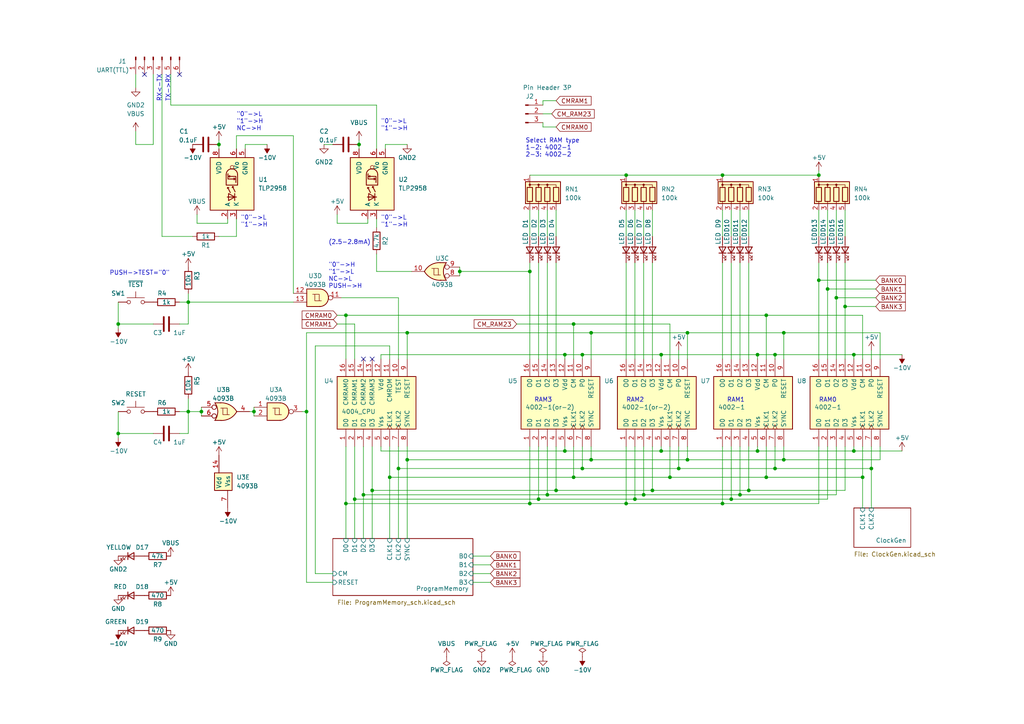
<source format=kicad_sch>
(kicad_sch (version 20230121) (generator eeschema)

  (uuid 864f134a-41c6-4913-ad4a-3ecdcf349a38)

  (paper "A4")

  (title_block
    (title "MSC-4 test board (test4004)")
    (date "2023-07-05")
    (rev "1.01")
    (company "MukaiLab")
    (comment 1 "Program memory ROM changed: 2716 -> 28C64B(or 2764/256, 28C256)")
    (comment 2 "Program memory RAM changed: 6116 -> 6268 (or 6168 not tested)")
    (comment 3 "eratta in some pin numbers of 6268 corrected")
  )

  (lib_symbols
    (symbol "000_MyLibrary:4002_RAM" (in_bom yes) (on_board yes)
      (property "Reference" "U" (at -6.35 13.97 0)
        (effects (font (size 1.27 1.27)))
      )
      (property "Value" "4002_RAM" (at 0 11.43 0)
        (effects (font (size 1.27 1.27)))
      )
      (property "Footprint" "" (at -10.16 16.51 0)
        (effects (font (size 1.27 1.27)) hide)
      )
      (property "Datasheet" "" (at -10.16 16.51 0)
        (effects (font (size 1.27 1.27)) hide)
      )
      (symbol "4002_RAM_1_0"
        (pin bidirectional line (at -12.7 7.62 0) (length 5.08)
          (name "D0" (effects (font (size 1.27 1.27))))
          (number "1" (effects (font (size 1.27 1.27))))
        )
        (pin input line (at 12.7 -7.62 180) (length 5.08)
          (name "P0" (effects (font (size 1.27 1.27))))
          (number "10" (effects (font (size 1.27 1.27))))
        )
        (pin input line (at 12.7 -5.08 180) (length 5.08)
          (name "CM" (effects (font (size 1.27 1.27))))
          (number "11" (effects (font (size 1.27 1.27))))
        )
        (pin power_in line (at 12.7 -2.54 180) (length 5.08)
          (name "Vdd" (effects (font (size 1.27 1.27))))
          (number "12" (effects (font (size 1.27 1.27))))
        )
        (pin output line (at 12.7 0 180) (length 5.08)
          (name "O3" (effects (font (size 1.27 1.27))))
          (number "13" (effects (font (size 1.27 1.27))))
        )
        (pin output line (at 12.7 2.54 180) (length 5.08)
          (name "O2" (effects (font (size 1.27 1.27))))
          (number "14" (effects (font (size 1.27 1.27))))
        )
        (pin output line (at 12.7 5.08 180) (length 5.08)
          (name "O1" (effects (font (size 1.27 1.27))))
          (number "15" (effects (font (size 1.27 1.27))))
        )
        (pin output line (at 12.7 7.62 180) (length 5.08)
          (name "O0" (effects (font (size 1.27 1.27))))
          (number "16" (effects (font (size 1.27 1.27))))
        )
        (pin bidirectional line (at -12.7 5.08 0) (length 5.08)
          (name "D1" (effects (font (size 1.27 1.27))))
          (number "2" (effects (font (size 1.27 1.27))))
        )
        (pin bidirectional line (at -12.7 2.54 0) (length 5.08)
          (name "D2" (effects (font (size 1.27 1.27))))
          (number "3" (effects (font (size 1.27 1.27))))
        )
        (pin bidirectional line (at -12.7 0 0) (length 5.08)
          (name "D3" (effects (font (size 1.27 1.27))))
          (number "4" (effects (font (size 1.27 1.27))))
        )
        (pin power_in line (at -12.7 -2.54 0) (length 5.08)
          (name "Vss" (effects (font (size 1.27 1.27))))
          (number "5" (effects (font (size 1.27 1.27))))
        )
        (pin input clock (at -12.7 -5.08 0) (length 5.08)
          (name "CLK1" (effects (font (size 1.27 1.27))))
          (number "6" (effects (font (size 1.27 1.27))))
        )
        (pin input clock (at -12.7 -7.62 0) (length 5.08)
          (name "CLK2" (effects (font (size 1.27 1.27))))
          (number "7" (effects (font (size 1.27 1.27))))
        )
        (pin input line (at -12.7 -10.16 0) (length 5.08)
          (name "SYNC" (effects (font (size 1.27 1.27))))
          (number "8" (effects (font (size 1.27 1.27))))
        )
        (pin input line (at 12.7 -10.16 180) (length 5.08)
          (name "RESET" (effects (font (size 1.27 1.27))))
          (number "9" (effects (font (size 1.27 1.27))))
        )
      )
      (symbol "4002_RAM_1_1"
        (rectangle (start -7.62 10.16) (end 7.62 -12.7)
          (stroke (width 0.254) (type default))
          (fill (type background))
        )
      )
    )
    (symbol "000_MyLibrary:4004_CPU" (in_bom yes) (on_board yes)
      (property "Reference" "U" (at -7.62 13.97 0)
        (effects (font (size 1.27 1.27)))
      )
      (property "Value" "4004_CPU" (at 0 11.43 0)
        (effects (font (size 1.27 1.27)))
      )
      (property "Footprint" "" (at -10.16 16.51 0)
        (effects (font (size 1.27 1.27)) hide)
      )
      (property "Datasheet" "" (at -10.16 16.51 0)
        (effects (font (size 1.27 1.27)) hide)
      )
      (symbol "4004_CPU_1_0"
        (pin bidirectional line (at -12.7 7.62 0) (length 5.08)
          (name "D0" (effects (font (size 1.27 1.27))))
          (number "1" (effects (font (size 1.27 1.27))))
        )
        (pin input line (at 12.7 -7.62 180) (length 5.08)
          (name "TEST" (effects (font (size 1.27 1.27))))
          (number "10" (effects (font (size 1.27 1.27))))
        )
        (pin output line (at 12.7 -5.08 180) (length 5.08)
          (name "CMROM" (effects (font (size 1.27 1.27))))
          (number "11" (effects (font (size 1.27 1.27))))
        )
        (pin power_in line (at 12.7 -2.54 180) (length 5.08)
          (name "Vdd" (effects (font (size 1.27 1.27))))
          (number "12" (effects (font (size 1.27 1.27))))
        )
        (pin output line (at 12.7 0 180) (length 5.08)
          (name "CMRAM3" (effects (font (size 1.27 1.27))))
          (number "13" (effects (font (size 1.27 1.27))))
        )
        (pin output line (at 12.7 2.54 180) (length 5.08)
          (name "CMRAM2" (effects (font (size 1.27 1.27))))
          (number "14" (effects (font (size 1.27 1.27))))
        )
        (pin output line (at 12.7 5.08 180) (length 5.08)
          (name "CMRAM1" (effects (font (size 1.27 1.27))))
          (number "15" (effects (font (size 1.27 1.27))))
        )
        (pin output line (at 12.7 7.62 180) (length 5.08)
          (name "CMRAM0" (effects (font (size 1.27 1.27))))
          (number "16" (effects (font (size 1.27 1.27))))
        )
        (pin bidirectional line (at -12.7 5.08 0) (length 5.08)
          (name "D1" (effects (font (size 1.27 1.27))))
          (number "2" (effects (font (size 1.27 1.27))))
        )
        (pin bidirectional line (at -12.7 2.54 0) (length 5.08)
          (name "D2" (effects (font (size 1.27 1.27))))
          (number "3" (effects (font (size 1.27 1.27))))
        )
        (pin bidirectional line (at -12.7 0 0) (length 5.08)
          (name "D3" (effects (font (size 1.27 1.27))))
          (number "4" (effects (font (size 1.27 1.27))))
        )
        (pin power_in line (at -12.7 -2.54 0) (length 5.08)
          (name "Vss" (effects (font (size 1.27 1.27))))
          (number "5" (effects (font (size 1.27 1.27))))
        )
        (pin input clock (at -12.7 -5.08 0) (length 5.08)
          (name "CLK1" (effects (font (size 1.27 1.27))))
          (number "6" (effects (font (size 1.27 1.27))))
        )
        (pin input clock (at -12.7 -7.62 0) (length 5.08)
          (name "CLK2" (effects (font (size 1.27 1.27))))
          (number "7" (effects (font (size 1.27 1.27))))
        )
        (pin output line (at -12.7 -10.16 0) (length 5.08)
          (name "SYNC" (effects (font (size 1.27 1.27))))
          (number "8" (effects (font (size 1.27 1.27))))
        )
        (pin input line (at 12.7 -10.16 180) (length 5.08)
          (name "RESET" (effects (font (size 1.27 1.27))))
          (number "9" (effects (font (size 1.27 1.27))))
        )
      )
      (symbol "4004_CPU_1_1"
        (rectangle (start -7.62 10.16) (end 7.62 -12.7)
          (stroke (width 0.254) (type default))
          (fill (type background))
        )
      )
    )
    (symbol "000_MyLibrary:4093B" (pin_names (offset 1.016)) (in_bom yes) (on_board yes)
      (property "Reference" "U" (at -1.27 6.35 0)
        (effects (font (size 1.27 1.27)))
      )
      (property "Value" "4093B" (at 1.27 3.81 0)
        (effects (font (size 1.27 1.27)))
      )
      (property "Footprint" "" (at -2.54 -0.254 0)
        (effects (font (size 1.27 1.27)) hide)
      )
      (property "Datasheet" "https://toshiba.semicon-storage.com/jp/semiconductor/product/general-purpose-logic-ics/detail.TC4093BP.html" (at -1.27 -5.08 0)
        (effects (font (size 1.27 1.27)) hide)
      )
      (property "ki_locked" "" (at 0 0 0)
        (effects (font (size 1.27 1.27)))
      )
      (property "ki_keywords" "CMOS nand 2-input Schmitt Triggers" (at 0 0 0)
        (effects (font (size 1.27 1.27)) hide)
      )
      (property "ki_description" "quad 2-input NAND Schmitt Triggers" (at 0 0 0)
        (effects (font (size 1.27 1.27)) hide)
      )
      (property "ki_fp_filters" "DIP*W7.62mm* SO14*" (at 0 0 0)
        (effects (font (size 1.27 1.27)) hide)
      )
      (symbol "4093B_1_1"
        (arc (start 0 -2.54) (mid 2.4571 0) (end 0 2.54)
          (stroke (width 0.254) (type default))
          (fill (type background))
        )
        (polyline
          (pts
            (xy -2.159 1.016)
            (xy -0.254 1.016)
            (xy -0.254 -0.889)
          )
          (stroke (width 0) (type default))
          (fill (type none))
        )
        (polyline
          (pts
            (xy -1.524 1.016)
            (xy -1.524 -0.889)
            (xy 0.381 -0.889)
          )
          (stroke (width 0) (type default))
          (fill (type none))
        )
        (polyline
          (pts
            (xy 0 2.54)
            (xy -3.81 2.54)
            (xy -3.81 -2.54)
            (xy 0 -2.54)
          )
          (stroke (width 0.254) (type default))
          (fill (type background))
        )
        (pin input line (at -7.62 1.27 0) (length 3.81)
          (name "~" (effects (font (size 1.27 1.27))))
          (number "1" (effects (font (size 1.27 1.27))))
        )
        (pin input line (at -7.62 -1.27 0) (length 3.81)
          (name "~" (effects (font (size 1.27 1.27))))
          (number "2" (effects (font (size 1.27 1.27))))
        )
        (pin output inverted (at 6.35 0 180) (length 3.81)
          (name "~" (effects (font (size 1.27 1.27))))
          (number "3" (effects (font (size 1.27 1.27))))
        )
      )
      (symbol "4093B_1_2"
        (arc (start -3.81 -2.54) (mid -2.964 0) (end -3.81 2.54)
          (stroke (width 0.254) (type default))
          (fill (type none))
        )
        (arc (start -2.032 -2.54) (mid 0.6219 -1.9322) (end 2.54 0)
          (stroke (width 0.254) (type default))
          (fill (type background))
        )
        (polyline
          (pts
            (xy -3.81 -2.54)
            (xy -2.032 -2.54)
          )
          (stroke (width 0.254) (type default))
          (fill (type none))
        )
        (polyline
          (pts
            (xy -3.81 2.54)
            (xy -2.032 2.54)
          )
          (stroke (width 0.254) (type default))
          (fill (type none))
        )
        (polyline
          (pts
            (xy -2.032 1.016)
            (xy -0.127 1.016)
            (xy -0.127 -0.889)
          )
          (stroke (width 0) (type default))
          (fill (type none))
        )
        (polyline
          (pts
            (xy -1.397 1.016)
            (xy -1.397 -0.889)
            (xy 0.508 -0.889)
          )
          (stroke (width 0) (type default))
          (fill (type none))
        )
        (polyline
          (pts
            (xy -1.27 2.54)
            (xy -3.81 2.54)
            (xy -3.175 1.27)
            (xy -2.794 0)
            (xy -3.175 -1.27)
            (xy -3.81 -2.54)
            (xy -1.27 -2.54)
          )
          (stroke (width -25.4) (type default))
          (fill (type background))
        )
        (arc (start 2.54 0) (mid 0.4797 1.9402) (end -2.286 2.54)
          (stroke (width 0.254) (type default))
          (fill (type background))
        )
        (pin input inverted (at -7.62 1.27 0) (length 4.318)
          (name "~" (effects (font (size 1.27 1.27))))
          (number "1" (effects (font (size 1.27 1.27))))
        )
        (pin input inverted (at -7.62 -1.27 0) (length 4.318)
          (name "~" (effects (font (size 1.27 1.27))))
          (number "2" (effects (font (size 1.27 1.27))))
        )
        (pin output line (at 6.35 0 180) (length 3.81)
          (name "~" (effects (font (size 1.27 1.27))))
          (number "3" (effects (font (size 1.27 1.27))))
        )
      )
      (symbol "4093B_2_1"
        (arc (start 0 -2.54) (mid 2.4571 0) (end 0 2.54)
          (stroke (width 0.254) (type default))
          (fill (type background))
        )
        (polyline
          (pts
            (xy -2.286 1.016)
            (xy -0.381 1.016)
            (xy -0.381 -0.889)
          )
          (stroke (width 0) (type default))
          (fill (type none))
        )
        (polyline
          (pts
            (xy -1.651 1.016)
            (xy -1.651 -0.889)
            (xy 0.254 -0.889)
          )
          (stroke (width 0) (type default))
          (fill (type none))
        )
        (polyline
          (pts
            (xy 0 2.54)
            (xy -3.81 2.54)
            (xy -3.81 -2.54)
            (xy 0 -2.54)
          )
          (stroke (width 0.254) (type default))
          (fill (type background))
        )
        (pin output inverted (at 6.35 0 180) (length 3.81)
          (name "~" (effects (font (size 1.27 1.27))))
          (number "4" (effects (font (size 1.27 1.27))))
        )
        (pin input line (at -7.62 1.27 0) (length 3.81)
          (name "~" (effects (font (size 1.27 1.27))))
          (number "5" (effects (font (size 1.27 1.27))))
        )
        (pin input line (at -7.62 -1.27 0) (length 3.81)
          (name "~" (effects (font (size 1.27 1.27))))
          (number "6" (effects (font (size 1.27 1.27))))
        )
      )
      (symbol "4093B_2_2"
        (arc (start -3.722 -2.54) (mid -2.876 0) (end -3.722 2.54)
          (stroke (width 0.254) (type default))
          (fill (type none))
        )
        (arc (start -1.944 -2.54) (mid 0.7099 -1.9322) (end 2.628 0)
          (stroke (width 0.254) (type default))
          (fill (type background))
        )
        (polyline
          (pts
            (xy -3.722 -2.54)
            (xy -1.944 -2.54)
          )
          (stroke (width 0.254) (type default))
          (fill (type none))
        )
        (polyline
          (pts
            (xy -3.722 2.54)
            (xy -1.944 2.54)
          )
          (stroke (width 0.254) (type default))
          (fill (type none))
        )
        (polyline
          (pts
            (xy -2.032 1.016)
            (xy -0.127 1.016)
            (xy -0.127 -0.889)
          )
          (stroke (width 0) (type default))
          (fill (type none))
        )
        (polyline
          (pts
            (xy -1.397 1.016)
            (xy -1.397 -0.889)
            (xy 0.508 -0.889)
          )
          (stroke (width 0) (type default))
          (fill (type none))
        )
        (polyline
          (pts
            (xy -1.182 2.54)
            (xy -3.722 2.54)
            (xy -3.087 1.27)
            (xy -2.706 0)
            (xy -3.087 -1.27)
            (xy -3.722 -2.54)
            (xy -1.182 -2.54)
          )
          (stroke (width -25.4) (type default))
          (fill (type background))
        )
        (arc (start 2.628 0) (mid 0.5677 1.9402) (end -2.198 2.54)
          (stroke (width 0.254) (type default))
          (fill (type background))
        )
        (pin output line (at 6.35 0 180) (length 3.81)
          (name "~" (effects (font (size 1.27 1.27))))
          (number "4" (effects (font (size 1.27 1.27))))
        )
        (pin input inverted (at -7.62 1.27 0) (length 4.318)
          (name "~" (effects (font (size 1.27 1.27))))
          (number "5" (effects (font (size 1.27 1.27))))
        )
        (pin input inverted (at -7.62 -1.27 0) (length 4.318)
          (name "~" (effects (font (size 1.27 1.27))))
          (number "6" (effects (font (size 1.27 1.27))))
        )
      )
      (symbol "4093B_3_1"
        (polyline
          (pts
            (xy -2.032 1.016)
            (xy -0.127 1.016)
            (xy -0.127 -0.889)
          )
          (stroke (width 0) (type default))
          (fill (type none))
        )
        (polyline
          (pts
            (xy -1.397 1.016)
            (xy -1.397 -0.889)
            (xy 0.508 -0.889)
          )
          (stroke (width 0) (type default))
          (fill (type none))
        )
        (polyline
          (pts
            (xy 0.0843 2.54)
            (xy -3.7257 2.54)
            (xy -3.7257 -2.54)
            (xy 0.0843 -2.54)
          )
          (stroke (width 0.254) (type default))
          (fill (type background))
        )
        (arc (start 0.0843 -2.54) (mid 2.5414 0) (end 0.0843 2.54)
          (stroke (width 0.254) (type default))
          (fill (type background))
        )
        (pin output inverted (at 6.35 0 180) (length 3.81)
          (name "~" (effects (font (size 1.27 1.27))))
          (number "10" (effects (font (size 1.27 1.27))))
        )
        (pin input line (at -7.62 1.27 0) (length 3.81)
          (name "~" (effects (font (size 1.27 1.27))))
          (number "8" (effects (font (size 1.27 1.27))))
        )
        (pin input line (at -7.62 -1.27 0) (length 3.81)
          (name "~" (effects (font (size 1.27 1.27))))
          (number "9" (effects (font (size 1.27 1.27))))
        )
      )
      (symbol "4093B_3_2"
        (arc (start -3.722 -2.54) (mid -2.876 0) (end -3.722 2.54)
          (stroke (width 0.254) (type default))
          (fill (type none))
        )
        (arc (start -1.944 -2.54) (mid 0.7099 -1.9322) (end 2.628 0)
          (stroke (width 0.254) (type default))
          (fill (type background))
        )
        (polyline
          (pts
            (xy -3.722 -2.54)
            (xy -1.944 -2.54)
          )
          (stroke (width 0.254) (type default))
          (fill (type none))
        )
        (polyline
          (pts
            (xy -3.722 2.54)
            (xy -1.944 2.54)
          )
          (stroke (width 0.254) (type default))
          (fill (type none))
        )
        (polyline
          (pts
            (xy -2.032 1.016)
            (xy -0.127 1.016)
            (xy -0.127 -0.889)
          )
          (stroke (width 0) (type default))
          (fill (type none))
        )
        (polyline
          (pts
            (xy -1.397 1.016)
            (xy -1.397 -0.889)
            (xy 0.508 -0.889)
          )
          (stroke (width 0) (type default))
          (fill (type none))
        )
        (polyline
          (pts
            (xy -1.182 2.54)
            (xy -3.722 2.54)
            (xy -3.087 1.27)
            (xy -2.706 0)
            (xy -3.087 -1.27)
            (xy -3.722 -2.54)
            (xy -1.182 -2.54)
          )
          (stroke (width -25.4) (type default))
          (fill (type background))
        )
        (arc (start 2.628 0) (mid 0.5677 1.9402) (end -2.198 2.54)
          (stroke (width 0.254) (type default))
          (fill (type background))
        )
        (pin output line (at 6.35 0 180) (length 3.81)
          (name "~" (effects (font (size 1.27 1.27))))
          (number "10" (effects (font (size 1.27 1.27))))
        )
        (pin input inverted (at -7.62 1.27 0) (length 4.318)
          (name "~" (effects (font (size 1.27 1.27))))
          (number "8" (effects (font (size 1.27 1.27))))
        )
        (pin input inverted (at -7.62 -1.27 0) (length 4.318)
          (name "~" (effects (font (size 1.27 1.27))))
          (number "9" (effects (font (size 1.27 1.27))))
        )
      )
      (symbol "4093B_4_1"
        (polyline
          (pts
            (xy -2.032 1.016)
            (xy -0.127 1.016)
            (xy -0.127 -0.889)
          )
          (stroke (width 0) (type default))
          (fill (type none))
        )
        (polyline
          (pts
            (xy -1.397 1.016)
            (xy -1.397 -0.889)
            (xy 0.508 -0.889)
          )
          (stroke (width 0) (type default))
          (fill (type none))
        )
        (polyline
          (pts
            (xy 0.0843 2.54)
            (xy -3.7257 2.54)
            (xy -3.7257 -2.54)
            (xy 0.0843 -2.54)
          )
          (stroke (width 0.254) (type default))
          (fill (type background))
        )
        (arc (start 0.0843 -2.54) (mid 2.5414 0) (end 0.0843 2.54)
          (stroke (width 0.254) (type default))
          (fill (type background))
        )
        (pin output inverted (at 6.35 0 180) (length 3.81)
          (name "~" (effects (font (size 1.27 1.27))))
          (number "11" (effects (font (size 1.27 1.27))))
        )
        (pin input line (at -7.62 1.27 0) (length 3.81)
          (name "~" (effects (font (size 1.27 1.27))))
          (number "12" (effects (font (size 1.27 1.27))))
        )
        (pin input line (at -7.62 -1.27 0) (length 3.81)
          (name "~" (effects (font (size 1.27 1.27))))
          (number "13" (effects (font (size 1.27 1.27))))
        )
      )
      (symbol "4093B_4_2"
        (arc (start -3.722 -2.54) (mid -2.876 0) (end -3.722 2.54)
          (stroke (width 0.254) (type default))
          (fill (type none))
        )
        (arc (start -1.944 -2.54) (mid 0.7099 -1.9322) (end 2.628 0)
          (stroke (width 0.254) (type default))
          (fill (type background))
        )
        (polyline
          (pts
            (xy -3.722 -2.54)
            (xy -1.944 -2.54)
          )
          (stroke (width 0.254) (type default))
          (fill (type none))
        )
        (polyline
          (pts
            (xy -3.722 2.54)
            (xy -1.944 2.54)
          )
          (stroke (width 0.254) (type default))
          (fill (type none))
        )
        (polyline
          (pts
            (xy -2.032 1.016)
            (xy -0.127 1.016)
            (xy -0.127 -0.889)
          )
          (stroke (width 0) (type default))
          (fill (type none))
        )
        (polyline
          (pts
            (xy -1.397 1.016)
            (xy -1.397 -0.889)
            (xy 0.508 -0.889)
          )
          (stroke (width 0) (type default))
          (fill (type none))
        )
        (polyline
          (pts
            (xy -1.182 2.54)
            (xy -3.722 2.54)
            (xy -3.087 1.27)
            (xy -2.706 0)
            (xy -3.087 -1.27)
            (xy -3.722 -2.54)
            (xy -1.182 -2.54)
          )
          (stroke (width -25.4) (type default))
          (fill (type background))
        )
        (arc (start 2.628 0) (mid 0.5677 1.9402) (end -2.198 2.54)
          (stroke (width 0.254) (type default))
          (fill (type background))
        )
        (pin output line (at 6.35 0 180) (length 3.81)
          (name "~" (effects (font (size 1.27 1.27))))
          (number "11" (effects (font (size 1.27 1.27))))
        )
        (pin input inverted (at -7.62 1.27 0) (length 4.318)
          (name "~" (effects (font (size 1.27 1.27))))
          (number "12" (effects (font (size 1.27 1.27))))
        )
        (pin input inverted (at -7.62 -1.27 0) (length 4.318)
          (name "~" (effects (font (size 1.27 1.27))))
          (number "13" (effects (font (size 1.27 1.27))))
        )
      )
      (symbol "4093B_5_0"
        (pin power_in line (at -1.27 7.62 270) (length 5.08)
          (name "Vdd" (effects (font (size 1.27 1.27))))
          (number "14" (effects (font (size 1.27 1.27))))
        )
        (pin power_in line (at 1.27 -7.62 90) (length 5.08)
          (name "Vss" (effects (font (size 1.27 1.27))))
          (number "7" (effects (font (size 1.27 1.27))))
        )
      )
      (symbol "4093B_5_1"
        (rectangle (start -2.54 2.54) (end 2.54 -2.54)
          (stroke (width 0.254) (type default))
          (fill (type background))
        )
      )
    )
    (symbol "000_MyLibrary:C" (pin_numbers hide) (pin_names (offset 0.254)) (in_bom yes) (on_board yes)
      (property "Reference" "C" (at 0.635 2.54 0)
        (effects (font (size 1.27 1.27)) (justify left))
      )
      (property "Value" "C" (at 0.635 -2.54 0)
        (effects (font (size 1.27 1.27)) (justify left))
      )
      (property "Footprint" "" (at 0.9652 -3.81 0)
        (effects (font (size 1.27 1.27)) hide)
      )
      (property "Datasheet" "~" (at 0 0 0)
        (effects (font (size 1.27 1.27)) hide)
      )
      (property "ki_keywords" "cap capacitor" (at 0 0 0)
        (effects (font (size 1.27 1.27)) hide)
      )
      (property "ki_description" "Unpolarized capacitor" (at 0 0 0)
        (effects (font (size 1.27 1.27)) hide)
      )
      (property "ki_fp_filters" "C_*" (at 0 0 0)
        (effects (font (size 1.27 1.27)) hide)
      )
      (symbol "C_0_1"
        (polyline
          (pts
            (xy -2.032 -0.762)
            (xy 2.032 -0.762)
          )
          (stroke (width 0.508) (type default))
          (fill (type none))
        )
        (polyline
          (pts
            (xy -2.032 0.762)
            (xy 2.032 0.762)
          )
          (stroke (width 0.508) (type default))
          (fill (type none))
        )
      )
      (symbol "C_1_1"
        (pin passive line (at 0 3.81 270) (length 2.794)
          (name "~" (effects (font (size 1.27 1.27))))
          (number "1" (effects (font (size 1.27 1.27))))
        )
        (pin passive line (at 0 -3.81 90) (length 2.794)
          (name "~" (effects (font (size 1.27 1.27))))
          (number "2" (effects (font (size 1.27 1.27))))
        )
      )
    )
    (symbol "000_MyLibrary:Conn_01x03_Male" (pin_names (offset 1.016) hide) (in_bom yes) (on_board yes)
      (property "Reference" "J" (at 0 5.08 0)
        (effects (font (size 1.27 1.27)))
      )
      (property "Value" "Conn_01x03_Male" (at 0 -5.08 0)
        (effects (font (size 1.27 1.27)))
      )
      (property "Footprint" "" (at 0 0 0)
        (effects (font (size 1.27 1.27)) hide)
      )
      (property "Datasheet" "~" (at 0 0 0)
        (effects (font (size 1.27 1.27)) hide)
      )
      (property "ki_keywords" "connector" (at 0 0 0)
        (effects (font (size 1.27 1.27)) hide)
      )
      (property "ki_description" "Generic connector, single row, 01x03, script generated (kicad-library-utils/schlib/autogen/connector/)" (at 0 0 0)
        (effects (font (size 1.27 1.27)) hide)
      )
      (property "ki_fp_filters" "Connector*:*_1x??_*" (at 0 0 0)
        (effects (font (size 1.27 1.27)) hide)
      )
      (symbol "Conn_01x03_Male_1_1"
        (polyline
          (pts
            (xy 1.27 -2.54)
            (xy 0.8636 -2.54)
          )
          (stroke (width 0.1524) (type default))
          (fill (type none))
        )
        (polyline
          (pts
            (xy 1.27 0)
            (xy 0.8636 0)
          )
          (stroke (width 0.1524) (type default))
          (fill (type none))
        )
        (polyline
          (pts
            (xy 1.27 2.54)
            (xy 0.8636 2.54)
          )
          (stroke (width 0.1524) (type default))
          (fill (type none))
        )
        (rectangle (start 0.8636 -2.413) (end 0 -2.667)
          (stroke (width 0.1524) (type default))
          (fill (type outline))
        )
        (rectangle (start 0.8636 0.127) (end 0 -0.127)
          (stroke (width 0.1524) (type default))
          (fill (type outline))
        )
        (rectangle (start 0.8636 2.667) (end 0 2.413)
          (stroke (width 0.1524) (type default))
          (fill (type outline))
        )
        (pin passive line (at 5.08 2.54 180) (length 3.81)
          (name "Pin_1" (effects (font (size 1.27 1.27))))
          (number "1" (effects (font (size 1.27 1.27))))
        )
        (pin passive line (at 5.08 0 180) (length 3.81)
          (name "Pin_2" (effects (font (size 1.27 1.27))))
          (number "2" (effects (font (size 1.27 1.27))))
        )
        (pin passive line (at 5.08 -2.54 180) (length 3.81)
          (name "Pin_3" (effects (font (size 1.27 1.27))))
          (number "3" (effects (font (size 1.27 1.27))))
        )
      )
    )
    (symbol "000_MyLibrary:LED" (pin_numbers hide) (pin_names (offset 1.016) hide) (in_bom yes) (on_board yes)
      (property "Reference" "D" (at 0.254 2.54 0)
        (effects (font (size 1.27 1.27)))
      )
      (property "Value" "LED" (at 0.254 -2.54 0)
        (effects (font (size 1.27 1.27)))
      )
      (property "Footprint" "" (at 0.254 0 0)
        (effects (font (size 1.27 1.27)) hide)
      )
      (property "Datasheet" "~" (at 0.254 0 0)
        (effects (font (size 1.27 1.27)) hide)
      )
      (property "ki_keywords" "LED diode" (at 0 0 0)
        (effects (font (size 1.27 1.27)) hide)
      )
      (property "ki_description" "Light emitting diode" (at 0 0 0)
        (effects (font (size 1.27 1.27)) hide)
      )
      (property "ki_fp_filters" "LED* LED_SMD:* LED_THT:*" (at 0 0 0)
        (effects (font (size 1.27 1.27)) hide)
      )
      (symbol "LED_0_1"
        (polyline
          (pts
            (xy -1.27 0)
            (xy 1.27 0)
          )
          (stroke (width 0) (type default))
          (fill (type none))
        )
        (polyline
          (pts
            (xy -1.016 -1.016)
            (xy -1.016 1.016)
          )
          (stroke (width 0.254) (type default))
          (fill (type none))
        )
        (polyline
          (pts
            (xy 0.762 -1.016)
            (xy 0.762 1.016)
            (xy -1.016 0)
            (xy 0.762 -1.016)
          )
          (stroke (width 0.254) (type default))
          (fill (type none))
        )
        (polyline
          (pts
            (xy -2.286 -0.254)
            (xy -3.048 -1.016)
            (xy -2.54 -1.016)
            (xy -3.048 -1.016)
            (xy -3.048 -0.508)
          )
          (stroke (width 0) (type default))
          (fill (type none))
        )
        (polyline
          (pts
            (xy -1.524 -0.254)
            (xy -2.286 -1.016)
            (xy -1.778 -1.016)
            (xy -2.286 -1.016)
            (xy -2.286 -0.508)
          )
          (stroke (width 0) (type default))
          (fill (type none))
        )
      )
      (symbol "LED_1_1"
        (pin passive line (at -3.81 0 0) (length 2.54)
          (name "K" (effects (font (size 1.27 1.27))))
          (number "1" (effects (font (size 1.27 1.27))))
        )
        (pin passive line (at 3.81 0 180) (length 2.54)
          (name "A" (effects (font (size 1.27 1.27))))
          (number "2" (effects (font (size 1.27 1.27))))
        )
      )
    )
    (symbol "000_MyLibrary:R" (pin_numbers hide) (pin_names (offset 0)) (in_bom yes) (on_board yes)
      (property "Reference" "R" (at 2.032 0 90)
        (effects (font (size 1.27 1.27)))
      )
      (property "Value" "R" (at 0 0 90)
        (effects (font (size 1.27 1.27)))
      )
      (property "Footprint" "" (at -1.778 0 90)
        (effects (font (size 1.27 1.27)) hide)
      )
      (property "Datasheet" "~" (at 0 0 0)
        (effects (font (size 1.27 1.27)) hide)
      )
      (property "ki_keywords" "R res resistor" (at 0 0 0)
        (effects (font (size 1.27 1.27)) hide)
      )
      (property "ki_description" "Resistor" (at 0 0 0)
        (effects (font (size 1.27 1.27)) hide)
      )
      (property "ki_fp_filters" "R_*" (at 0 0 0)
        (effects (font (size 1.27 1.27)) hide)
      )
      (symbol "R_0_1"
        (rectangle (start -1.016 -2.54) (end 1.016 2.54)
          (stroke (width 0.254) (type default))
          (fill (type none))
        )
      )
      (symbol "R_1_1"
        (pin passive line (at 0 3.81 270) (length 1.27)
          (name "~" (effects (font (size 1.27 1.27))))
          (number "1" (effects (font (size 1.27 1.27))))
        )
        (pin passive line (at 0 -3.81 90) (length 1.27)
          (name "~" (effects (font (size 1.27 1.27))))
          (number "2" (effects (font (size 1.27 1.27))))
        )
      )
    )
    (symbol "000_MyLibrary:SW_Push" (pin_numbers hide) (pin_names (offset 1.016) hide) (in_bom yes) (on_board yes)
      (property "Reference" "SW" (at 1.27 2.54 0)
        (effects (font (size 1.27 1.27)) (justify left))
      )
      (property "Value" "SW_Push" (at 0 -1.524 0)
        (effects (font (size 1.27 1.27)))
      )
      (property "Footprint" "" (at 0 5.08 0)
        (effects (font (size 1.27 1.27)) hide)
      )
      (property "Datasheet" "~" (at 0 5.08 0)
        (effects (font (size 1.27 1.27)) hide)
      )
      (property "ki_keywords" "switch normally-open pushbutton push-button" (at 0 0 0)
        (effects (font (size 1.27 1.27)) hide)
      )
      (property "ki_description" "Push button switch, generic, two pins" (at 0 0 0)
        (effects (font (size 1.27 1.27)) hide)
      )
      (symbol "SW_Push_0_1"
        (circle (center -2.032 0) (radius 0.508)
          (stroke (width 0) (type default))
          (fill (type none))
        )
        (polyline
          (pts
            (xy 0 1.27)
            (xy 0 3.048)
          )
          (stroke (width 0) (type default))
          (fill (type none))
        )
        (polyline
          (pts
            (xy 2.54 1.27)
            (xy -2.54 1.27)
          )
          (stroke (width 0) (type default))
          (fill (type none))
        )
        (circle (center 2.032 0) (radius 0.508)
          (stroke (width 0) (type default))
          (fill (type none))
        )
        (pin passive line (at -5.08 0 0) (length 2.54)
          (name "1" (effects (font (size 1.27 1.27))))
          (number "1" (effects (font (size 1.27 1.27))))
        )
        (pin passive line (at 5.08 0 180) (length 2.54)
          (name "2" (effects (font (size 1.27 1.27))))
          (number "2" (effects (font (size 1.27 1.27))))
        )
      )
    )
    (symbol "000_MyLibrary:TLP2958" (pin_names (offset 1.016)) (in_bom yes) (on_board yes)
      (property "Reference" "U" (at -6.35 8.89 0)
        (effects (font (size 1.27 1.27)))
      )
      (property "Value" "TLP2958" (at 3.81 8.89 0)
        (effects (font (size 1.27 1.27)))
      )
      (property "Footprint" "Package_DIP:DIP-8_W7.62mm" (at 0 -12.7 0)
        (effects (font (size 1.27 1.27)) hide)
      )
      (property "Datasheet" "https://toshiba.semicon-storage.com/jp/semiconductor/product/optoelectronics/detail.TLP2958.html" (at 0 -8.89 0)
        (effects (font (size 1.27 1.27)) hide)
      )
      (property "ki_keywords" "Photocouplers GaA" (at 0 0 0)
        (effects (font (size 1.27 1.27)) hide)
      )
      (property "ki_description" "Photocouplers GaA, DIP8" (at 0 0 0)
        (effects (font (size 1.27 1.27)) hide)
      )
      (property "ki_fp_filters" "SO*6L*10x3.84mm*P1.27mm*" (at 0 0 0)
        (effects (font (size 1.27 1.27)) hide)
      )
      (symbol "TLP2958_0_1"
        (circle (center 4.826 1.27) (radius 0.508)
          (stroke (width 0) (type default))
          (fill (type none))
        )
      )
      (symbol "TLP2958_1_1"
        (rectangle (start -7.62 7.62) (end 7.62 -5.08)
          (stroke (width 0.254) (type default))
          (fill (type background))
        )
        (polyline
          (pts
            (xy -4.826 0.508)
            (xy -2.794 0.508)
          )
          (stroke (width 0.254) (type default))
          (fill (type none))
        )
        (polyline
          (pts
            (xy -3.81 0.508)
            (xy -3.81 0)
          )
          (stroke (width 0.254) (type default))
          (fill (type none))
        )
        (polyline
          (pts
            (xy -3.81 2.286)
            (xy -3.81 0.508)
          )
          (stroke (width 0.254) (type default))
          (fill (type none))
        )
        (polyline
          (pts
            (xy -3.81 2.286)
            (xy -3.81 2.667)
          )
          (stroke (width 0.254) (type default))
          (fill (type none))
        )
        (polyline
          (pts
            (xy -2.54 1.778)
            (xy -1.016 2.54)
          )
          (stroke (width 0.254) (type default))
          (fill (type none))
        )
        (polyline
          (pts
            (xy -2.286 0.381)
            (xy -0.762 1.143)
          )
          (stroke (width 0.254) (type default))
          (fill (type none))
        )
        (polyline
          (pts
            (xy -1.016 2.54)
            (xy -1.3208 2.6416)
          )
          (stroke (width 0.254) (type default))
          (fill (type none))
        )
        (polyline
          (pts
            (xy -1.016 2.54)
            (xy -1.1176 2.1844)
          )
          (stroke (width 0.254) (type default))
          (fill (type none))
        )
        (polyline
          (pts
            (xy -0.762 1.143)
            (xy -1.0668 1.2446)
          )
          (stroke (width 0.254) (type default))
          (fill (type none))
        )
        (polyline
          (pts
            (xy -0.762 1.143)
            (xy -0.8636 0.7874)
          )
          (stroke (width 0.254) (type default))
          (fill (type none))
        )
        (polyline
          (pts
            (xy 1.4224 0.4318)
            (xy 1.1684 0.6858)
            (xy 1.6764 0.6858)
          )
          (stroke (width 0.254) (type default))
          (fill (type none))
        )
        (polyline
          (pts
            (xy 2.1844 2.2098)
            (xy 2.1844 0.1778)
            (xy 0.4064 0.1778)
          )
          (stroke (width 0.254) (type default))
          (fill (type none))
        )
        (polyline
          (pts
            (xy -4.826 2.286)
            (xy -2.794 2.286)
            (xy -3.81 0.508)
            (xy -4.826 2.286)
          )
          (stroke (width 0.254) (type default))
          (fill (type none))
        )
        (polyline
          (pts
            (xy 2.1844 2.2098)
            (xy 1.9304 1.9558)
            (xy 2.4384 1.9558)
            (xy 2.1844 2.2098)
          )
          (stroke (width 0.254) (type default))
          (fill (type none))
        )
        (polyline
          (pts
            (xy 2.6924 2.9718)
            (xy -0.3556 2.9718)
            (xy -0.3556 -0.3302)
            (xy 2.6924 -0.3302)
          )
          (stroke (width 0.254) (type default))
          (fill (type none))
        )
        (polyline
          (pts
            (xy 2.9464 2.4638)
            (xy 1.4224 2.4638)
            (xy 1.4224 0.4318)
            (xy 1.6764 0.6858)
          )
          (stroke (width 0.254) (type default))
          (fill (type none))
        )
        (arc (start 2.6924 -0.3302) (mid 3.8798 0.1586) (end 4.3688 1.3462)
          (stroke (width 0.254) (type default))
          (fill (type none))
        )
        (arc (start 4.3434 1.27) (mid 3.8711 2.5113) (end 2.6162 2.9464)
          (stroke (width 0.254) (type default))
          (fill (type none))
        )
        (pin no_connect line (at -10.16 5.08 0) (length 2.54) hide
          (name "NC" (effects (font (size 1.27 1.27))))
          (number "1" (effects (font (size 1.27 1.27))))
        )
        (pin passive line (at -10.16 2.54 0) (length 2.54)
          (name "A" (effects (font (size 1.27 1.27))))
          (number "2" (effects (font (size 1.27 1.27))))
        )
        (pin passive line (at -10.16 0 0) (length 2.54)
          (name "K" (effects (font (size 1.27 1.27))))
          (number "3" (effects (font (size 1.27 1.27))))
        )
        (pin no_connect line (at -10.16 -2.54 0) (length 2.54) hide
          (name "NC" (effects (font (size 1.27 1.27))))
          (number "4" (effects (font (size 1.27 1.27))))
        )
        (pin power_in line (at 10.16 -2.54 180) (length 2.54)
          (name "GND" (effects (font (size 1.27 1.27))))
          (number "5" (effects (font (size 1.27 1.27))))
        )
        (pin output line (at 10.16 0 180) (length 2.54)
          (name "Vo" (effects (font (size 1.27 1.27))))
          (number "6" (effects (font (size 1.27 1.27))))
        )
        (pin no_connect line (at 10.16 2.54 180) (length 2.54) hide
          (name "NC" (effects (font (size 1.27 1.27))))
          (number "7" (effects (font (size 1.27 1.27))))
        )
        (pin power_in line (at 10.16 5.08 180) (length 2.54)
          (name "VDD" (effects (font (size 1.27 1.27))))
          (number "8" (effects (font (size 1.27 1.27))))
        )
      )
    )
    (symbol "Connector:Conn_01x06_Male" (pin_names (offset 1.016) hide) (in_bom yes) (on_board yes)
      (property "Reference" "J" (at 0 7.62 0)
        (effects (font (size 1.27 1.27)))
      )
      (property "Value" "Conn_01x06_Male" (at 0 -10.16 0)
        (effects (font (size 1.27 1.27)))
      )
      (property "Footprint" "" (at 0 0 0)
        (effects (font (size 1.27 1.27)) hide)
      )
      (property "Datasheet" "~" (at 0 0 0)
        (effects (font (size 1.27 1.27)) hide)
      )
      (property "ki_keywords" "connector" (at 0 0 0)
        (effects (font (size 1.27 1.27)) hide)
      )
      (property "ki_description" "Generic connector, single row, 01x06, script generated (kicad-library-utils/schlib/autogen/connector/)" (at 0 0 0)
        (effects (font (size 1.27 1.27)) hide)
      )
      (property "ki_fp_filters" "Connector*:*_1x??_*" (at 0 0 0)
        (effects (font (size 1.27 1.27)) hide)
      )
      (symbol "Conn_01x06_Male_1_1"
        (polyline
          (pts
            (xy 1.27 -7.62)
            (xy 0.8636 -7.62)
          )
          (stroke (width 0.1524) (type default))
          (fill (type none))
        )
        (polyline
          (pts
            (xy 1.27 -5.08)
            (xy 0.8636 -5.08)
          )
          (stroke (width 0.1524) (type default))
          (fill (type none))
        )
        (polyline
          (pts
            (xy 1.27 -2.54)
            (xy 0.8636 -2.54)
          )
          (stroke (width 0.1524) (type default))
          (fill (type none))
        )
        (polyline
          (pts
            (xy 1.27 0)
            (xy 0.8636 0)
          )
          (stroke (width 0.1524) (type default))
          (fill (type none))
        )
        (polyline
          (pts
            (xy 1.27 2.54)
            (xy 0.8636 2.54)
          )
          (stroke (width 0.1524) (type default))
          (fill (type none))
        )
        (polyline
          (pts
            (xy 1.27 5.08)
            (xy 0.8636 5.08)
          )
          (stroke (width 0.1524) (type default))
          (fill (type none))
        )
        (rectangle (start 0.8636 -7.493) (end 0 -7.747)
          (stroke (width 0.1524) (type default))
          (fill (type outline))
        )
        (rectangle (start 0.8636 -4.953) (end 0 -5.207)
          (stroke (width 0.1524) (type default))
          (fill (type outline))
        )
        (rectangle (start 0.8636 -2.413) (end 0 -2.667)
          (stroke (width 0.1524) (type default))
          (fill (type outline))
        )
        (rectangle (start 0.8636 0.127) (end 0 -0.127)
          (stroke (width 0.1524) (type default))
          (fill (type outline))
        )
        (rectangle (start 0.8636 2.667) (end 0 2.413)
          (stroke (width 0.1524) (type default))
          (fill (type outline))
        )
        (rectangle (start 0.8636 5.207) (end 0 4.953)
          (stroke (width 0.1524) (type default))
          (fill (type outline))
        )
        (pin passive line (at 5.08 5.08 180) (length 3.81)
          (name "Pin_1" (effects (font (size 1.27 1.27))))
          (number "1" (effects (font (size 1.27 1.27))))
        )
        (pin passive line (at 5.08 2.54 180) (length 3.81)
          (name "Pin_2" (effects (font (size 1.27 1.27))))
          (number "2" (effects (font (size 1.27 1.27))))
        )
        (pin passive line (at 5.08 0 180) (length 3.81)
          (name "Pin_3" (effects (font (size 1.27 1.27))))
          (number "3" (effects (font (size 1.27 1.27))))
        )
        (pin passive line (at 5.08 -2.54 180) (length 3.81)
          (name "Pin_4" (effects (font (size 1.27 1.27))))
          (number "4" (effects (font (size 1.27 1.27))))
        )
        (pin passive line (at 5.08 -5.08 180) (length 3.81)
          (name "Pin_5" (effects (font (size 1.27 1.27))))
          (number "5" (effects (font (size 1.27 1.27))))
        )
        (pin passive line (at 5.08 -7.62 180) (length 3.81)
          (name "Pin_6" (effects (font (size 1.27 1.27))))
          (number "6" (effects (font (size 1.27 1.27))))
        )
      )
    )
    (symbol "Device:R_Network04" (pin_names (offset 0) hide) (in_bom yes) (on_board yes)
      (property "Reference" "RN" (at -7.62 0 90)
        (effects (font (size 1.27 1.27)))
      )
      (property "Value" "R_Network04" (at 5.08 0 90)
        (effects (font (size 1.27 1.27)))
      )
      (property "Footprint" "Resistor_THT:R_Array_SIP5" (at 6.985 0 90)
        (effects (font (size 1.27 1.27)) hide)
      )
      (property "Datasheet" "http://www.vishay.com/docs/31509/csc.pdf" (at 0 0 0)
        (effects (font (size 1.27 1.27)) hide)
      )
      (property "ki_keywords" "R network star-topology" (at 0 0 0)
        (effects (font (size 1.27 1.27)) hide)
      )
      (property "ki_description" "4 resistor network, star topology, bussed resistors, small symbol" (at 0 0 0)
        (effects (font (size 1.27 1.27)) hide)
      )
      (property "ki_fp_filters" "R?Array?SIP*" (at 0 0 0)
        (effects (font (size 1.27 1.27)) hide)
      )
      (symbol "R_Network04_0_1"
        (rectangle (start -6.35 -3.175) (end 3.81 3.175)
          (stroke (width 0.254) (type default))
          (fill (type background))
        )
        (rectangle (start -5.842 1.524) (end -4.318 -2.54)
          (stroke (width 0.254) (type default))
          (fill (type none))
        )
        (circle (center -5.08 2.286) (radius 0.254)
          (stroke (width 0) (type default))
          (fill (type outline))
        )
        (rectangle (start -3.302 1.524) (end -1.778 -2.54)
          (stroke (width 0.254) (type default))
          (fill (type none))
        )
        (circle (center -2.54 2.286) (radius 0.254)
          (stroke (width 0) (type default))
          (fill (type outline))
        )
        (rectangle (start -0.762 1.524) (end 0.762 -2.54)
          (stroke (width 0.254) (type default))
          (fill (type none))
        )
        (polyline
          (pts
            (xy -5.08 -2.54)
            (xy -5.08 -3.81)
          )
          (stroke (width 0) (type default))
          (fill (type none))
        )
        (polyline
          (pts
            (xy -2.54 -2.54)
            (xy -2.54 -3.81)
          )
          (stroke (width 0) (type default))
          (fill (type none))
        )
        (polyline
          (pts
            (xy 0 -2.54)
            (xy 0 -3.81)
          )
          (stroke (width 0) (type default))
          (fill (type none))
        )
        (polyline
          (pts
            (xy 2.54 -2.54)
            (xy 2.54 -3.81)
          )
          (stroke (width 0) (type default))
          (fill (type none))
        )
        (polyline
          (pts
            (xy -5.08 1.524)
            (xy -5.08 2.286)
            (xy -2.54 2.286)
            (xy -2.54 1.524)
          )
          (stroke (width 0) (type default))
          (fill (type none))
        )
        (polyline
          (pts
            (xy -2.54 1.524)
            (xy -2.54 2.286)
            (xy 0 2.286)
            (xy 0 1.524)
          )
          (stroke (width 0) (type default))
          (fill (type none))
        )
        (polyline
          (pts
            (xy 0 1.524)
            (xy 0 2.286)
            (xy 2.54 2.286)
            (xy 2.54 1.524)
          )
          (stroke (width 0) (type default))
          (fill (type none))
        )
        (circle (center 0 2.286) (radius 0.254)
          (stroke (width 0) (type default))
          (fill (type outline))
        )
        (rectangle (start 1.778 1.524) (end 3.302 -2.54)
          (stroke (width 0.254) (type default))
          (fill (type none))
        )
      )
      (symbol "R_Network04_1_1"
        (pin passive line (at -5.08 5.08 270) (length 2.54)
          (name "common" (effects (font (size 1.27 1.27))))
          (number "1" (effects (font (size 1.27 1.27))))
        )
        (pin passive line (at -5.08 -5.08 90) (length 1.27)
          (name "R1" (effects (font (size 1.27 1.27))))
          (number "2" (effects (font (size 1.27 1.27))))
        )
        (pin passive line (at -2.54 -5.08 90) (length 1.27)
          (name "R2" (effects (font (size 1.27 1.27))))
          (number "3" (effects (font (size 1.27 1.27))))
        )
        (pin passive line (at 0 -5.08 90) (length 1.27)
          (name "R3" (effects (font (size 1.27 1.27))))
          (number "4" (effects (font (size 1.27 1.27))))
        )
        (pin passive line (at 2.54 -5.08 90) (length 1.27)
          (name "R4" (effects (font (size 1.27 1.27))))
          (number "5" (effects (font (size 1.27 1.27))))
        )
      )
    )
    (symbol "power:+5V" (power) (pin_names (offset 0)) (in_bom yes) (on_board yes)
      (property "Reference" "#PWR" (at 0 -3.81 0)
        (effects (font (size 1.27 1.27)) hide)
      )
      (property "Value" "+5V" (at 0 3.556 0)
        (effects (font (size 1.27 1.27)))
      )
      (property "Footprint" "" (at 0 0 0)
        (effects (font (size 1.27 1.27)) hide)
      )
      (property "Datasheet" "" (at 0 0 0)
        (effects (font (size 1.27 1.27)) hide)
      )
      (property "ki_keywords" "global power" (at 0 0 0)
        (effects (font (size 1.27 1.27)) hide)
      )
      (property "ki_description" "Power symbol creates a global label with name \"+5V\"" (at 0 0 0)
        (effects (font (size 1.27 1.27)) hide)
      )
      (symbol "+5V_0_1"
        (polyline
          (pts
            (xy -0.762 1.27)
            (xy 0 2.54)
          )
          (stroke (width 0) (type default))
          (fill (type none))
        )
        (polyline
          (pts
            (xy 0 0)
            (xy 0 2.54)
          )
          (stroke (width 0) (type default))
          (fill (type none))
        )
        (polyline
          (pts
            (xy 0 2.54)
            (xy 0.762 1.27)
          )
          (stroke (width 0) (type default))
          (fill (type none))
        )
      )
      (symbol "+5V_1_1"
        (pin power_in line (at 0 0 90) (length 0) hide
          (name "+5V" (effects (font (size 1.27 1.27))))
          (number "1" (effects (font (size 1.27 1.27))))
        )
      )
    )
    (symbol "power:-10V" (power) (pin_names (offset 0)) (in_bom yes) (on_board yes)
      (property "Reference" "#PWR" (at 0 2.54 0)
        (effects (font (size 1.27 1.27)) hide)
      )
      (property "Value" "-10V" (at 0 3.81 0)
        (effects (font (size 1.27 1.27)))
      )
      (property "Footprint" "" (at 0 0 0)
        (effects (font (size 1.27 1.27)) hide)
      )
      (property "Datasheet" "" (at 0 0 0)
        (effects (font (size 1.27 1.27)) hide)
      )
      (property "ki_keywords" "global power" (at 0 0 0)
        (effects (font (size 1.27 1.27)) hide)
      )
      (property "ki_description" "Power symbol creates a global label with name \"-10V\"" (at 0 0 0)
        (effects (font (size 1.27 1.27)) hide)
      )
      (symbol "-10V_0_0"
        (pin power_in line (at 0 0 90) (length 0) hide
          (name "-10V" (effects (font (size 1.27 1.27))))
          (number "1" (effects (font (size 1.27 1.27))))
        )
      )
      (symbol "-10V_0_1"
        (polyline
          (pts
            (xy 0 0)
            (xy 0 1.27)
            (xy 0.762 1.27)
            (xy 0 2.54)
            (xy -0.762 1.27)
            (xy 0 1.27)
          )
          (stroke (width 0) (type default))
          (fill (type outline))
        )
      )
    )
    (symbol "power:GND" (power) (pin_names (offset 0)) (in_bom yes) (on_board yes)
      (property "Reference" "#PWR" (at 0 -6.35 0)
        (effects (font (size 1.27 1.27)) hide)
      )
      (property "Value" "GND" (at 0 -3.81 0)
        (effects (font (size 1.27 1.27)))
      )
      (property "Footprint" "" (at 0 0 0)
        (effects (font (size 1.27 1.27)) hide)
      )
      (property "Datasheet" "" (at 0 0 0)
        (effects (font (size 1.27 1.27)) hide)
      )
      (property "ki_keywords" "global power" (at 0 0 0)
        (effects (font (size 1.27 1.27)) hide)
      )
      (property "ki_description" "Power symbol creates a global label with name \"GND\" , ground" (at 0 0 0)
        (effects (font (size 1.27 1.27)) hide)
      )
      (symbol "GND_0_1"
        (polyline
          (pts
            (xy 0 0)
            (xy 0 -1.27)
            (xy 1.27 -1.27)
            (xy 0 -2.54)
            (xy -1.27 -1.27)
            (xy 0 -1.27)
          )
          (stroke (width 0) (type default))
          (fill (type none))
        )
      )
      (symbol "GND_1_1"
        (pin power_in line (at 0 0 270) (length 0) hide
          (name "GND" (effects (font (size 1.27 1.27))))
          (number "1" (effects (font (size 1.27 1.27))))
        )
      )
    )
    (symbol "power:GND2" (power) (pin_names (offset 0)) (in_bom yes) (on_board yes)
      (property "Reference" "#PWR" (at 0 -6.35 0)
        (effects (font (size 1.27 1.27)) hide)
      )
      (property "Value" "GND2" (at 0 -3.81 0)
        (effects (font (size 1.27 1.27)))
      )
      (property "Footprint" "" (at 0 0 0)
        (effects (font (size 1.27 1.27)) hide)
      )
      (property "Datasheet" "" (at 0 0 0)
        (effects (font (size 1.27 1.27)) hide)
      )
      (property "ki_keywords" "global power" (at 0 0 0)
        (effects (font (size 1.27 1.27)) hide)
      )
      (property "ki_description" "Power symbol creates a global label with name \"GND2\" , ground" (at 0 0 0)
        (effects (font (size 1.27 1.27)) hide)
      )
      (symbol "GND2_0_1"
        (polyline
          (pts
            (xy 0 0)
            (xy 0 -1.27)
            (xy 1.27 -1.27)
            (xy 0 -2.54)
            (xy -1.27 -1.27)
            (xy 0 -1.27)
          )
          (stroke (width 0) (type default))
          (fill (type none))
        )
      )
      (symbol "GND2_1_1"
        (pin power_in line (at 0 0 270) (length 0) hide
          (name "GND2" (effects (font (size 1.27 1.27))))
          (number "1" (effects (font (size 1.27 1.27))))
        )
      )
    )
    (symbol "power:PWR_FLAG" (power) (pin_numbers hide) (pin_names (offset 0) hide) (in_bom yes) (on_board yes)
      (property "Reference" "#FLG" (at 0 1.905 0)
        (effects (font (size 1.27 1.27)) hide)
      )
      (property "Value" "PWR_FLAG" (at 0 3.81 0)
        (effects (font (size 1.27 1.27)))
      )
      (property "Footprint" "" (at 0 0 0)
        (effects (font (size 1.27 1.27)) hide)
      )
      (property "Datasheet" "~" (at 0 0 0)
        (effects (font (size 1.27 1.27)) hide)
      )
      (property "ki_keywords" "flag power" (at 0 0 0)
        (effects (font (size 1.27 1.27)) hide)
      )
      (property "ki_description" "Special symbol for telling ERC where power comes from" (at 0 0 0)
        (effects (font (size 1.27 1.27)) hide)
      )
      (symbol "PWR_FLAG_0_0"
        (pin power_out line (at 0 0 90) (length 0)
          (name "pwr" (effects (font (size 1.27 1.27))))
          (number "1" (effects (font (size 1.27 1.27))))
        )
      )
      (symbol "PWR_FLAG_0_1"
        (polyline
          (pts
            (xy 0 0)
            (xy 0 1.27)
            (xy -1.016 1.905)
            (xy 0 2.54)
            (xy 1.016 1.905)
            (xy 0 1.27)
          )
          (stroke (width 0) (type default))
          (fill (type none))
        )
      )
    )
    (symbol "power:VBUS" (power) (pin_names (offset 0)) (in_bom yes) (on_board yes)
      (property "Reference" "#PWR" (at 0 -3.81 0)
        (effects (font (size 1.27 1.27)) hide)
      )
      (property "Value" "VBUS" (at 0 3.81 0)
        (effects (font (size 1.27 1.27)))
      )
      (property "Footprint" "" (at 0 0 0)
        (effects (font (size 1.27 1.27)) hide)
      )
      (property "Datasheet" "" (at 0 0 0)
        (effects (font (size 1.27 1.27)) hide)
      )
      (property "ki_keywords" "global power" (at 0 0 0)
        (effects (font (size 1.27 1.27)) hide)
      )
      (property "ki_description" "Power symbol creates a global label with name \"VBUS\"" (at 0 0 0)
        (effects (font (size 1.27 1.27)) hide)
      )
      (symbol "VBUS_0_1"
        (polyline
          (pts
            (xy -0.762 1.27)
            (xy 0 2.54)
          )
          (stroke (width 0) (type default))
          (fill (type none))
        )
        (polyline
          (pts
            (xy 0 0)
            (xy 0 2.54)
          )
          (stroke (width 0) (type default))
          (fill (type none))
        )
        (polyline
          (pts
            (xy 0 2.54)
            (xy 0.762 1.27)
          )
          (stroke (width 0) (type default))
          (fill (type none))
        )
      )
      (symbol "VBUS_1_1"
        (pin power_in line (at 0 0 90) (length 0) hide
          (name "VBUS" (effects (font (size 1.27 1.27))))
          (number "1" (effects (font (size 1.27 1.27))))
        )
      )
    )
  )

  (junction (at 224.79 102.87) (diameter 0) (color 0 0 0 0)
    (uuid 0203f29f-3991-4906-9bf5-579cce5f9a69)
  )
  (junction (at 168.91 102.87) (diameter 0) (color 0 0 0 0)
    (uuid 07bb67e4-bc60-41de-9a6c-83f1b3abdaae)
  )
  (junction (at 250.19 138.43) (diameter 0) (color 0 0 0 0)
    (uuid 097a605c-0e53-483f-9f77-58460fe8a242)
  )
  (junction (at 247.65 102.87) (diameter 0) (color 0 0 0 0)
    (uuid 0e6c52c0-a323-4f4d-8aca-1413700d438c)
  )
  (junction (at 54.61 87.63) (diameter 0) (color 0 0 0 0)
    (uuid 0ec39abf-b607-46ad-b2e0-27b7e2efa14b)
  )
  (junction (at 163.83 130.81) (diameter 0) (color 0 0 0 0)
    (uuid 0ecf0a29-b7c0-4836-9e98-4f9a4a6d67cf)
  )
  (junction (at 171.45 96.52) (diameter 0) (color 0 0 0 0)
    (uuid 109c98ee-b5bd-4d04-990a-fc22f49bb4eb)
  )
  (junction (at 166.37 93.98) (diameter 0) (color 0 0 0 0)
    (uuid 14e78277-1dad-43b6-8942-f7f33aa69b93)
  )
  (junction (at 199.39 133.35) (diameter 0) (color 0 0 0 0)
    (uuid 15e64be8-10ec-4408-ba6c-28a4e84a314c)
  )
  (junction (at 181.61 50.8) (diameter 0) (color 0 0 0 0)
    (uuid 19d2db13-c8dd-4b94-ad78-3102beb75e07)
  )
  (junction (at 107.95 142.24) (diameter 0) (color 0 0 0 0)
    (uuid 1f07cb46-0d29-4036-813e-337b422fd32b)
  )
  (junction (at 196.85 135.89) (diameter 0) (color 0 0 0 0)
    (uuid 24ba58e5-a2e4-4729-9ffd-1cb25978a605)
  )
  (junction (at 240.03 83.82) (diameter 0) (color 0 0 0 0)
    (uuid 25f0d7f0-1b2b-4b59-a667-b8ef6154ed22)
  )
  (junction (at 186.69 143.51) (diameter 0) (color 0 0 0 0)
    (uuid 2c257ee9-2e0f-4fe9-8f11-a00c299d3337)
  )
  (junction (at 113.03 138.43) (diameter 0) (color 0 0 0 0)
    (uuid 2f4c446d-c8f8-403a-9de0-a7848ce8bed4)
  )
  (junction (at 212.09 144.78) (diameter 0) (color 0 0 0 0)
    (uuid 3364d6b4-d3e8-4dc6-9da5-35a7bae5e6b2)
  )
  (junction (at 171.45 133.35) (diameter 0) (color 0 0 0 0)
    (uuid 37ba452f-dbcd-48de-b121-eb8ecb0df513)
  )
  (junction (at 245.11 88.9) (diameter 0) (color 0 0 0 0)
    (uuid 3fcf0529-a932-4446-8e94-7a39be8bdf4b)
  )
  (junction (at 105.41 143.51) (diameter 0) (color 0 0 0 0)
    (uuid 420250b9-ddeb-44be-9ac3-baf306992b95)
  )
  (junction (at 252.73 135.89) (diameter 0) (color 0 0 0 0)
    (uuid 4281e50a-3cec-4545-bfa3-b5f600495d35)
  )
  (junction (at 166.37 138.43) (diameter 0) (color 0 0 0 0)
    (uuid 456d3196-dbe0-4f0f-9d8f-67cbca3dd18c)
  )
  (junction (at 88.9 119.38) (diameter 0) (color 0 0 0 0)
    (uuid 5307ff76-8d83-473e-b881-ab4f66d113cb)
  )
  (junction (at 54.61 119.38) (diameter 0) (color 0 0 0 0)
    (uuid 5dc6b7e5-5b80-4fdc-a64a-90064623b223)
  )
  (junction (at 227.33 96.52) (diameter 0) (color 0 0 0 0)
    (uuid 5f74b99f-0e45-4b45-b515-5a4b5941efdc)
  )
  (junction (at 100.33 146.05) (diameter 0) (color 0 0 0 0)
    (uuid 623a459f-80ac-4090-9476-c6193cce0d5e)
  )
  (junction (at 184.15 144.78) (diameter 0) (color 0 0 0 0)
    (uuid 62bba3ad-c566-4ebe-a884-5dfcffe577db)
  )
  (junction (at 158.75 143.51) (diameter 0) (color 0 0 0 0)
    (uuid 665fba01-7203-4d81-876d-613c3fc9ac03)
  )
  (junction (at 242.57 86.36) (diameter 0) (color 0 0 0 0)
    (uuid 6776e485-eee1-495d-82c4-aa7889a970d7)
  )
  (junction (at 118.11 133.35) (diameter 0) (color 0 0 0 0)
    (uuid 6f18d1e3-a8d9-4055-8de6-9fc13e50ed51)
  )
  (junction (at 219.71 130.81) (diameter 0) (color 0 0 0 0)
    (uuid 6f5af531-1612-4dba-b71a-95c40b33ba67)
  )
  (junction (at 58.42 119.38) (diameter 0) (color 0 0 0 0)
    (uuid 75a4137a-3d05-4e44-9782-c22ad54e95be)
  )
  (junction (at 73.66 119.38) (diameter 0) (color 0 0 0 0)
    (uuid 760275dd-4f49-41a4-a4d9-e5693950217c)
  )
  (junction (at 194.31 138.43) (diameter 0) (color 0 0 0 0)
    (uuid 7bf6f9df-742b-45b9-8ec8-4ddb7bdc540c)
  )
  (junction (at 102.87 144.78) (diameter 0) (color 0 0 0 0)
    (uuid 8017c18c-6b87-4426-bbf9-64fdaec7ee26)
  )
  (junction (at 104.14 41.91) (diameter 0) (color 0 0 0 0)
    (uuid 8357f76a-d9fb-469f-8e10-1388ccd5d096)
  )
  (junction (at 222.25 91.44) (diameter 0) (color 0 0 0 0)
    (uuid 857b7849-63af-4f8a-8101-23d7da586004)
  )
  (junction (at 191.77 102.87) (diameter 0) (color 0 0 0 0)
    (uuid 86779cdb-a30f-4e94-a144-ef745a45be17)
  )
  (junction (at 153.67 78.74) (diameter 0) (color 0 0 0 0)
    (uuid 882c6ebe-b253-4787-a258-0545944502e0)
  )
  (junction (at 209.55 50.8) (diameter 0) (color 0 0 0 0)
    (uuid 89c50f73-e11d-4aee-9229-aabf099f4984)
  )
  (junction (at 34.29 125.73) (diameter 0) (color 0 0 0 0)
    (uuid 905575ee-f60f-496f-8350-774ee2c1e845)
  )
  (junction (at 168.91 135.89) (diameter 0) (color 0 0 0 0)
    (uuid 94826d19-3f4e-4c70-b4fd-f21ac0a78d3f)
  )
  (junction (at 191.77 130.81) (diameter 0) (color 0 0 0 0)
    (uuid 9d99cc7e-579c-462b-b513-9f7a1e7915c7)
  )
  (junction (at 163.83 102.87) (diameter 0) (color 0 0 0 0)
    (uuid a129da49-6b3a-4fb8-8e3a-5f3b85c0f17e)
  )
  (junction (at 153.67 146.05) (diameter 0) (color 0 0 0 0)
    (uuid ab7fb236-a62d-40ce-8958-033aad914b92)
  )
  (junction (at 217.17 142.24) (diameter 0) (color 0 0 0 0)
    (uuid ad48faf6-6e7d-49ed-ba7a-65002f08e781)
  )
  (junction (at 115.57 135.89) (diameter 0) (color 0 0 0 0)
    (uuid b02cb5b7-aaa3-408f-8f0c-3c4e3c24556f)
  )
  (junction (at 156.21 144.78) (diameter 0) (color 0 0 0 0)
    (uuid b0f69183-d910-4696-9f32-f5132040450d)
  )
  (junction (at 133.35 78.74) (diameter 0) (color 0 0 0 0)
    (uuid b94447eb-b5a0-4a09-9662-577285fe3730)
  )
  (junction (at 227.33 133.35) (diameter 0) (color 0 0 0 0)
    (uuid bce84eff-5f90-4c5e-8b17-b95ea82b2be7)
  )
  (junction (at 219.71 102.87) (diameter 0) (color 0 0 0 0)
    (uuid c0327b55-765b-4794-865b-5890ee565860)
  )
  (junction (at 237.49 50.8) (diameter 0) (color 0 0 0 0)
    (uuid c0a011b7-89eb-4f9c-849d-203f3aab74fe)
  )
  (junction (at 222.25 138.43) (diameter 0) (color 0 0 0 0)
    (uuid c1913aee-2766-45ba-80ad-a9ae7b144fbe)
  )
  (junction (at 161.29 142.24) (diameter 0) (color 0 0 0 0)
    (uuid c537ed93-9b6d-43c3-82b9-aae0d53967ee)
  )
  (junction (at 63.5 41.91) (diameter 0) (color 0 0 0 0)
    (uuid cc579339-dcbe-427d-bee1-59077b79eb33)
  )
  (junction (at 224.79 135.89) (diameter 0) (color 0 0 0 0)
    (uuid cf9356cd-d72d-4bf2-8563-5e4c338b52a1)
  )
  (junction (at 199.39 96.52) (diameter 0) (color 0 0 0 0)
    (uuid d93a3045-9bad-4e72-b147-5146b5214e57)
  )
  (junction (at 100.33 91.44) (diameter 0) (color 0 0 0 0)
    (uuid dc1162df-44da-4dc6-99d0-61f9f49ab49f)
  )
  (junction (at 189.23 142.24) (diameter 0) (color 0 0 0 0)
    (uuid deb3958e-df26-4f1b-bfb7-0c8b15bbad22)
  )
  (junction (at 214.63 143.51) (diameter 0) (color 0 0 0 0)
    (uuid e2f9b3d0-e24c-4d80-8047-97a8cda3b735)
  )
  (junction (at 118.11 96.52) (diameter 0) (color 0 0 0 0)
    (uuid e4c7e6e8-788d-4872-aa74-fd8adc73bb9f)
  )
  (junction (at 247.65 130.81) (diameter 0) (color 0 0 0 0)
    (uuid e99879bc-d27f-4442-8e13-33ae3fa1c032)
  )
  (junction (at 181.61 146.05) (diameter 0) (color 0 0 0 0)
    (uuid ea63d198-bf30-4937-8f4e-fbfc7ef2956c)
  )
  (junction (at 237.49 81.28) (diameter 0) (color 0 0 0 0)
    (uuid ebf718e5-ec34-4f81-84ea-b089aedf13cf)
  )
  (junction (at 34.29 93.98) (diameter 0) (color 0 0 0 0)
    (uuid f0d3e7fb-b2d1-4a03-aa66-aa5c4b54dbb5)
  )
  (junction (at 209.55 146.05) (diameter 0) (color 0 0 0 0)
    (uuid f3c87de6-f2dc-4675-be39-080851b0fbfa)
  )

  (no_connect (at 105.41 104.14) (uuid d53a9e88-d03c-4f02-8b90-9246c1320b08))
  (no_connect (at 41.91 21.59) (uuid d82626cc-7b47-4f69-96f6-36000951c8e5))
  (no_connect (at 52.07 21.59) (uuid e22825b0-974a-4978-b68d-07335876a75e))
  (no_connect (at 107.95 104.14) (uuid e5c65e1a-d29c-45fd-9f67-7dda29174ef2))

  (wire (pts (xy 184.15 129.54) (xy 184.15 144.78))
    (stroke (width 0) (type default))
    (uuid 024ec609-5478-4882-b110-cd1ce9a67780)
  )
  (wire (pts (xy 106.68 64.77) (xy 106.68 63.5))
    (stroke (width 0) (type default))
    (uuid 0271f1de-2488-4399-959e-f1dc022dbc36)
  )
  (wire (pts (xy 161.29 76.2) (xy 161.29 104.14))
    (stroke (width 0) (type default))
    (uuid 04f72ad4-a69d-4404-8aab-8625dcd8f514)
  )
  (wire (pts (xy 209.55 60.96) (xy 209.55 68.58))
    (stroke (width 0) (type default))
    (uuid 05472263-55df-4022-b1f5-9af7b66553d2)
  )
  (wire (pts (xy 107.95 142.24) (xy 161.29 142.24))
    (stroke (width 0) (type default))
    (uuid 06311fac-cdb4-4320-b4e0-81e13ecaa288)
  )
  (wire (pts (xy 224.79 129.54) (xy 224.79 135.89))
    (stroke (width 0) (type default))
    (uuid 06dbd046-3df7-460e-8d1f-db95115d7c4c)
  )
  (wire (pts (xy 113.03 104.14) (xy 113.03 100.33))
    (stroke (width 0) (type default))
    (uuid 07b569cb-63d9-42bc-88e6-c8c758f6a67a)
  )
  (wire (pts (xy 191.77 130.81) (xy 219.71 130.81))
    (stroke (width 0) (type default))
    (uuid 0ca29d8c-3d5f-4a3e-a384-b17f5dd40ae1)
  )
  (wire (pts (xy 242.57 129.54) (xy 242.57 143.51))
    (stroke (width 0) (type default))
    (uuid 0cfe79f4-e271-4dd2-b24d-ae00b128df75)
  )
  (wire (pts (xy 181.61 50.8) (xy 209.55 50.8))
    (stroke (width 0) (type default))
    (uuid 0d4ca5c3-f7bb-41e0-8bdd-00611ac49158)
  )
  (wire (pts (xy 111.76 41.91) (xy 118.11 41.91))
    (stroke (width 0) (type default))
    (uuid 0e98384b-2388-4414-a531-cab3474768ca)
  )
  (wire (pts (xy 214.63 60.96) (xy 214.63 68.58))
    (stroke (width 0) (type default))
    (uuid 1012e4c7-c869-47cc-ab1b-feebf42e7165)
  )
  (wire (pts (xy 107.95 129.54) (xy 107.95 142.24))
    (stroke (width 0) (type default))
    (uuid 107296da-1ca6-43d1-913b-33c660636648)
  )
  (wire (pts (xy 214.63 76.2) (xy 214.63 104.14))
    (stroke (width 0) (type default))
    (uuid 12162cda-478e-4d7c-9a5b-bf2f0fb7ee40)
  )
  (wire (pts (xy 109.22 78.74) (xy 119.38 78.74))
    (stroke (width 0) (type default))
    (uuid 12228f30-4c5b-49be-9752-9b622c2ed5d1)
  )
  (wire (pts (xy 250.19 138.43) (xy 250.19 147.32))
    (stroke (width 0) (type default))
    (uuid 122f1a7c-df72-4d3a-bb5f-d087dc1c86dc)
  )
  (wire (pts (xy 137.16 163.83) (xy 142.24 163.83))
    (stroke (width 0) (type default))
    (uuid 1365de13-0222-44a7-914a-da8046f464af)
  )
  (wire (pts (xy 237.49 60.96) (xy 237.49 68.58))
    (stroke (width 0) (type default))
    (uuid 13756cbf-ae4c-4200-9efa-1590eb14a126)
  )
  (wire (pts (xy 115.57 135.89) (xy 115.57 156.21))
    (stroke (width 0) (type default))
    (uuid 1515cfb8-efdf-45e3-932f-3a883854f9f2)
  )
  (wire (pts (xy 237.49 129.54) (xy 237.49 146.05))
    (stroke (width 0) (type default))
    (uuid 1562c54f-7f89-4764-9d07-c100a0450258)
  )
  (wire (pts (xy 247.65 102.87) (xy 261.62 102.87))
    (stroke (width 0) (type default))
    (uuid 161721a1-23a4-45da-a256-0c91f3f4d466)
  )
  (wire (pts (xy 166.37 129.54) (xy 166.37 138.43))
    (stroke (width 0) (type default))
    (uuid 16ae4d11-b928-4417-b021-eb4236057851)
  )
  (wire (pts (xy 237.49 81.28) (xy 237.49 104.14))
    (stroke (width 0) (type default))
    (uuid 17161af4-be57-47d3-9fc1-2b8b2f3beb99)
  )
  (wire (pts (xy 57.15 64.77) (xy 66.04 64.77))
    (stroke (width 0) (type default))
    (uuid 179a19b1-40b8-426e-a2d2-72cba58ae0f1)
  )
  (wire (pts (xy 196.85 129.54) (xy 196.85 135.89))
    (stroke (width 0) (type default))
    (uuid 19df1f05-607a-49f9-a3f3-b5f8ed1e706a)
  )
  (wire (pts (xy 110.49 102.87) (xy 110.49 104.14))
    (stroke (width 0) (type default))
    (uuid 1c0a8845-e1e5-4842-be16-12cef57ff390)
  )
  (wire (pts (xy 99.06 86.36) (xy 115.57 86.36))
    (stroke (width 0) (type default))
    (uuid 1c45bff1-eb5b-4bdf-8957-699b7f04a25a)
  )
  (wire (pts (xy 58.42 119.38) (xy 58.42 120.65))
    (stroke (width 0) (type default))
    (uuid 1c9e13e7-18d6-43dd-9ae2-005eecfb5c6c)
  )
  (wire (pts (xy 118.11 96.52) (xy 171.45 96.52))
    (stroke (width 0) (type default))
    (uuid 1d68588f-99c0-4c90-b29f-966656b5ba40)
  )
  (wire (pts (xy 166.37 138.43) (xy 194.31 138.43))
    (stroke (width 0) (type default))
    (uuid 1ded201f-5a04-469e-850b-d20f08c011a0)
  )
  (wire (pts (xy 68.58 39.37) (xy 68.58 43.18))
    (stroke (width 0) (type default))
    (uuid 1e602970-5de3-4af1-b090-ecda1d4688f3)
  )
  (wire (pts (xy 109.22 63.5) (xy 109.22 66.04))
    (stroke (width 0) (type default))
    (uuid 1e95561a-0794-48f4-b281-9bbba3111931)
  )
  (wire (pts (xy 191.77 129.54) (xy 191.77 130.81))
    (stroke (width 0) (type default))
    (uuid 1fac5f90-26db-4a6d-a437-b4e2d9cacbdf)
  )
  (wire (pts (xy 133.35 77.47) (xy 133.35 78.74))
    (stroke (width 0) (type default))
    (uuid 20110df8-a28b-4a2c-8a1a-0132b80752e1)
  )
  (wire (pts (xy 161.29 129.54) (xy 161.29 142.24))
    (stroke (width 0) (type default))
    (uuid 207a9962-db70-4a0e-be81-bf40caa6f8f5)
  )
  (wire (pts (xy 85.09 39.37) (xy 85.09 85.09))
    (stroke (width 0) (type default))
    (uuid 20b35bbd-fc4f-4e66-88f9-526cf6a15f95)
  )
  (wire (pts (xy 240.03 83.82) (xy 240.03 104.14))
    (stroke (width 0) (type default))
    (uuid 210b7df2-e85a-473e-82ab-61f410508f53)
  )
  (wire (pts (xy 96.52 41.91) (xy 93.98 41.91))
    (stroke (width 0) (type default))
    (uuid 219b1eb2-315d-4330-8b5c-e163ccb8708c)
  )
  (wire (pts (xy 88.9 119.38) (xy 88.9 168.91))
    (stroke (width 0) (type default))
    (uuid 22257e8f-07d3-4f5b-ab91-b83e5f7cc813)
  )
  (wire (pts (xy 222.25 138.43) (xy 250.19 138.43))
    (stroke (width 0) (type default))
    (uuid 241b0ec6-a759-4672-bcd2-34b7a39a7141)
  )
  (wire (pts (xy 240.03 129.54) (xy 240.03 144.78))
    (stroke (width 0) (type default))
    (uuid 243ce6dd-01c0-4a7c-b2cd-1bf84ad99888)
  )
  (wire (pts (xy 153.67 129.54) (xy 153.67 146.05))
    (stroke (width 0) (type default))
    (uuid 24b41f48-e252-4152-8e02-637daa293800)
  )
  (wire (pts (xy 153.67 50.8) (xy 181.61 50.8))
    (stroke (width 0) (type default))
    (uuid 260b609c-0073-4fd7-a54a-5f7c97034ee4)
  )
  (wire (pts (xy 153.67 78.74) (xy 153.67 104.14))
    (stroke (width 0) (type default))
    (uuid 28c50cf3-2bc8-4763-8715-8b7994baf426)
  )
  (wire (pts (xy 168.91 102.87) (xy 168.91 104.14))
    (stroke (width 0) (type default))
    (uuid 2a6edfc2-039d-40d3-9dc4-a493f9f22b5a)
  )
  (wire (pts (xy 194.31 93.98) (xy 194.31 104.14))
    (stroke (width 0) (type default))
    (uuid 2aaea228-7862-4fc8-9722-6ff42e89ac6a)
  )
  (wire (pts (xy 34.29 125.73) (xy 44.45 125.73))
    (stroke (width 0) (type default))
    (uuid 2bf1b662-a5fa-46dd-b627-6f44d3f249f1)
  )
  (wire (pts (xy 240.03 76.2) (xy 240.03 83.82))
    (stroke (width 0) (type default))
    (uuid 30bdf800-4b5f-45c6-9af3-65275cdf254e)
  )
  (wire (pts (xy 54.61 87.63) (xy 85.09 87.63))
    (stroke (width 0) (type default))
    (uuid 31babe12-1414-4e88-b236-3db7acb9e7d3)
  )
  (wire (pts (xy 52.07 87.63) (xy 54.61 87.63))
    (stroke (width 0) (type default))
    (uuid 33702708-1083-4959-8434-ca6edce78a7f)
  )
  (wire (pts (xy 137.16 161.29) (xy 142.24 161.29))
    (stroke (width 0) (type default))
    (uuid 339ce237-1e90-495f-ac71-dcca0e071725)
  )
  (wire (pts (xy 34.29 127) (xy 34.29 125.73))
    (stroke (width 0) (type default))
    (uuid 3472df45-99d6-4e2f-9976-9e61f086d8ee)
  )
  (wire (pts (xy 157.48 30.48) (xy 157.48 29.21))
    (stroke (width 0) (type default))
    (uuid 34b2ba10-4eb2-4cb5-bc0c-5b69ae475d76)
  )
  (wire (pts (xy 73.66 118.11) (xy 73.66 119.38))
    (stroke (width 0) (type default))
    (uuid 35a2a763-1383-47b4-ad64-db623969214d)
  )
  (wire (pts (xy 109.22 73.66) (xy 109.22 78.74))
    (stroke (width 0) (type default))
    (uuid 37b56dd3-3d59-4588-a1ad-af85837dfa18)
  )
  (wire (pts (xy 68.58 39.37) (xy 85.09 39.37))
    (stroke (width 0) (type default))
    (uuid 384ac981-83fe-4147-93c9-f82c39f07a87)
  )
  (wire (pts (xy 252.73 129.54) (xy 252.73 135.89))
    (stroke (width 0) (type default))
    (uuid 388467ff-0405-4c7a-a536-c98393134a78)
  )
  (wire (pts (xy 133.35 78.74) (xy 153.67 78.74))
    (stroke (width 0) (type default))
    (uuid 3894e265-e533-4fbd-a881-b256ba44285a)
  )
  (wire (pts (xy 212.09 129.54) (xy 212.09 144.78))
    (stroke (width 0) (type default))
    (uuid 3be9520e-bf54-4d06-8c13-f59f8ed63cd4)
  )
  (wire (pts (xy 153.67 76.2) (xy 153.67 78.74))
    (stroke (width 0) (type default))
    (uuid 404d2e50-5fc0-48a5-9887-24cd297ea478)
  )
  (wire (pts (xy 68.58 63.5) (xy 68.58 68.58))
    (stroke (width 0) (type default))
    (uuid 4231bf81-9a0e-4006-9be0-7cba02b88342)
  )
  (wire (pts (xy 149.86 93.98) (xy 166.37 93.98))
    (stroke (width 0) (type default))
    (uuid 42c76323-d114-487e-b6c4-6c3735782eb7)
  )
  (wire (pts (xy 109.22 30.48) (xy 109.22 43.18))
    (stroke (width 0) (type default))
    (uuid 4350b868-91e8-4466-b7ef-f046b7c880de)
  )
  (wire (pts (xy 58.42 118.11) (xy 58.42 119.38))
    (stroke (width 0) (type default))
    (uuid 46cbaa1b-aafc-4bb4-bf8c-90bf2da524bd)
  )
  (wire (pts (xy 250.19 129.54) (xy 250.19 138.43))
    (stroke (width 0) (type default))
    (uuid 4743d311-eddd-4b0c-8454-35106b518698)
  )
  (wire (pts (xy 100.33 129.54) (xy 100.33 146.05))
    (stroke (width 0) (type default))
    (uuid 47b4837a-1a47-4500-8c5b-6c92495e3825)
  )
  (wire (pts (xy 250.19 91.44) (xy 222.25 91.44))
    (stroke (width 0) (type default))
    (uuid 484fa8d1-1b33-4408-a1e3-749872c1aed8)
  )
  (wire (pts (xy 72.39 119.38) (xy 73.66 119.38))
    (stroke (width 0) (type default))
    (uuid 4af0cc3f-9787-4da2-a2ae-c26c5d3b58ed)
  )
  (wire (pts (xy 158.75 129.54) (xy 158.75 143.51))
    (stroke (width 0) (type default))
    (uuid 4dc4e481-4d7b-4ab5-a48d-352c6833599d)
  )
  (wire (pts (xy 168.91 129.54) (xy 168.91 135.89))
    (stroke (width 0) (type default))
    (uuid 4e143726-8e37-4302-820d-e3d486536f9f)
  )
  (wire (pts (xy 100.33 91.44) (xy 222.25 91.44))
    (stroke (width 0) (type default))
    (uuid 4e954135-d9e2-43a3-b529-0a19c361eacb)
  )
  (wire (pts (xy 153.67 146.05) (xy 181.61 146.05))
    (stroke (width 0) (type default))
    (uuid 4ed4fc88-b7ec-4908-9447-ce0abc94260a)
  )
  (wire (pts (xy 97.79 91.44) (xy 100.33 91.44))
    (stroke (width 0) (type default))
    (uuid 4ed78c19-229d-47dd-9bd2-8e19b6f98082)
  )
  (wire (pts (xy 224.79 102.87) (xy 224.79 104.14))
    (stroke (width 0) (type default))
    (uuid 505729da-6b0d-4ed7-befa-85cb80ac61b0)
  )
  (wire (pts (xy 199.39 96.52) (xy 199.39 104.14))
    (stroke (width 0) (type default))
    (uuid 516949ee-0e18-4088-b4fc-08337c9f4ab3)
  )
  (wire (pts (xy 189.23 129.54) (xy 189.23 142.24))
    (stroke (width 0) (type default))
    (uuid 5271e70b-a377-4d80-a382-75366824353c)
  )
  (wire (pts (xy 196.85 135.89) (xy 224.79 135.89))
    (stroke (width 0) (type default))
    (uuid 53980a8d-bfb9-4c48-875d-04d49387327b)
  )
  (wire (pts (xy 166.37 93.98) (xy 194.31 93.98))
    (stroke (width 0) (type default))
    (uuid 53b74412-e2f2-4bb4-ae07-5a9aa05e6968)
  )
  (wire (pts (xy 171.45 96.52) (xy 199.39 96.52))
    (stroke (width 0) (type default))
    (uuid 53df58b0-73c6-4eda-a82d-7272a158b888)
  )
  (wire (pts (xy 217.17 129.54) (xy 217.17 142.24))
    (stroke (width 0) (type default))
    (uuid 5544cf4b-28b2-42f9-86c5-59e37b374e91)
  )
  (wire (pts (xy 39.37 41.91) (xy 44.45 41.91))
    (stroke (width 0) (type default))
    (uuid 572838d2-026d-4933-b137-195f5dd97aff)
  )
  (wire (pts (xy 184.15 76.2) (xy 184.15 104.14))
    (stroke (width 0) (type default))
    (uuid 5839d0b7-121b-4975-a1b5-459240558d77)
  )
  (wire (pts (xy 54.61 125.73) (xy 54.61 119.38))
    (stroke (width 0) (type default))
    (uuid 59067719-40c2-44bf-a918-9c25909884df)
  )
  (wire (pts (xy 158.75 143.51) (xy 186.69 143.51))
    (stroke (width 0) (type default))
    (uuid 5a9f9476-50e6-4657-99e4-bc79bf797f37)
  )
  (wire (pts (xy 219.71 102.87) (xy 219.71 104.14))
    (stroke (width 0) (type default))
    (uuid 5c23eb8e-79e7-4b96-80a9-366732f8e3ce)
  )
  (wire (pts (xy 240.03 83.82) (xy 254 83.82))
    (stroke (width 0) (type default))
    (uuid 5c5fa75d-ddd5-4454-ab71-a6040d09d6eb)
  )
  (wire (pts (xy 91.44 166.37) (xy 96.52 166.37))
    (stroke (width 0) (type default))
    (uuid 5f1ecefa-2bf5-416b-9244-c4e6df48c5e8)
  )
  (wire (pts (xy 222.25 91.44) (xy 222.25 104.14))
    (stroke (width 0) (type default))
    (uuid 5fee868e-3578-4890-96c7-0b05d35f3871)
  )
  (wire (pts (xy 100.33 146.05) (xy 100.33 156.21))
    (stroke (width 0) (type default))
    (uuid 604c0d41-0096-4aa1-998e-a6c58d624ab4)
  )
  (wire (pts (xy 54.61 93.98) (xy 54.61 87.63))
    (stroke (width 0) (type default))
    (uuid 605b9b44-4a8c-4fea-ab82-092e136a184b)
  )
  (wire (pts (xy 46.99 21.59) (xy 46.99 68.58))
    (stroke (width 0) (type default))
    (uuid 609ed5be-d75e-449a-9af4-63cff0b4ec40)
  )
  (wire (pts (xy 133.35 78.74) (xy 133.35 80.01))
    (stroke (width 0) (type default))
    (uuid 6197330e-8cba-41ea-b2db-e09ec64aee7c)
  )
  (wire (pts (xy 224.79 102.87) (xy 247.65 102.87))
    (stroke (width 0) (type default))
    (uuid 61ec8810-e4da-427b-95d3-f5987d24969d)
  )
  (wire (pts (xy 100.33 91.44) (xy 100.33 104.14))
    (stroke (width 0) (type default))
    (uuid 641401bc-2e8a-4c2f-bb5b-44fbab7ec14d)
  )
  (wire (pts (xy 71.12 41.91) (xy 71.12 43.18))
    (stroke (width 0) (type default))
    (uuid 64cb8f37-78bc-4409-adb8-9e40a601bc31)
  )
  (wire (pts (xy 156.21 60.96) (xy 156.21 68.58))
    (stroke (width 0) (type default))
    (uuid 653f37d3-3704-4b35-a775-130b6b79b295)
  )
  (wire (pts (xy 161.29 60.96) (xy 161.29 68.58))
    (stroke (width 0) (type default))
    (uuid 66926896-1f72-42ba-a4db-bfdedab258c1)
  )
  (wire (pts (xy 52.07 125.73) (xy 54.61 125.73))
    (stroke (width 0) (type default))
    (uuid 675268b9-c2f3-4c0b-b054-167d381c2d23)
  )
  (wire (pts (xy 39.37 21.59) (xy 39.37 25.4))
    (stroke (width 0) (type default))
    (uuid 677e7ccf-b593-48cd-94ec-ed0e6e3c3f09)
  )
  (wire (pts (xy 113.03 138.43) (xy 166.37 138.43))
    (stroke (width 0) (type default))
    (uuid 683e9f1a-d0a7-49b1-9f74-f7f014acd847)
  )
  (wire (pts (xy 156.21 76.2) (xy 156.21 104.14))
    (stroke (width 0) (type default))
    (uuid 6b76bf28-9c7a-4733-840c-9f1d13277579)
  )
  (wire (pts (xy 212.09 60.96) (xy 212.09 68.58))
    (stroke (width 0) (type default))
    (uuid 6bf7964d-a537-474c-aa04-818d17bfe499)
  )
  (wire (pts (xy 158.75 60.96) (xy 158.75 68.58))
    (stroke (width 0) (type default))
    (uuid 6e280b94-f8d6-4cd5-a215-f2741c390503)
  )
  (wire (pts (xy 191.77 102.87) (xy 191.77 104.14))
    (stroke (width 0) (type default))
    (uuid 6fd0e9b7-4812-47be-a5ce-972158635847)
  )
  (wire (pts (xy 219.71 129.54) (xy 219.71 130.81))
    (stroke (width 0) (type default))
    (uuid 6fd12d9f-5bc5-46a2-bce6-373edb43129a)
  )
  (wire (pts (xy 245.11 76.2) (xy 245.11 88.9))
    (stroke (width 0) (type default))
    (uuid 7220253f-18cd-4c1f-8825-6cc7e127f137)
  )
  (wire (pts (xy 161.29 142.24) (xy 189.23 142.24))
    (stroke (width 0) (type default))
    (uuid 72b4573d-1861-4e89-ac68-da05f56837ec)
  )
  (wire (pts (xy 227.33 96.52) (xy 255.27 96.52))
    (stroke (width 0) (type default))
    (uuid 72f872ef-1874-4609-b98a-8fadd5c41d38)
  )
  (wire (pts (xy 181.61 60.96) (xy 181.61 68.58))
    (stroke (width 0) (type default))
    (uuid 73e23bed-c4f4-4bed-8b03-94fbb841a2c6)
  )
  (wire (pts (xy 217.17 142.24) (xy 245.11 142.24))
    (stroke (width 0) (type default))
    (uuid 74c4d05e-d9a0-4c4d-9ecb-7a6a2ca44948)
  )
  (wire (pts (xy 184.15 60.96) (xy 184.15 68.58))
    (stroke (width 0) (type default))
    (uuid 78c5f300-2ecf-46e4-8d94-a2661b656e73)
  )
  (wire (pts (xy 44.45 21.59) (xy 44.45 41.91))
    (stroke (width 0) (type default))
    (uuid 79501e2b-5cb3-4658-897a-b0c2ae3f540b)
  )
  (wire (pts (xy 88.9 96.52) (xy 88.9 119.38))
    (stroke (width 0) (type default))
    (uuid 79550e49-1890-4d43-b17a-843295fe8d47)
  )
  (wire (pts (xy 245.11 129.54) (xy 245.11 142.24))
    (stroke (width 0) (type default))
    (uuid 79ee3a86-427c-40fe-b28c-6648b9c21c1f)
  )
  (wire (pts (xy 212.09 76.2) (xy 212.09 104.14))
    (stroke (width 0) (type default))
    (uuid 79efc5e4-9c84-47d8-a7e3-5ebb5f398072)
  )
  (wire (pts (xy 242.57 60.96) (xy 242.57 68.58))
    (stroke (width 0) (type default))
    (uuid 79f6ac0e-a7ef-4d48-86bd-cbbc7c2f907b)
  )
  (wire (pts (xy 189.23 142.24) (xy 217.17 142.24))
    (stroke (width 0) (type default))
    (uuid 7b912c7a-1bca-4d28-994e-369b8a654172)
  )
  (wire (pts (xy 156.21 144.78) (xy 184.15 144.78))
    (stroke (width 0) (type default))
    (uuid 7c415f71-5c19-4d5d-8eb3-fea2dd1ff0e2)
  )
  (wire (pts (xy 227.33 133.35) (xy 255.27 133.35))
    (stroke (width 0) (type default))
    (uuid 7c94d36c-922e-47bb-8c64-a8653d9476cc)
  )
  (wire (pts (xy 97.79 93.98) (xy 102.87 93.98))
    (stroke (width 0) (type default))
    (uuid 7cd95af3-7026-4870-89fd-0f040da53699)
  )
  (wire (pts (xy 199.39 96.52) (xy 227.33 96.52))
    (stroke (width 0) (type default))
    (uuid 7ce94396-a4bd-40f6-89a4-63b06fc51913)
  )
  (wire (pts (xy 113.03 138.43) (xy 113.03 156.21))
    (stroke (width 0) (type default))
    (uuid 7d3868b8-465a-4c1d-96d2-2dd9cf5e24ce)
  )
  (wire (pts (xy 171.45 96.52) (xy 171.45 104.14))
    (stroke (width 0) (type default))
    (uuid 7df8aded-7fea-4746-af51-6a5b57de664c)
  )
  (wire (pts (xy 242.57 76.2) (xy 242.57 86.36))
    (stroke (width 0) (type default))
    (uuid 804aec29-fbf0-4f87-8a1e-963927975951)
  )
  (wire (pts (xy 100.33 146.05) (xy 153.67 146.05))
    (stroke (width 0) (type default))
    (uuid 82419aa5-e795-42d7-9f7c-29156abf8d2a)
  )
  (wire (pts (xy 54.61 119.38) (xy 58.42 119.38))
    (stroke (width 0) (type default))
    (uuid 82a73a8b-09f8-4363-806e-d7fecc258948)
  )
  (wire (pts (xy 240.03 60.96) (xy 240.03 68.58))
    (stroke (width 0) (type default))
    (uuid 860a85c2-878b-4c89-9189-7894cf36be5e)
  )
  (wire (pts (xy 88.9 96.52) (xy 118.11 96.52))
    (stroke (width 0) (type default))
    (uuid 8692679b-1793-48ec-a541-c95af2bc625e)
  )
  (wire (pts (xy 102.87 129.54) (xy 102.87 144.78))
    (stroke (width 0) (type default))
    (uuid 8800e387-8449-4619-9eb3-d5abfd74c031)
  )
  (wire (pts (xy 186.69 129.54) (xy 186.69 143.51))
    (stroke (width 0) (type default))
    (uuid 8a6c5f0c-af2a-4705-b5fe-502b6127cb3d)
  )
  (wire (pts (xy 199.39 133.35) (xy 227.33 133.35))
    (stroke (width 0) (type default))
    (uuid 8a79bf32-ebc8-44fd-9c3a-b9bd2ece747f)
  )
  (wire (pts (xy 255.27 96.52) (xy 255.27 104.14))
    (stroke (width 0) (type default))
    (uuid 8c7b6137-e724-4e25-bc94-8943eeef2d0b)
  )
  (wire (pts (xy 88.9 168.91) (xy 96.52 168.91))
    (stroke (width 0) (type default))
    (uuid 8ca5c740-e55a-422c-9bc2-a067e2da307b)
  )
  (wire (pts (xy 247.65 129.54) (xy 247.65 130.81))
    (stroke (width 0) (type default))
    (uuid 8cbf2538-3566-469a-8c02-548b7098ca28)
  )
  (wire (pts (xy 194.31 138.43) (xy 222.25 138.43))
    (stroke (width 0) (type default))
    (uuid 8ce78f91-7aa0-43cb-bbd7-58cdab349293)
  )
  (wire (pts (xy 181.61 76.2) (xy 181.61 104.14))
    (stroke (width 0) (type default))
    (uuid 8cec0082-88ca-4fef-8f06-53ea6f42d7c3)
  )
  (wire (pts (xy 102.87 144.78) (xy 102.87 156.21))
    (stroke (width 0) (type default))
    (uuid 9040668a-c805-42e9-ae8e-e46e7f7ac7c9)
  )
  (wire (pts (xy 186.69 76.2) (xy 186.69 104.14))
    (stroke (width 0) (type default))
    (uuid 925a56e0-1519-4073-a1ef-3d3ff0724f30)
  )
  (wire (pts (xy 66.04 64.77) (xy 66.04 63.5))
    (stroke (width 0) (type default))
    (uuid 92c56079-73ab-48fc-9de9-c64e033ac597)
  )
  (wire (pts (xy 224.79 135.89) (xy 252.73 135.89))
    (stroke (width 0) (type default))
    (uuid 93f01937-92c1-4446-b1df-d0081b6ccbed)
  )
  (wire (pts (xy 163.83 102.87) (xy 163.83 104.14))
    (stroke (width 0) (type default))
    (uuid 94328250-e29b-44a0-9906-fcd9f484feea)
  )
  (wire (pts (xy 118.11 133.35) (xy 118.11 156.21))
    (stroke (width 0) (type default))
    (uuid 94af8a03-6c24-463e-84ee-61521dbaed59)
  )
  (wire (pts (xy 73.66 119.38) (xy 73.66 120.65))
    (stroke (width 0) (type default))
    (uuid 95140e46-611c-4e9d-ac7b-e47ce131b792)
  )
  (wire (pts (xy 54.61 85.09) (xy 54.61 87.63))
    (stroke (width 0) (type default))
    (uuid 9546962b-8758-422f-ba0a-8bc496f3b2a3)
  )
  (wire (pts (xy 255.27 129.54) (xy 255.27 133.35))
    (stroke (width 0) (type default))
    (uuid 986465bf-09f1-4d1a-98e9-5054e81b9368)
  )
  (wire (pts (xy 105.41 143.51) (xy 158.75 143.51))
    (stroke (width 0) (type default))
    (uuid 99159af2-b0d2-4550-8010-29d041aafe32)
  )
  (wire (pts (xy 68.58 68.58) (xy 63.5 68.58))
    (stroke (width 0) (type default))
    (uuid 99da5112-e576-465b-be09-cb71850038ca)
  )
  (wire (pts (xy 39.37 38.1) (xy 39.37 41.91))
    (stroke (width 0) (type default))
    (uuid 9b4d2325-6f83-4b9f-a4d0-cf49d6b87b71)
  )
  (wire (pts (xy 34.29 93.98) (xy 34.29 95.25))
    (stroke (width 0) (type default))
    (uuid 9bfc5c56-beab-417c-b08c-e7c6d9a182a3)
  )
  (wire (pts (xy 247.65 130.81) (xy 261.62 130.81))
    (stroke (width 0) (type default))
    (uuid 9ec554dc-273b-4850-81f5-ddf74c7a326b)
  )
  (wire (pts (xy 34.29 93.98) (xy 44.45 93.98))
    (stroke (width 0) (type default))
    (uuid a073156e-bb52-4001-a1f2-84d996aa823e)
  )
  (wire (pts (xy 237.49 76.2) (xy 237.49 81.28))
    (stroke (width 0) (type default))
    (uuid a3228beb-d790-4dbf-8517-4da408b87ef0)
  )
  (wire (pts (xy 63.5 40.64) (xy 63.5 41.91))
    (stroke (width 0) (type default))
    (uuid a3d42fb9-824b-4139-97b0-c704174cfde9)
  )
  (wire (pts (xy 214.63 129.54) (xy 214.63 143.51))
    (stroke (width 0) (type default))
    (uuid a4c537ab-22d8-4ad9-be89-bac9dd427510)
  )
  (wire (pts (xy 137.16 166.37) (xy 142.24 166.37))
    (stroke (width 0) (type default))
    (uuid a5ab12fa-fef7-4231-9cf3-d3d0df5f8683)
  )
  (wire (pts (xy 252.73 101.6) (xy 252.73 104.14))
    (stroke (width 0) (type default))
    (uuid a76daf8e-ef20-4727-9296-c5d3b19801e0)
  )
  (wire (pts (xy 63.5 41.91) (xy 63.5 43.18))
    (stroke (width 0) (type default))
    (uuid a828f630-6166-49cd-b230-374d43311de7)
  )
  (wire (pts (xy 104.14 41.91) (xy 104.14 43.18))
    (stroke (width 0) (type default))
    (uuid a8c12eb3-3cf6-47d2-b9dd-23fb81b84fd1)
  )
  (wire (pts (xy 186.69 60.96) (xy 186.69 68.58))
    (stroke (width 0) (type default))
    (uuid a9465176-b16c-4aaf-b7c5-762fe12a0c07)
  )
  (wire (pts (xy 245.11 88.9) (xy 254 88.9))
    (stroke (width 0) (type default))
    (uuid aa8dc4c9-ad70-4f91-ab21-f8bc9e7c3d18)
  )
  (wire (pts (xy 54.61 115.57) (xy 54.61 119.38))
    (stroke (width 0) (type default))
    (uuid ab9b1453-8e7b-4d5d-bf43-346feef0a13d)
  )
  (wire (pts (xy 157.48 33.02) (xy 160.02 33.02))
    (stroke (width 0) (type default))
    (uuid ac3cd237-e4c9-4225-ae10-3bc879f66e90)
  )
  (wire (pts (xy 49.53 21.59) (xy 49.53 30.48))
    (stroke (width 0) (type default))
    (uuid ac431312-fab3-43d3-8416-9ff933ea35a5)
  )
  (wire (pts (xy 189.23 76.2) (xy 189.23 104.14))
    (stroke (width 0) (type default))
    (uuid ae3fb968-4bc4-4ee2-a6cf-6451eb0668e2)
  )
  (wire (pts (xy 189.23 60.96) (xy 189.23 68.58))
    (stroke (width 0) (type default))
    (uuid ae42563b-ef23-4265-bb50-f08d230eca61)
  )
  (wire (pts (xy 118.11 129.54) (xy 118.11 133.35))
    (stroke (width 0) (type default))
    (uuid ae961796-dcd5-4363-b350-bfb8b116a818)
  )
  (wire (pts (xy 49.53 30.48) (xy 109.22 30.48))
    (stroke (width 0) (type default))
    (uuid ae985ce8-5cc2-491a-bc3b-3fc24ddbc9ef)
  )
  (wire (pts (xy 157.48 36.83) (xy 161.29 36.83))
    (stroke (width 0) (type default))
    (uuid b192c7c0-56cf-447f-bf87-5d55d640c939)
  )
  (wire (pts (xy 52.07 119.38) (xy 54.61 119.38))
    (stroke (width 0) (type default))
    (uuid b1e2d9ff-7f10-46d6-8486-f9439203af7b)
  )
  (wire (pts (xy 157.48 29.21) (xy 161.29 29.21))
    (stroke (width 0) (type default))
    (uuid b23f04f3-8e21-46fe-8d5c-60585880a063)
  )
  (wire (pts (xy 186.69 143.51) (xy 214.63 143.51))
    (stroke (width 0) (type default))
    (uuid b26e52ed-3127-464b-a267-a8010c311c8c)
  )
  (wire (pts (xy 209.55 50.8) (xy 237.49 50.8))
    (stroke (width 0) (type default))
    (uuid b2dc5259-92e2-4667-b573-9232b23ef1ff)
  )
  (wire (pts (xy 137.16 168.91) (xy 142.24 168.91))
    (stroke (width 0) (type default))
    (uuid b3503e71-d267-47cd-b565-1f7ab52a397d)
  )
  (wire (pts (xy 219.71 102.87) (xy 224.79 102.87))
    (stroke (width 0) (type default))
    (uuid b3a8c317-1bef-48d0-8732-99ad7998ffa5)
  )
  (wire (pts (xy 209.55 146.05) (xy 237.49 146.05))
    (stroke (width 0) (type default))
    (uuid b3c8d1cc-1445-45dd-abc1-4d2a271a8a0c)
  )
  (wire (pts (xy 156.21 129.54) (xy 156.21 144.78))
    (stroke (width 0) (type default))
    (uuid b5a27736-c0d1-4298-ac1b-4e87e9e5cda8)
  )
  (wire (pts (xy 171.45 129.54) (xy 171.45 133.35))
    (stroke (width 0) (type default))
    (uuid b7d41c28-7c5a-47b1-9b62-04eba1ca8c2c)
  )
  (wire (pts (xy 113.03 129.54) (xy 113.03 138.43))
    (stroke (width 0) (type default))
    (uuid b9d452c1-13b6-46a6-acec-5be0ff07a82b)
  )
  (wire (pts (xy 227.33 129.54) (xy 227.33 133.35))
    (stroke (width 0) (type default))
    (uuid ba9a0d5f-4854-4c29-9b7f-8bacaa5d1cd8)
  )
  (wire (pts (xy 110.49 129.54) (xy 110.49 130.81))
    (stroke (width 0) (type default))
    (uuid bcd540de-4634-429b-97d9-2858130c0002)
  )
  (wire (pts (xy 171.45 133.35) (xy 199.39 133.35))
    (stroke (width 0) (type default))
    (uuid be0d4a1b-fa37-4cba-a620-1719c9b57acd)
  )
  (wire (pts (xy 115.57 86.36) (xy 115.57 104.14))
    (stroke (width 0) (type default))
    (uuid be54e00f-7095-42b2-bf0f-96c860302e5b)
  )
  (wire (pts (xy 209.55 76.2) (xy 209.55 104.14))
    (stroke (width 0) (type default))
    (uuid bf54417a-e713-47c0-a739-4342e0e34f9d)
  )
  (wire (pts (xy 166.37 93.98) (xy 166.37 104.14))
    (stroke (width 0) (type default))
    (uuid bfd226d7-9b6b-4c3e-bbab-441d1647820b)
  )
  (wire (pts (xy 222.25 129.54) (xy 222.25 138.43))
    (stroke (width 0) (type default))
    (uuid c213a467-8fc9-4ddd-a8e1-c5ed86fe9bd4)
  )
  (wire (pts (xy 247.65 104.14) (xy 247.65 102.87))
    (stroke (width 0) (type default))
    (uuid c750832b-d582-47a8-a285-455aae2ff23e)
  )
  (wire (pts (xy 191.77 102.87) (xy 219.71 102.87))
    (stroke (width 0) (type default))
    (uuid c92b58af-ae4e-4c70-ad98-3686c7b853ac)
  )
  (wire (pts (xy 97.79 64.77) (xy 106.68 64.77))
    (stroke (width 0) (type default))
    (uuid c9369347-bebe-4253-9fcf-9c7bd37a6608)
  )
  (wire (pts (xy 115.57 129.54) (xy 115.57 135.89))
    (stroke (width 0) (type default))
    (uuid c9881d77-8078-4184-afae-80f83f696404)
  )
  (wire (pts (xy 102.87 144.78) (xy 156.21 144.78))
    (stroke (width 0) (type default))
    (uuid c9cdc99f-e259-44ba-b2a3-77f24b86160c)
  )
  (wire (pts (xy 163.83 130.81) (xy 191.77 130.81))
    (stroke (width 0) (type default))
    (uuid ca598ff1-930b-48ee-b7df-450206c7076b)
  )
  (wire (pts (xy 245.11 88.9) (xy 245.11 104.14))
    (stroke (width 0) (type default))
    (uuid ca886b0f-3683-437a-b2f3-db546ebaa10c)
  )
  (wire (pts (xy 102.87 93.98) (xy 102.87 104.14))
    (stroke (width 0) (type default))
    (uuid d0247f3c-db65-4df9-a5b4-1ca9089a2356)
  )
  (wire (pts (xy 163.83 102.87) (xy 168.91 102.87))
    (stroke (width 0) (type default))
    (uuid d0b5dad4-b589-431b-be33-b79eb8bfbfb9)
  )
  (wire (pts (xy 209.55 129.54) (xy 209.55 146.05))
    (stroke (width 0) (type default))
    (uuid d11b3f4e-20a2-4ce6-8eb6-5ace508c4e05)
  )
  (wire (pts (xy 196.85 101.6) (xy 196.85 104.14))
    (stroke (width 0) (type default))
    (uuid d285e81b-9660-4862-b625-b18b14f63da7)
  )
  (wire (pts (xy 252.73 135.89) (xy 252.73 147.32))
    (stroke (width 0) (type default))
    (uuid d3055e65-efdf-4e53-b78e-711219fe066d)
  )
  (wire (pts (xy 110.49 102.87) (xy 163.83 102.87))
    (stroke (width 0) (type default))
    (uuid d3784c0b-8890-4a10-bdbb-ab3911edf39e)
  )
  (wire (pts (xy 71.12 41.91) (xy 77.47 41.91))
    (stroke (width 0) (type default))
    (uuid d3a6a0f1-0e49-4404-b4bd-e2a0cdb06bf6)
  )
  (wire (pts (xy 212.09 144.78) (xy 240.03 144.78))
    (stroke (width 0) (type default))
    (uuid d4fe88fd-d2ce-4753-ae55-a70e08dba5d5)
  )
  (wire (pts (xy 168.91 135.89) (xy 196.85 135.89))
    (stroke (width 0) (type default))
    (uuid d538a683-2b24-47d3-b139-e6f0cbe43d4e)
  )
  (wire (pts (xy 107.95 142.24) (xy 107.95 156.21))
    (stroke (width 0) (type default))
    (uuid d58e982e-6316-4536-96fa-3d2cd0668948)
  )
  (wire (pts (xy 227.33 96.52) (xy 227.33 104.14))
    (stroke (width 0) (type default))
    (uuid d6475d07-ec09-47a3-88c9-e14890dbfcc9)
  )
  (wire (pts (xy 52.07 93.98) (xy 54.61 93.98))
    (stroke (width 0) (type default))
    (uuid d6a05865-34b6-46df-aec2-47f2e0fc70a6)
  )
  (wire (pts (xy 217.17 76.2) (xy 217.17 104.14))
    (stroke (width 0) (type default))
    (uuid d6c70eb9-8bfc-4ca4-9de1-13386625124b)
  )
  (wire (pts (xy 118.11 133.35) (xy 171.45 133.35))
    (stroke (width 0) (type default))
    (uuid d74819f6-3734-4117-8f6b-263ae2688006)
  )
  (wire (pts (xy 57.15 62.23) (xy 57.15 64.77))
    (stroke (width 0) (type default))
    (uuid d8a287c9-7243-44ad-9ef4-57ff1092ee6c)
  )
  (wire (pts (xy 214.63 143.51) (xy 242.57 143.51))
    (stroke (width 0) (type default))
    (uuid d9ce92e8-340e-47d0-83ee-ef35cee37492)
  )
  (wire (pts (xy 105.41 129.54) (xy 105.41 143.51))
    (stroke (width 0) (type default))
    (uuid da72e67b-26f7-4de3-bf03-32ccfc15507a)
  )
  (wire (pts (xy 242.57 86.36) (xy 242.57 104.14))
    (stroke (width 0) (type default))
    (uuid dace031a-d1cc-4804-a8f5-502367d43253)
  )
  (wire (pts (xy 87.63 119.38) (xy 88.9 119.38))
    (stroke (width 0) (type default))
    (uuid daf32867-dee4-4587-b65d-f74956a12835)
  )
  (wire (pts (xy 237.49 49.53) (xy 237.49 50.8))
    (stroke (width 0) (type default))
    (uuid dba33a5f-946c-4f40-9e43-f378dede64c4)
  )
  (wire (pts (xy 237.49 81.28) (xy 254 81.28))
    (stroke (width 0) (type default))
    (uuid dc858ccd-2efd-4fe4-be68-3cd882d8358a)
  )
  (wire (pts (xy 110.49 130.81) (xy 163.83 130.81))
    (stroke (width 0) (type default))
    (uuid dd289c9a-e7f0-4f64-b859-c6a1bf8b258e)
  )
  (wire (pts (xy 181.61 146.05) (xy 209.55 146.05))
    (stroke (width 0) (type default))
    (uuid de5ff880-8d8a-47d8-bba3-eea5a19c2f0f)
  )
  (wire (pts (xy 91.44 100.33) (xy 91.44 166.37))
    (stroke (width 0) (type default))
    (uuid e07c054b-529e-4ea8-a47f-58042a8a4863)
  )
  (wire (pts (xy 153.67 60.96) (xy 153.67 68.58))
    (stroke (width 0) (type default))
    (uuid e1afed79-8d28-471e-98a9-eb971dbc2f22)
  )
  (wire (pts (xy 157.48 35.56) (xy 157.48 36.83))
    (stroke (width 0) (type default))
    (uuid e1ed7d67-35a6-40cc-adf3-05376bbf63b2)
  )
  (wire (pts (xy 105.41 143.51) (xy 105.41 156.21))
    (stroke (width 0) (type default))
    (uuid e987cf95-8a49-43aa-bbc3-e1f32127150c)
  )
  (wire (pts (xy 113.03 100.33) (xy 91.44 100.33))
    (stroke (width 0) (type default))
    (uuid e991d21c-cf97-4a05-98b8-93b1bb3d4e56)
  )
  (wire (pts (xy 34.29 87.63) (xy 34.29 93.98))
    (stroke (width 0) (type default))
    (uuid ea734b9a-07d3-4cd6-9541-a69a2b28191c)
  )
  (wire (pts (xy 250.19 104.14) (xy 250.19 91.44))
    (stroke (width 0) (type default))
    (uuid eb51db45-a6d3-4423-8c83-f2c2e3dd2a38)
  )
  (wire (pts (xy 118.11 96.52) (xy 118.11 104.14))
    (stroke (width 0) (type default))
    (uuid ec450936-5717-431f-8435-93185b4d07b5)
  )
  (wire (pts (xy 163.83 129.54) (xy 163.83 130.81))
    (stroke (width 0) (type default))
    (uuid ec639338-ae36-45f7-8c37-253d57e7dfce)
  )
  (wire (pts (xy 194.31 129.54) (xy 194.31 138.43))
    (stroke (width 0) (type default))
    (uuid ec98618a-68d9-495f-a2cc-6a5c797acacf)
  )
  (wire (pts (xy 104.14 40.64) (xy 104.14 41.91))
    (stroke (width 0) (type default))
    (uuid effa2954-b938-4df7-b772-c5c29ed8f5d4)
  )
  (wire (pts (xy 46.99 68.58) (xy 55.88 68.58))
    (stroke (width 0) (type default))
    (uuid f31c14c0-ad72-49d9-9ea0-2af192039722)
  )
  (wire (pts (xy 111.76 41.91) (xy 111.76 43.18))
    (stroke (width 0) (type default))
    (uuid f365ddcb-bac9-4022-aad2-30ca58852061)
  )
  (wire (pts (xy 158.75 76.2) (xy 158.75 104.14))
    (stroke (width 0) (type default))
    (uuid f468a37f-201e-448d-b178-38e9829d8640)
  )
  (wire (pts (xy 168.91 102.87) (xy 191.77 102.87))
    (stroke (width 0) (type default))
    (uuid f51007b1-7769-48c4-a45f-a4b84913d356)
  )
  (wire (pts (xy 217.17 60.96) (xy 217.17 68.58))
    (stroke (width 0) (type default))
    (uuid f8f9fc78-a2b0-4e0e-99d7-3809aa388c8f)
  )
  (wire (pts (xy 181.61 129.54) (xy 181.61 146.05))
    (stroke (width 0) (type default))
    (uuid f9cc284e-bf2f-462c-8746-b36a9a203a4f)
  )
  (wire (pts (xy 184.15 144.78) (xy 212.09 144.78))
    (stroke (width 0) (type default))
    (uuid f9dda9bc-1438-43d1-ac7c-9aa33426cdb5)
  )
  (wire (pts (xy 97.79 62.23) (xy 97.79 64.77))
    (stroke (width 0) (type default))
    (uuid fb95e6d5-5d1b-4d0d-84fb-af36b7260ac5)
  )
  (wire (pts (xy 115.57 135.89) (xy 168.91 135.89))
    (stroke (width 0) (type default))
    (uuid fbeca465-9601-40af-a61f-6dda6cb2917c)
  )
  (wire (pts (xy 34.29 119.38) (xy 34.29 125.73))
    (stroke (width 0) (type default))
    (uuid fc6bdf6b-62c1-4136-b43f-ca1d1dfe0f91)
  )
  (wire (pts (xy 242.57 86.36) (xy 254 86.36))
    (stroke (width 0) (type default))
    (uuid fcee375f-895e-425b-a04c-8cf810269c05)
  )
  (wire (pts (xy 219.71 130.81) (xy 247.65 130.81))
    (stroke (width 0) (type default))
    (uuid fd8f7b32-00e2-48e0-8f0e-9f24c2117823)
  )
  (wire (pts (xy 245.11 60.96) (xy 245.11 68.58))
    (stroke (width 0) (type default))
    (uuid fe8d0db8-f62f-4b5d-8097-ce2e0e5d1fbb)
  )
  (wire (pts (xy 199.39 129.54) (xy 199.39 133.35))
    (stroke (width 0) (type default))
    (uuid ff7bc008-b0c0-498d-8503-e1debec94280)
  )

  (text "TX->RX" (at 49.53 21.59 90)
    (effects (font (size 1.27 1.27)) (justify right bottom))
    (uuid 1942889f-0b0c-4e64-a538-436e02ea60d1)
  )
  (text "RAM2" (at 181.61 116.84 0)
    (effects (font (size 1.27 1.27)) (justify left bottom))
    (uuid 251a84c4-4605-4f8c-a4ad-53e768c9f9a2)
  )
  (text "RAM3" (at 154.94 116.84 0)
    (effects (font (size 1.27 1.27)) (justify left bottom))
    (uuid 26223c9a-0f98-475a-b059-f299602e123c)
  )
  (text "RAM0" (at 237.49 116.84 0)
    (effects (font (size 1.27 1.27)) (justify left bottom))
    (uuid 34b2e9e9-7245-48c6-a2d0-1619df774517)
  )
  (text "\"0\"->L\n\"1\"->H" (at 110.49 38.1 0)
    (effects (font (size 1.27 1.27)) (justify left bottom))
    (uuid 3926e4f2-ab50-4bc1-91e9-b5f29a10d388)
  )
  (text "PUSH->TEST=\"0\"" (at 31.75 80.01 0)
    (effects (font (size 1.27 1.27)) (justify left bottom))
    (uuid 446e9df9-7438-4ec6-b384-c5425449d3e2)
  )
  (text "\"0\"->L\n\"1\"->H" (at 110.49 66.04 0)
    (effects (font (size 1.27 1.27)) (justify left bottom))
    (uuid 448abe7b-f6f8-4767-9293-85dc76d7564c)
  )
  (text "Select RAM type\n1-2: 4002-1\n2-3: 4002-2" (at 152.4 45.72 0)
    (effects (font (size 1.27 1.27)) (justify left bottom))
    (uuid 765d08b7-6063-491b-aff5-673edb776b04)
  )
  (text "RX<-TX" (at 46.99 21.59 90)
    (effects (font (size 1.27 1.27)) (justify right bottom))
    (uuid 8bc722ba-8bb5-40c6-8a46-867d052174cf)
  )
  (text "RAM1" (at 210.82 116.84 0)
    (effects (font (size 1.27 1.27)) (justify left bottom))
    (uuid 8f9924f0-7425-470d-b7ca-c6e58969940b)
  )
  (text "\"0\"->L\n\"1\"->H" (at 69.85 66.04 0)
    (effects (font (size 1.27 1.27)) (justify left bottom))
    (uuid c975f9ab-6b70-4727-b88b-163eb6d6c066)
  )
  (text "(2.5-2.8mA)" (at 95.25 71.12 0)
    (effects (font (size 1.27 1.27)) (justify left bottom))
    (uuid d7a229d8-461f-4810-8bb7-59ac5d86576c)
  )
  (text "\"0\"->L\n\"1\"->H\nNC->H" (at 68.58 38.1 0)
    (effects (font (size 1.27 1.27)) (justify left bottom))
    (uuid e46deeda-efa9-4e86-b51c-b67705f17c57)
  )
  (text "\"0\"->H\n\"1\"->L\nNC->L\nPUSH->H" (at 95.25 83.82 0)
    (effects (font (size 1.27 1.27)) (justify left bottom))
    (uuid f9507c75-18e8-48f3-ad32-244547482c29)
  )

  (global_label "BANK3" (shape input) (at 142.24 168.91 0) (fields_autoplaced)
    (effects (font (size 1.27 1.27)) (justify left))
    (uuid 013f0c1c-0d96-478b-89d3-1375c0575b4e)
    (property "Intersheetrefs" "${INTERSHEET_REFS}" (at 150.8217 168.8306 0)
      (effects (font (size 1.27 1.27)) (justify left) hide)
    )
  )
  (global_label "CM_RAM23" (shape input) (at 149.86 93.98 180) (fields_autoplaced)
    (effects (font (size 1.27 1.27)) (justify right))
    (uuid 1d0043b6-e5ea-4571-8757-777b69639417)
    (property "Intersheetrefs" "${INTERSHEET_REFS}" (at 137.5288 93.9006 0)
      (effects (font (size 1.27 1.27)) (justify right) hide)
    )
  )
  (global_label "BANK1" (shape input) (at 254 83.82 0) (fields_autoplaced)
    (effects (font (size 1.27 1.27)) (justify left))
    (uuid 1ec4d4dc-9963-4137-8840-c17f21d60e0f)
    (property "Intersheetrefs" "${INTERSHEET_REFS}" (at 262.5817 83.7406 0)
      (effects (font (size 1.27 1.27)) (justify left) hide)
    )
  )
  (global_label "BANK2" (shape input) (at 254 86.36 0) (fields_autoplaced)
    (effects (font (size 1.27 1.27)) (justify left))
    (uuid 3a3ef179-3fce-4c1c-a714-ab091b90b277)
    (property "Intersheetrefs" "${INTERSHEET_REFS}" (at 262.5817 86.2806 0)
      (effects (font (size 1.27 1.27)) (justify left) hide)
    )
  )
  (global_label "CMRAM0" (shape input) (at 97.79 91.44 180) (fields_autoplaced)
    (effects (font (size 1.27 1.27)) (justify right))
    (uuid 52d135ab-4207-429a-b5f5-63f539688e13)
    (property "Intersheetrefs" "${INTERSHEET_REFS}" (at 87.6359 91.3606 0)
      (effects (font (size 1.27 1.27)) (justify right) hide)
    )
  )
  (global_label "BANK3" (shape input) (at 254 88.9 0) (fields_autoplaced)
    (effects (font (size 1.27 1.27)) (justify left))
    (uuid 5e5d4956-e91d-4256-85ff-fd1d2e6806ea)
    (property "Intersheetrefs" "${INTERSHEET_REFS}" (at 262.5817 88.8206 0)
      (effects (font (size 1.27 1.27)) (justify left) hide)
    )
  )
  (global_label "CMRAM1" (shape input) (at 161.29 29.21 0) (fields_autoplaced)
    (effects (font (size 1.27 1.27)) (justify left))
    (uuid 85742289-8777-4eac-91fb-60f1c3ada340)
    (property "Intersheetrefs" "${INTERSHEET_REFS}" (at 171.4441 29.2894 0)
      (effects (font (size 1.27 1.27)) (justify left) hide)
    )
  )
  (global_label "CMRAM1" (shape input) (at 97.79 93.98 180) (fields_autoplaced)
    (effects (font (size 1.27 1.27)) (justify right))
    (uuid 8716e88a-b6dd-49b9-a87c-1ee20c32bd5c)
    (property "Intersheetrefs" "${INTERSHEET_REFS}" (at 87.6359 93.9006 0)
      (effects (font (size 1.27 1.27)) (justify right) hide)
    )
  )
  (global_label "CMRAM0" (shape input) (at 161.29 36.83 0) (fields_autoplaced)
    (effects (font (size 1.27 1.27)) (justify left))
    (uuid 96f05f4d-f6e7-4b3b-9134-ed460af7b630)
    (property "Intersheetrefs" "${INTERSHEET_REFS}" (at 171.4441 36.9094 0)
      (effects (font (size 1.27 1.27)) (justify left) hide)
    )
  )
  (global_label "BANK0" (shape input) (at 142.24 161.29 0) (fields_autoplaced)
    (effects (font (size 1.27 1.27)) (justify left))
    (uuid 9d2a7fb5-34d4-4825-86c5-681865644bbf)
    (property "Intersheetrefs" "${INTERSHEET_REFS}" (at 150.8217 161.2106 0)
      (effects (font (size 1.27 1.27)) (justify left) hide)
    )
  )
  (global_label "BANK0" (shape input) (at 254 81.28 0) (fields_autoplaced)
    (effects (font (size 1.27 1.27)) (justify left))
    (uuid c1d6fdd3-e37d-4ccf-b99f-2c697f98f62a)
    (property "Intersheetrefs" "${INTERSHEET_REFS}" (at 262.5817 81.2006 0)
      (effects (font (size 1.27 1.27)) (justify left) hide)
    )
  )
  (global_label "BANK1" (shape input) (at 142.24 163.83 0) (fields_autoplaced)
    (effects (font (size 1.27 1.27)) (justify left))
    (uuid c79ef6f8-655a-478d-a204-590b33437b62)
    (property "Intersheetrefs" "${INTERSHEET_REFS}" (at 150.8217 163.7506 0)
      (effects (font (size 1.27 1.27)) (justify left) hide)
    )
  )
  (global_label "BANK2" (shape input) (at 142.24 166.37 0) (fields_autoplaced)
    (effects (font (size 1.27 1.27)) (justify left))
    (uuid d7807814-75ae-43c0-be7d-5cf4de4fdc51)
    (property "Intersheetrefs" "${INTERSHEET_REFS}" (at 150.8217 166.2906 0)
      (effects (font (size 1.27 1.27)) (justify left) hide)
    )
  )
  (global_label "CM_RAM23" (shape input) (at 160.02 33.02 0) (fields_autoplaced)
    (effects (font (size 1.27 1.27)) (justify left))
    (uuid db7625d9-d63f-4031-891c-c3cd971489a3)
    (property "Intersheetrefs" "${INTERSHEET_REFS}" (at 172.3512 32.9406 0)
      (effects (font (size 1.27 1.27)) (justify left) hide)
    )
  )

  (symbol (lib_id "Device:R_Network04") (at 186.69 55.88 0) (unit 1)
    (in_bom yes) (on_board yes) (dnp no) (fields_autoplaced)
    (uuid 01f7ebc1-23ad-4a87-9411-eb04498c114c)
    (property "Reference" "RN2" (at 191.77 54.8639 0)
      (effects (font (size 1.27 1.27)) (justify left))
    )
    (property "Value" "100k" (at 191.77 57.4039 0)
      (effects (font (size 1.27 1.27)) (justify left))
    )
    (property "Footprint" "Resistor_THT:R_Array_SIP5" (at 193.675 55.88 90)
      (effects (font (size 1.27 1.27)) hide)
    )
    (property "Datasheet" "http://www.vishay.com/docs/31509/csc.pdf" (at 186.69 55.88 0)
      (effects (font (size 1.27 1.27)) hide)
    )
    (pin "1" (uuid 6b280d6c-639c-416a-a0af-3a8558d1e09e))
    (pin "2" (uuid 998ed656-2150-4e4a-86ea-9c263922bc27))
    (pin "3" (uuid c677732b-c06a-402b-ae11-52d2933c6ee9))
    (pin "4" (uuid dd6dc48d-ecfa-4fb6-9c0c-2f7edee33d59))
    (pin "5" (uuid 637d599d-4df6-434e-b284-ad6345c98d66))
    (instances
      (project "test4004"
        (path "/864f134a-41c6-4913-ad4a-3ecdcf349a38"
          (reference "RN2") (unit 1)
        )
      )
    )
  )

  (symbol (lib_id "power:+5V") (at 63.5 132.08 0) (unit 1)
    (in_bom yes) (on_board yes) (dnp no)
    (uuid 05e15ce6-f4f0-4891-8b87-b3f4a9ff7fb6)
    (property "Reference" "#PWR020" (at 63.5 135.89 0)
      (effects (font (size 1.27 1.27)) hide)
    )
    (property "Value" "+5V" (at 63.5 128.27 0)
      (effects (font (size 1.27 1.27)))
    )
    (property "Footprint" "" (at 63.5 132.08 0)
      (effects (font (size 1.27 1.27)) hide)
    )
    (property "Datasheet" "" (at 63.5 132.08 0)
      (effects (font (size 1.27 1.27)) hide)
    )
    (pin "1" (uuid bd848142-0f7b-4418-b663-91cb980a48b4))
    (instances
      (project "test4004"
        (path "/864f134a-41c6-4913-ad4a-3ecdcf349a38"
          (reference "#PWR020") (unit 1)
        )
      )
    )
  )

  (symbol (lib_id "power:GND2") (at 39.37 25.4 0) (unit 1)
    (in_bom yes) (on_board yes) (dnp no)
    (uuid 0a0f1ea5-a136-4de7-a3ee-0d6ce6eaed7c)
    (property "Reference" "#PWR01" (at 39.37 31.75 0)
      (effects (font (size 1.27 1.27)) hide)
    )
    (property "Value" "GND2" (at 39.37 30.48 0)
      (effects (font (size 1.27 1.27)))
    )
    (property "Footprint" "" (at 39.37 25.4 0)
      (effects (font (size 1.27 1.27)) hide)
    )
    (property "Datasheet" "" (at 39.37 25.4 0)
      (effects (font (size 1.27 1.27)) hide)
    )
    (pin "1" (uuid d1540b72-1eed-4699-9cc4-2a5d08c3c355))
    (instances
      (project "test4004"
        (path "/864f134a-41c6-4913-ad4a-3ecdcf349a38"
          (reference "#PWR01") (unit 1)
        )
      )
    )
  )

  (symbol (lib_id "000_MyLibrary:R") (at 109.22 69.85 180) (unit 1)
    (in_bom yes) (on_board yes) (dnp no)
    (uuid 0c297652-ce5a-4907-a073-078d81c5401e)
    (property "Reference" "R2" (at 111.76 69.85 90)
      (effects (font (size 1.27 1.27)))
    )
    (property "Value" "4.7k" (at 109.22 69.85 90)
      (effects (font (size 1.27 1.27)))
    )
    (property "Footprint" "" (at 110.998 69.85 90)
      (effects (font (size 1.27 1.27)) hide)
    )
    (property "Datasheet" "~" (at 109.22 69.85 0)
      (effects (font (size 1.27 1.27)) hide)
    )
    (pin "1" (uuid ca0b0869-909b-4e4b-b095-4b30af851f6a))
    (pin "2" (uuid 40173853-bb5b-4992-89aa-31fc1299bd98))
    (instances
      (project "test4004"
        (path "/864f134a-41c6-4913-ad4a-3ecdcf349a38"
          (reference "R2") (unit 1)
        )
      )
    )
  )

  (symbol (lib_id "000_MyLibrary:4004_CPU") (at 107.95 116.84 90) (unit 1)
    (in_bom yes) (on_board yes) (dnp no)
    (uuid 0c7e1a4c-90e1-4669-81cb-9ca69a56955b)
    (property "Reference" "U4" (at 93.98 110.49 90)
      (effects (font (size 1.27 1.27)) (justify right))
    )
    (property "Value" "4004_CPU" (at 99.06 119.38 90)
      (effects (font (size 1.27 1.27)) (justify right))
    )
    (property "Footprint" "" (at 91.44 127 0)
      (effects (font (size 1.27 1.27)) hide)
    )
    (property "Datasheet" "" (at 91.44 127 0)
      (effects (font (size 1.27 1.27)) hide)
    )
    (pin "1" (uuid 90884efe-907b-4352-a501-e04f68b891f2))
    (pin "10" (uuid 0a2fc789-deba-4f1a-9d3c-0bd2542edde1))
    (pin "11" (uuid c81bf3fb-d87d-406f-88fa-0b9d515c40cc))
    (pin "12" (uuid b72d02ce-a27d-44c7-abf2-85e1d89a951f))
    (pin "13" (uuid 5959fc74-ad8c-4aef-a70a-9ba69c433bca))
    (pin "14" (uuid 77a80b72-a3c1-4ece-ab7a-decc10604a60))
    (pin "15" (uuid d900dad9-f308-4267-be14-8048743d4c99))
    (pin "16" (uuid ced0e817-c6a0-4afc-8550-ece83b9dd799))
    (pin "2" (uuid a389e658-e3d9-403a-a4ea-eda3d8fcea57))
    (pin "3" (uuid d07d3827-6590-485c-b42b-5ec905bed7ac))
    (pin "4" (uuid 803d4131-ec77-4dff-8beb-193a3693df5c))
    (pin "5" (uuid e4044c54-39e8-420e-b472-ec8300ac6b01))
    (pin "6" (uuid ad90491c-8f68-4ad5-8275-7bb929a0a125))
    (pin "7" (uuid a452fcc2-7d68-4d91-be8b-03e9563f4d83))
    (pin "8" (uuid 14b8cac4-3d86-43f5-afb6-0115c4317743))
    (pin "9" (uuid 595fd9bc-874d-44d0-9ee4-ca9a0568a0e7))
    (instances
      (project "test4004"
        (path "/864f134a-41c6-4913-ad4a-3ecdcf349a38"
          (reference "U4") (unit 1)
        )
      )
    )
  )

  (symbol (lib_id "000_MyLibrary:4002_RAM") (at 189.23 116.84 90) (unit 1)
    (in_bom yes) (on_board yes) (dnp no)
    (uuid 139a352b-4e09-46a8-9e5f-78a0063133ee)
    (property "Reference" "U6" (at 175.26 110.49 90)
      (effects (font (size 1.27 1.27)) (justify right))
    )
    (property "Value" "4002-1(or-2)" (at 180.34 118.11 90)
      (effects (font (size 1.27 1.27)) (justify right))
    )
    (property "Footprint" "" (at 172.72 127 0)
      (effects (font (size 1.27 1.27)) hide)
    )
    (property "Datasheet" "" (at 172.72 127 0)
      (effects (font (size 1.27 1.27)) hide)
    )
    (pin "1" (uuid 4af0150e-e1e0-45f4-a03a-5c679087db04))
    (pin "10" (uuid 88351c59-109f-444e-a172-77297db9b491))
    (pin "11" (uuid 762ff644-d478-4c6f-a17b-240a7294cb6b))
    (pin "12" (uuid c9f249e5-391b-477a-bf26-5ff73d84e744))
    (pin "13" (uuid 22133e16-0006-4396-892e-0f4ec3bcd2a4))
    (pin "14" (uuid 89e0e333-34b6-4378-8524-c3517fda0c55))
    (pin "15" (uuid 2360b452-570e-44e0-a522-8149f1c8ee39))
    (pin "16" (uuid 3de7fc62-193f-4009-a600-32fb29beecc0))
    (pin "2" (uuid 38a7b15b-0e3b-4ef6-ac6c-50124d5eaa6d))
    (pin "3" (uuid be691034-9335-4226-9ca0-4e4025d688c7))
    (pin "4" (uuid 06be146b-2964-4fae-b388-77d6ba0cc6e5))
    (pin "5" (uuid 75d4e23e-7bb9-4ac8-8e4c-547e6c957c79))
    (pin "6" (uuid b9515cb7-d3c6-46aa-82d3-172cb3fbaccb))
    (pin "7" (uuid af5abb07-db6b-4ec1-ae7b-bc6fc1522e6e))
    (pin "8" (uuid bb772ba8-d368-459a-9be7-83e39414e947))
    (pin "9" (uuid 180d972e-1c2b-44ea-adef-ba866db4e9c5))
    (instances
      (project "test4004"
        (path "/864f134a-41c6-4913-ad4a-3ecdcf349a38"
          (reference "U6") (unit 1)
        )
      )
    )
  )

  (symbol (lib_id "000_MyLibrary:R") (at 45.72 182.88 90) (unit 1)
    (in_bom yes) (on_board yes) (dnp no)
    (uuid 15d7e148-eafb-4e4f-b0fb-c4f3d69f477d)
    (property "Reference" "R9" (at 45.72 185.42 90)
      (effects (font (size 1.27 1.27)))
    )
    (property "Value" "470" (at 45.72 182.88 90)
      (effects (font (size 1.27 1.27)))
    )
    (property "Footprint" "" (at 45.72 184.658 90)
      (effects (font (size 1.27 1.27)) hide)
    )
    (property "Datasheet" "~" (at 45.72 182.88 0)
      (effects (font (size 1.27 1.27)) hide)
    )
    (pin "1" (uuid caa5d58f-12dc-425d-b2ce-a592657aeeaf))
    (pin "2" (uuid 240520cf-c953-416d-a214-6a95239ad339))
    (instances
      (project "test4004"
        (path "/864f134a-41c6-4913-ad4a-3ecdcf349a38"
          (reference "R9") (unit 1)
        )
      )
    )
  )

  (symbol (lib_id "000_MyLibrary:LED") (at 186.69 72.39 90) (unit 1)
    (in_bom yes) (on_board yes) (dnp no)
    (uuid 164a58b1-0b69-4f52-aaa2-2059b1f041b1)
    (property "Reference" "D7" (at 185.42 63.5 0)
      (effects (font (size 1.27 1.27)) (justify right))
    )
    (property "Value" "LED" (at 185.42 67.31 0)
      (effects (font (size 1.27 1.27)) (justify right))
    )
    (property "Footprint" "" (at 186.69 72.136 0)
      (effects (font (size 1.27 1.27)) hide)
    )
    (property "Datasheet" "~" (at 186.69 72.136 0)
      (effects (font (size 1.27 1.27)) hide)
    )
    (pin "1" (uuid f3babdf0-c2ab-45f9-9a1b-b41321accdb0))
    (pin "2" (uuid 74a9564f-712f-4720-b776-8e3215731e3b))
    (instances
      (project "test4004"
        (path "/864f134a-41c6-4913-ad4a-3ecdcf349a38"
          (reference "D7") (unit 1)
        )
      )
    )
  )

  (symbol (lib_id "000_MyLibrary:LED") (at 245.11 72.39 90) (unit 1)
    (in_bom yes) (on_board yes) (dnp no)
    (uuid 17a4d780-c82a-4b02-8eec-9af5783bb37e)
    (property "Reference" "D16" (at 243.84 63.5 0)
      (effects (font (size 1.27 1.27)) (justify right))
    )
    (property "Value" "LED" (at 243.84 67.31 0)
      (effects (font (size 1.27 1.27)) (justify right))
    )
    (property "Footprint" "" (at 245.11 72.136 0)
      (effects (font (size 1.27 1.27)) hide)
    )
    (property "Datasheet" "~" (at 245.11 72.136 0)
      (effects (font (size 1.27 1.27)) hide)
    )
    (pin "1" (uuid d411aaa7-9933-426e-b266-0808fe5e16c2))
    (pin "2" (uuid 577ce933-9797-4ce0-a347-b0899ec9c1a0))
    (instances
      (project "test4004"
        (path "/864f134a-41c6-4913-ad4a-3ecdcf349a38"
          (reference "D16") (unit 1)
        )
      )
    )
  )

  (symbol (lib_id "000_MyLibrary:LED") (at 38.1 161.29 0) (unit 1)
    (in_bom yes) (on_board yes) (dnp no)
    (uuid 18fd9b90-1c7b-490e-9743-84d6cc6024e5)
    (property "Reference" "D17" (at 43.18 158.75 0)
      (effects (font (size 1.27 1.27)) (justify right))
    )
    (property "Value" "YELLOW" (at 38.1 158.75 0)
      (effects (font (size 1.27 1.27)) (justify right))
    )
    (property "Footprint" "" (at 38.354 161.29 0)
      (effects (font (size 1.27 1.27)) hide)
    )
    (property "Datasheet" "~" (at 38.354 161.29 0)
      (effects (font (size 1.27 1.27)) hide)
    )
    (pin "1" (uuid 87ce6987-951d-4ae6-b33e-e52af14ff9cd))
    (pin "2" (uuid 2328f353-be62-47e6-93e0-9a6219353c97))
    (instances
      (project "test4004"
        (path "/864f134a-41c6-4913-ad4a-3ecdcf349a38"
          (reference "D17") (unit 1)
        )
      )
    )
  )

  (symbol (lib_id "power:-10V") (at 34.29 95.25 180) (unit 1)
    (in_bom yes) (on_board yes) (dnp no)
    (uuid 1bb5b55e-9e94-4b55-9c3f-d447569b830c)
    (property "Reference" "#PWR013" (at 34.29 97.79 0)
      (effects (font (size 1.27 1.27)) hide)
    )
    (property "Value" "-10V" (at 31.75 99.06 0)
      (effects (font (size 1.27 1.27)) (justify right))
    )
    (property "Footprint" "" (at 34.29 95.25 0)
      (effects (font (size 1.27 1.27)) hide)
    )
    (property "Datasheet" "" (at 34.29 95.25 0)
      (effects (font (size 1.27 1.27)) hide)
    )
    (pin "1" (uuid 1ad1e13b-1816-4eb4-8ffb-7b2768fc12cc))
    (instances
      (project "test4004"
        (path "/864f134a-41c6-4913-ad4a-3ecdcf349a38"
          (reference "#PWR013") (unit 1)
        )
      )
    )
  )

  (symbol (lib_id "000_MyLibrary:R") (at 48.26 119.38 90) (unit 1)
    (in_bom yes) (on_board yes) (dnp no)
    (uuid 1dc2420a-ba02-4f08-824c-69dda38cbd46)
    (property "Reference" "R6" (at 46.99 116.84 90)
      (effects (font (size 1.27 1.27)))
    )
    (property "Value" "1k" (at 48.26 119.38 90)
      (effects (font (size 1.27 1.27)))
    )
    (property "Footprint" "" (at 48.26 121.158 90)
      (effects (font (size 1.27 1.27)) hide)
    )
    (property "Datasheet" "~" (at 48.26 119.38 0)
      (effects (font (size 1.27 1.27)) hide)
    )
    (pin "1" (uuid cc5b3644-5e04-4764-856d-e8d0c9ef55db))
    (pin "2" (uuid 60ea3d3d-8436-4306-a082-7171f51ac554))
    (instances
      (project "test4004"
        (path "/864f134a-41c6-4913-ad4a-3ecdcf349a38"
          (reference "R6") (unit 1)
        )
      )
    )
  )

  (symbol (lib_id "000_MyLibrary:C") (at 48.26 93.98 270) (unit 1)
    (in_bom yes) (on_board yes) (dnp no)
    (uuid 1e3bfbe4-cf3d-4f71-b600-01d0b4519e44)
    (property "Reference" "C3" (at 45.72 96.52 90)
      (effects (font (size 1.27 1.27)))
    )
    (property "Value" "1uF" (at 52.07 96.52 90)
      (effects (font (size 1.27 1.27)))
    )
    (property "Footprint" "" (at 44.45 94.9452 0)
      (effects (font (size 1.27 1.27)) hide)
    )
    (property "Datasheet" "~" (at 48.26 93.98 0)
      (effects (font (size 1.27 1.27)) hide)
    )
    (pin "1" (uuid 84f1cdae-615e-446b-9fe3-ea494cf81b6a))
    (pin "2" (uuid e8139f6a-64a5-4811-8e7d-4eb447f73de5))
    (instances
      (project "test4004"
        (path "/864f134a-41c6-4913-ad4a-3ecdcf349a38"
          (reference "C3") (unit 1)
        )
      )
    )
  )

  (symbol (lib_id "000_MyLibrary:LED") (at 240.03 72.39 90) (unit 1)
    (in_bom yes) (on_board yes) (dnp no)
    (uuid 1f584698-9b32-4f47-a753-f6dc18e50c8f)
    (property "Reference" "D14" (at 238.76 63.5 0)
      (effects (font (size 1.27 1.27)) (justify right))
    )
    (property "Value" "LED" (at 238.76 67.31 0)
      (effects (font (size 1.27 1.27)) (justify right))
    )
    (property "Footprint" "" (at 240.03 72.136 0)
      (effects (font (size 1.27 1.27)) hide)
    )
    (property "Datasheet" "~" (at 240.03 72.136 0)
      (effects (font (size 1.27 1.27)) hide)
    )
    (pin "1" (uuid fbf8d31e-57a6-4395-9572-a7ce44d6ba46))
    (pin "2" (uuid beddae65-3bdd-4c85-a4ca-ba2e0a6a0d87))
    (instances
      (project "test4004"
        (path "/864f134a-41c6-4913-ad4a-3ecdcf349a38"
          (reference "D14") (unit 1)
        )
      )
    )
  )

  (symbol (lib_id "power:-10V") (at 261.62 102.87 180) (unit 1)
    (in_bom yes) (on_board yes) (dnp no)
    (uuid 24e500dc-9ba5-40b6-ad17-eef680826060)
    (property "Reference" "#PWR016" (at 261.62 105.41 0)
      (effects (font (size 1.27 1.27)) hide)
    )
    (property "Value" "-10V" (at 261.62 106.68 0)
      (effects (font (size 1.27 1.27)))
    )
    (property "Footprint" "" (at 261.62 102.87 0)
      (effects (font (size 1.27 1.27)) hide)
    )
    (property "Datasheet" "" (at 261.62 102.87 0)
      (effects (font (size 1.27 1.27)) hide)
    )
    (pin "1" (uuid 914083b0-e538-4cba-82ff-17aabb5709e3))
    (instances
      (project "test4004"
        (path "/864f134a-41c6-4913-ad4a-3ecdcf349a38"
          (reference "#PWR016") (unit 1)
        )
      )
    )
  )

  (symbol (lib_id "power:-10V") (at 34.29 127 180) (unit 1)
    (in_bom yes) (on_board yes) (dnp no)
    (uuid 27bc0ab9-48e2-4085-8ca5-2425a22bd91a)
    (property "Reference" "#PWR018" (at 34.29 129.54 0)
      (effects (font (size 1.27 1.27)) hide)
    )
    (property "Value" "-10V" (at 31.75 130.81 0)
      (effects (font (size 1.27 1.27)) (justify right))
    )
    (property "Footprint" "" (at 34.29 127 0)
      (effects (font (size 1.27 1.27)) hide)
    )
    (property "Datasheet" "" (at 34.29 127 0)
      (effects (font (size 1.27 1.27)) hide)
    )
    (pin "1" (uuid 2f161344-c9a6-4ae1-88d6-88c344aa5825))
    (instances
      (project "test4004"
        (path "/864f134a-41c6-4913-ad4a-3ecdcf349a38"
          (reference "#PWR018") (unit 1)
        )
      )
    )
  )

  (symbol (lib_id "000_MyLibrary:R") (at 54.61 111.76 0) (unit 1)
    (in_bom yes) (on_board yes) (dnp no)
    (uuid 28400cd8-3717-4a12-8dda-d65ece363ca2)
    (property "Reference" "R5" (at 57.15 110.49 90)
      (effects (font (size 1.27 1.27)))
    )
    (property "Value" "10k" (at 54.61 111.76 90)
      (effects (font (size 1.27 1.27)))
    )
    (property "Footprint" "" (at 52.832 111.76 90)
      (effects (font (size 1.27 1.27)) hide)
    )
    (property "Datasheet" "~" (at 54.61 111.76 0)
      (effects (font (size 1.27 1.27)) hide)
    )
    (pin "1" (uuid 4139aed7-2d7c-405b-8970-67e65bc48bfd))
    (pin "2" (uuid ad4c4f3b-6cac-417e-993b-6b1cdeabf891))
    (instances
      (project "test4004"
        (path "/864f134a-41c6-4913-ad4a-3ecdcf349a38"
          (reference "R5") (unit 1)
        )
      )
    )
  )

  (symbol (lib_id "000_MyLibrary:Conn_01x03_Male") (at 152.4 33.02 0) (unit 1)
    (in_bom yes) (on_board yes) (dnp no)
    (uuid 2b4824d2-7ed8-4647-9206-c8ded4a778c0)
    (property "Reference" "J2" (at 153.67 27.94 0)
      (effects (font (size 1.27 1.27)))
    )
    (property "Value" "Pin Header 3P" (at 158.75 25.4 0)
      (effects (font (size 1.27 1.27)))
    )
    (property "Footprint" "" (at 152.4 33.02 0)
      (effects (font (size 1.27 1.27)) hide)
    )
    (property "Datasheet" "~" (at 152.4 33.02 0)
      (effects (font (size 1.27 1.27)) hide)
    )
    (pin "1" (uuid 2c182de2-0ce7-4503-bdca-7221b6c271f6))
    (pin "2" (uuid 1c399e87-8a04-45f7-82dc-0930e8d8f15d))
    (pin "3" (uuid 1f55aaf0-bfd4-412c-8e75-b564ee29f270))
    (instances
      (project "test4004"
        (path "/864f134a-41c6-4913-ad4a-3ecdcf349a38"
          (reference "J2") (unit 1)
        )
      )
    )
  )

  (symbol (lib_id "000_MyLibrary:LED") (at 217.17 72.39 90) (unit 1)
    (in_bom yes) (on_board yes) (dnp no)
    (uuid 2ce6e102-f0a9-4d1a-83b0-41ffac3d0a1b)
    (property "Reference" "D12" (at 215.9 63.5 0)
      (effects (font (size 1.27 1.27)) (justify right))
    )
    (property "Value" "LED" (at 215.9 67.31 0)
      (effects (font (size 1.27 1.27)) (justify right))
    )
    (property "Footprint" "" (at 217.17 72.136 0)
      (effects (font (size 1.27 1.27)) hide)
    )
    (property "Datasheet" "~" (at 217.17 72.136 0)
      (effects (font (size 1.27 1.27)) hide)
    )
    (pin "1" (uuid 6f45faa1-7858-4a17-bfb4-edacd156396e))
    (pin "2" (uuid 382a9fec-fa27-4831-ad26-69b6da98864c))
    (instances
      (project "test4004"
        (path "/864f134a-41c6-4913-ad4a-3ecdcf349a38"
          (reference "D12") (unit 1)
        )
      )
    )
  )

  (symbol (lib_id "000_MyLibrary:4093B") (at 125.73 78.74 180) (unit 3) (convert 2)
    (in_bom yes) (on_board yes) (dnp no)
    (uuid 2d010c93-4551-483e-84be-26c7563e3757)
    (property "Reference" "U3" (at 128.27 74.93 0)
      (effects (font (size 1.27 1.27)))
    )
    (property "Value" "4093B" (at 128.27 82.55 0)
      (effects (font (size 1.27 1.27)))
    )
    (property "Footprint" "" (at 128.27 78.486 0)
      (effects (font (size 1.27 1.27)) hide)
    )
    (property "Datasheet" "https://toshiba.semicon-storage.com/jp/semiconductor/product/general-purpose-logic-ics/detail.TC4093BP.html" (at 127 73.66 0)
      (effects (font (size 1.27 1.27)) hide)
    )
    (pin "1" (uuid a9b4017d-f906-4263-85f1-de4cf6d2df1b))
    (pin "2" (uuid f83d6993-5a7a-4d4d-b51b-10e5c1f86bfe))
    (pin "3" (uuid f0baebe9-d6e2-4f1e-b65a-82dbd17850f1))
    (pin "4" (uuid 5a4a689c-50b8-4d2a-8077-f66e9b2f36a0))
    (pin "5" (uuid 376771d7-7c00-487a-93f2-1f86a71bd274))
    (pin "6" (uuid 6e4d3c34-9b4b-43d6-81ca-42aa39ea7fb5))
    (pin "10" (uuid 4fb6f320-e030-43e3-a947-d39a50318a13))
    (pin "8" (uuid d361fb39-2aae-4c4a-9823-a65dd03352cb))
    (pin "9" (uuid 9e925f9e-9838-440e-9b1e-3e579a8af007))
    (pin "11" (uuid 521335e8-4871-4c61-8961-917a305cd926))
    (pin "12" (uuid 93776646-1f42-4bae-9004-1c0b17d4a861))
    (pin "13" (uuid 9701ba5a-82e6-404d-b413-a9f94a31bd29))
    (pin "14" (uuid 9c6239b3-5be4-40e6-bb07-4a45de008fff))
    (pin "7" (uuid 3e5dd187-0de9-402b-8ce8-a65190a19321))
    (instances
      (project "test4004"
        (path "/864f134a-41c6-4913-ad4a-3ecdcf349a38"
          (reference "U3") (unit 3)
        )
      )
    )
  )

  (symbol (lib_id "000_MyLibrary:R") (at 54.61 81.28 0) (unit 1)
    (in_bom yes) (on_board yes) (dnp no)
    (uuid 2fba6f22-f00f-49d1-897a-6a8534de0cca)
    (property "Reference" "R3" (at 57.15 80.01 90)
      (effects (font (size 1.27 1.27)))
    )
    (property "Value" "10k" (at 54.61 81.28 90)
      (effects (font (size 1.27 1.27)))
    )
    (property "Footprint" "" (at 52.832 81.28 90)
      (effects (font (size 1.27 1.27)) hide)
    )
    (property "Datasheet" "~" (at 54.61 81.28 0)
      (effects (font (size 1.27 1.27)) hide)
    )
    (pin "1" (uuid f0550e2b-4b65-4889-bb48-d6c4c93d0dab))
    (pin "2" (uuid 3fe2d2d6-f422-426e-85ef-8662957b387e))
    (instances
      (project "test4004"
        (path "/864f134a-41c6-4913-ad4a-3ecdcf349a38"
          (reference "R3") (unit 1)
        )
      )
    )
  )

  (symbol (lib_id "000_MyLibrary:SW_Push") (at 39.37 119.38 0) (unit 1)
    (in_bom yes) (on_board yes) (dnp no)
    (uuid 339733e3-d9b3-4f50-ad01-9c61568f5570)
    (property "Reference" "SW2" (at 34.29 116.84 0)
      (effects (font (size 1.27 1.27)))
    )
    (property "Value" "RESET" (at 39.37 114.3 0)
      (effects (font (size 1.27 1.27)))
    )
    (property "Footprint" "" (at 39.37 114.3 0)
      (effects (font (size 1.27 1.27)) hide)
    )
    (property "Datasheet" "~" (at 39.37 114.3 0)
      (effects (font (size 1.27 1.27)) hide)
    )
    (pin "1" (uuid 57143c80-3a31-46ea-a608-8344ed910783))
    (pin "2" (uuid 6bb9c029-743c-43b5-a0a0-f3bade1f9c7b))
    (instances
      (project "test4004"
        (path "/864f134a-41c6-4913-ad4a-3ecdcf349a38"
          (reference "SW2") (unit 1)
        )
      )
    )
  )

  (symbol (lib_id "power:+5V") (at 63.5 40.64 0) (unit 1)
    (in_bom yes) (on_board yes) (dnp no)
    (uuid 36575638-0d10-4318-b55b-74ebde92e94e)
    (property "Reference" "#PWR03" (at 63.5 44.45 0)
      (effects (font (size 1.27 1.27)) hide)
    )
    (property "Value" "+5V" (at 63.5 36.83 0)
      (effects (font (size 1.27 1.27)))
    )
    (property "Footprint" "" (at 63.5 40.64 0)
      (effects (font (size 1.27 1.27)) hide)
    )
    (property "Datasheet" "" (at 63.5 40.64 0)
      (effects (font (size 1.27 1.27)) hide)
    )
    (pin "1" (uuid b3f10a7e-1a42-40d3-8353-8c38310d0ec2))
    (instances
      (project "test4004"
        (path "/864f134a-41c6-4913-ad4a-3ecdcf349a38"
          (reference "#PWR03") (unit 1)
        )
      )
    )
  )

  (symbol (lib_id "power:PWR_FLAG") (at 168.91 190.5 0) (unit 1)
    (in_bom yes) (on_board yes) (dnp no)
    (uuid 39b0c763-fdd7-4304-8471-15f2db2ae611)
    (property "Reference" "#FLG05" (at 168.91 188.595 0)
      (effects (font (size 1.27 1.27)) hide)
    )
    (property "Value" "PWR_FLAG" (at 168.91 186.69 0)
      (effects (font (size 1.27 1.27)))
    )
    (property "Footprint" "" (at 168.91 190.5 0)
      (effects (font (size 1.27 1.27)) hide)
    )
    (property "Datasheet" "~" (at 168.91 190.5 0)
      (effects (font (size 1.27 1.27)) hide)
    )
    (pin "1" (uuid 4115fd69-e5f3-4e5c-9a60-edec17ef6599))
    (instances
      (project "test4004"
        (path "/864f134a-41c6-4913-ad4a-3ecdcf349a38"
          (reference "#FLG05") (unit 1)
        )
      )
    )
  )

  (symbol (lib_id "000_MyLibrary:LED") (at 181.61 72.39 90) (unit 1)
    (in_bom yes) (on_board yes) (dnp no)
    (uuid 3e06ad6b-bb53-443e-884a-f702f3c403fa)
    (property "Reference" "D5" (at 180.34 63.5 0)
      (effects (font (size 1.27 1.27)) (justify right))
    )
    (property "Value" "LED" (at 180.34 67.31 0)
      (effects (font (size 1.27 1.27)) (justify right))
    )
    (property "Footprint" "" (at 181.61 72.136 0)
      (effects (font (size 1.27 1.27)) hide)
    )
    (property "Datasheet" "~" (at 181.61 72.136 0)
      (effects (font (size 1.27 1.27)) hide)
    )
    (pin "1" (uuid 340d9f73-d65e-418c-b827-62e81449ee18))
    (pin "2" (uuid 7d78ef1d-8018-41b3-9987-d1998dbfcce6))
    (instances
      (project "test4004"
        (path "/864f134a-41c6-4913-ad4a-3ecdcf349a38"
          (reference "D5") (unit 1)
        )
      )
    )
  )

  (symbol (lib_id "000_MyLibrary:LED") (at 189.23 72.39 90) (unit 1)
    (in_bom yes) (on_board yes) (dnp no)
    (uuid 403af53c-5166-4406-8492-1ad7a01b30a1)
    (property "Reference" "D8" (at 187.96 63.5 0)
      (effects (font (size 1.27 1.27)) (justify right))
    )
    (property "Value" "LED" (at 187.96 67.31 0)
      (effects (font (size 1.27 1.27)) (justify right))
    )
    (property "Footprint" "" (at 189.23 72.136 0)
      (effects (font (size 1.27 1.27)) hide)
    )
    (property "Datasheet" "~" (at 189.23 72.136 0)
      (effects (font (size 1.27 1.27)) hide)
    )
    (pin "1" (uuid 8ad09d5c-5364-4f8c-902f-507543a26c77))
    (pin "2" (uuid ef565a50-004d-4cd2-939e-1ee00ab3c0fd))
    (instances
      (project "test4004"
        (path "/864f134a-41c6-4913-ad4a-3ecdcf349a38"
          (reference "D8") (unit 1)
        )
      )
    )
  )

  (symbol (lib_id "power:VBUS") (at 129.54 190.5 0) (unit 1)
    (in_bom yes) (on_board yes) (dnp no)
    (uuid 42806e8f-b699-410a-91bf-facc3fce6237)
    (property "Reference" "#PWR028" (at 129.54 194.31 0)
      (effects (font (size 1.27 1.27)) hide)
    )
    (property "Value" "VBUS" (at 129.54 186.69 0)
      (effects (font (size 1.27 1.27)))
    )
    (property "Footprint" "" (at 129.54 190.5 0)
      (effects (font (size 1.27 1.27)) hide)
    )
    (property "Datasheet" "" (at 129.54 190.5 0)
      (effects (font (size 1.27 1.27)) hide)
    )
    (pin "1" (uuid 4b337075-fbfe-41ac-9d42-4e6153fa2bc4))
    (instances
      (project "test4004"
        (path "/864f134a-41c6-4913-ad4a-3ecdcf349a38"
          (reference "#PWR028") (unit 1)
        )
      )
    )
  )

  (symbol (lib_id "power:+5V") (at 148.59 190.5 0) (unit 1)
    (in_bom yes) (on_board yes) (dnp no)
    (uuid 43c77fe3-9da4-4558-a6ae-a6bd26c61a2e)
    (property "Reference" "#PWR030" (at 148.59 194.31 0)
      (effects (font (size 1.27 1.27)) hide)
    )
    (property "Value" "+5V" (at 148.59 186.69 0)
      (effects (font (size 1.27 1.27)))
    )
    (property "Footprint" "" (at 148.59 190.5 0)
      (effects (font (size 1.27 1.27)) hide)
    )
    (property "Datasheet" "" (at 148.59 190.5 0)
      (effects (font (size 1.27 1.27)) hide)
    )
    (pin "1" (uuid 654b4122-8dad-4661-8bd5-9b49760654a0))
    (instances
      (project "test4004"
        (path "/864f134a-41c6-4913-ad4a-3ecdcf349a38"
          (reference "#PWR030") (unit 1)
        )
      )
    )
  )

  (symbol (lib_id "000_MyLibrary:LED") (at 209.55 72.39 90) (unit 1)
    (in_bom yes) (on_board yes) (dnp no)
    (uuid 46a4c1df-7ec5-4257-a4b4-c98718f99a21)
    (property "Reference" "D9" (at 208.28 63.5 0)
      (effects (font (size 1.27 1.27)) (justify right))
    )
    (property "Value" "LED" (at 208.28 67.31 0)
      (effects (font (size 1.27 1.27)) (justify right))
    )
    (property "Footprint" "" (at 209.55 72.136 0)
      (effects (font (size 1.27 1.27)) hide)
    )
    (property "Datasheet" "~" (at 209.55 72.136 0)
      (effects (font (size 1.27 1.27)) hide)
    )
    (pin "1" (uuid 328a0bfd-36a3-4faa-b19e-457515e6b38d))
    (pin "2" (uuid c1a55691-9773-4ef0-83b5-9415ae02f9a5))
    (instances
      (project "test4004"
        (path "/864f134a-41c6-4913-ad4a-3ecdcf349a38"
          (reference "D9") (unit 1)
        )
      )
    )
  )

  (symbol (lib_id "power:VBUS") (at 39.37 38.1 0) (unit 1)
    (in_bom yes) (on_board yes) (dnp no) (fields_autoplaced)
    (uuid 46f6bd97-41ad-49a2-8aaf-88e3800fc419)
    (property "Reference" "#PWR02" (at 39.37 41.91 0)
      (effects (font (size 1.27 1.27)) hide)
    )
    (property "Value" "VBUS" (at 39.37 33.02 0)
      (effects (font (size 1.27 1.27)))
    )
    (property "Footprint" "" (at 39.37 38.1 0)
      (effects (font (size 1.27 1.27)) hide)
    )
    (property "Datasheet" "" (at 39.37 38.1 0)
      (effects (font (size 1.27 1.27)) hide)
    )
    (pin "1" (uuid 553ac0d5-e0ef-4a66-be0f-32d89bf01f81))
    (instances
      (project "test4004"
        (path "/864f134a-41c6-4913-ad4a-3ecdcf349a38"
          (reference "#PWR02") (unit 1)
        )
      )
    )
  )

  (symbol (lib_id "000_MyLibrary:LED") (at 242.57 72.39 90) (unit 1)
    (in_bom yes) (on_board yes) (dnp no)
    (uuid 493ff3ef-5748-4902-b7c5-c4a2606247f6)
    (property "Reference" "D15" (at 241.3 63.5 0)
      (effects (font (size 1.27 1.27)) (justify right))
    )
    (property "Value" "LED" (at 241.3 67.31 0)
      (effects (font (size 1.27 1.27)) (justify right))
    )
    (property "Footprint" "" (at 242.57 72.136 0)
      (effects (font (size 1.27 1.27)) hide)
    )
    (property "Datasheet" "~" (at 242.57 72.136 0)
      (effects (font (size 1.27 1.27)) hide)
    )
    (pin "1" (uuid 17609e27-7d40-4143-b6d3-1b40cb4bd272))
    (pin "2" (uuid 4028499d-c758-47e9-93f3-285de231e7bf))
    (instances
      (project "test4004"
        (path "/864f134a-41c6-4913-ad4a-3ecdcf349a38"
          (reference "D15") (unit 1)
        )
      )
    )
  )

  (symbol (lib_id "power:-10V") (at 55.88 41.91 180) (unit 1)
    (in_bom yes) (on_board yes) (dnp no)
    (uuid 4da2c9b6-b1ed-4492-b516-2f562e837e73)
    (property "Reference" "#PWR05" (at 55.88 44.45 0)
      (effects (font (size 1.27 1.27)) hide)
    )
    (property "Value" "-10V" (at 55.88 45.72 0)
      (effects (font (size 1.27 1.27)))
    )
    (property "Footprint" "" (at 55.88 41.91 0)
      (effects (font (size 1.27 1.27)) hide)
    )
    (property "Datasheet" "" (at 55.88 41.91 0)
      (effects (font (size 1.27 1.27)) hide)
    )
    (pin "1" (uuid 08d17ae7-f1e0-43df-826a-69bdbc16f0e6))
    (instances
      (project "test4004"
        (path "/864f134a-41c6-4913-ad4a-3ecdcf349a38"
          (reference "#PWR05") (unit 1)
        )
      )
    )
  )

  (symbol (lib_id "000_MyLibrary:4002_RAM") (at 217.17 116.84 90) (unit 1)
    (in_bom yes) (on_board yes) (dnp no)
    (uuid 4e00517d-c7ec-40f5-bc69-9b1064cc394a)
    (property "Reference" "U7" (at 203.2 110.49 90)
      (effects (font (size 1.27 1.27)) (justify right))
    )
    (property "Value" "4002-1" (at 208.28 118.11 90)
      (effects (font (size 1.27 1.27)) (justify right))
    )
    (property "Footprint" "" (at 200.66 127 0)
      (effects (font (size 1.27 1.27)) hide)
    )
    (property "Datasheet" "" (at 200.66 127 0)
      (effects (font (size 1.27 1.27)) hide)
    )
    (pin "1" (uuid 8158d2b5-83c5-4a1c-b91d-2f75c31227a9))
    (pin "10" (uuid 17f17942-209f-45c5-b1d7-5d7e0e392f62))
    (pin "11" (uuid c4afb5d9-8bbf-4ce9-9b10-c2a4adabcd2b))
    (pin "12" (uuid 4cb5b72f-47af-465a-9949-163b76ceac20))
    (pin "13" (uuid 51345004-bac9-477d-a086-e28ff6bd90b7))
    (pin "14" (uuid 7cb90112-cff6-4372-ab56-83b377936868))
    (pin "15" (uuid 1290eacd-1232-41d0-8aff-f935ece1cc74))
    (pin "16" (uuid 3426e38f-4214-4b87-980f-f163bb1c7ee5))
    (pin "2" (uuid e0ecdd40-3312-4fa7-8f21-af0250aa1612))
    (pin "3" (uuid e78fe69f-b8fc-4f01-9d03-81b480e0ba93))
    (pin "4" (uuid f8218b2c-b903-45dd-af39-6fcb9805773a))
    (pin "5" (uuid a438727f-d198-4dd7-b55e-694b369c8519))
    (pin "6" (uuid 594f4918-6d0c-4fad-9c5f-c1ca6a147a4d))
    (pin "7" (uuid 3a4c60d1-92a9-4492-9525-6956a885bd50))
    (pin "8" (uuid 4f72da5a-9a04-44b4-8126-a84c4d5afebd))
    (pin "9" (uuid 528324cc-7622-4a85-bea9-ec834949d657))
    (instances
      (project "test4004"
        (path "/864f134a-41c6-4913-ad4a-3ecdcf349a38"
          (reference "U7") (unit 1)
        )
      )
    )
  )

  (symbol (lib_id "000_MyLibrary:LED") (at 184.15 72.39 90) (unit 1)
    (in_bom yes) (on_board yes) (dnp no)
    (uuid 56ad3761-c202-4fb3-82f9-f1b3789a8825)
    (property "Reference" "D6" (at 182.88 63.5 0)
      (effects (font (size 1.27 1.27)) (justify right))
    )
    (property "Value" "LED" (at 182.88 67.31 0)
      (effects (font (size 1.27 1.27)) (justify right))
    )
    (property "Footprint" "" (at 184.15 72.136 0)
      (effects (font (size 1.27 1.27)) hide)
    )
    (property "Datasheet" "~" (at 184.15 72.136 0)
      (effects (font (size 1.27 1.27)) hide)
    )
    (pin "1" (uuid 0e48f984-37d9-4146-b558-40d1aa8a68f9))
    (pin "2" (uuid f4b74f14-aa38-490f-af36-b13092b1f0d6))
    (instances
      (project "test4004"
        (path "/864f134a-41c6-4913-ad4a-3ecdcf349a38"
          (reference "D6") (unit 1)
        )
      )
    )
  )

  (symbol (lib_id "000_MyLibrary:C") (at 48.26 125.73 270) (unit 1)
    (in_bom yes) (on_board yes) (dnp no)
    (uuid 584e2afa-27a0-4cbb-b985-3e7f48a7cb30)
    (property "Reference" "C4" (at 45.72 128.27 90)
      (effects (font (size 1.27 1.27)))
    )
    (property "Value" "1uF" (at 52.07 128.27 90)
      (effects (font (size 1.27 1.27)))
    )
    (property "Footprint" "" (at 44.45 126.6952 0)
      (effects (font (size 1.27 1.27)) hide)
    )
    (property "Datasheet" "~" (at 48.26 125.73 0)
      (effects (font (size 1.27 1.27)) hide)
    )
    (pin "1" (uuid 2e619002-aa17-4961-956c-272472c1fe89))
    (pin "2" (uuid e82f0513-4874-42b2-99ec-91a7a3a4cfbf))
    (instances
      (project "test4004"
        (path "/864f134a-41c6-4913-ad4a-3ecdcf349a38"
          (reference "C4") (unit 1)
        )
      )
    )
  )

  (symbol (lib_id "power:VBUS") (at 104.14 40.64 0) (unit 1)
    (in_bom yes) (on_board yes) (dnp no) (fields_autoplaced)
    (uuid 5878dc5f-947a-423a-a60f-649af3bb7650)
    (property "Reference" "#PWR04" (at 104.14 44.45 0)
      (effects (font (size 1.27 1.27)) hide)
    )
    (property "Value" "VBUS" (at 104.14 35.56 0)
      (effects (font (size 1.27 1.27)))
    )
    (property "Footprint" "" (at 104.14 40.64 0)
      (effects (font (size 1.27 1.27)) hide)
    )
    (property "Datasheet" "" (at 104.14 40.64 0)
      (effects (font (size 1.27 1.27)) hide)
    )
    (pin "1" (uuid 706ff1c7-a159-4034-b851-abebba2fa9ef))
    (instances
      (project "test4004"
        (path "/864f134a-41c6-4913-ad4a-3ecdcf349a38"
          (reference "#PWR04") (unit 1)
        )
      )
    )
  )

  (symbol (lib_id "power:+5V") (at 196.85 101.6 0) (unit 1)
    (in_bom yes) (on_board yes) (dnp no)
    (uuid 5cc6ec4e-2f8d-4ed1-90f0-73d86dc1541f)
    (property "Reference" "#PWR014" (at 196.85 105.41 0)
      (effects (font (size 1.27 1.27)) hide)
    )
    (property "Value" "+5V" (at 196.85 97.79 0)
      (effects (font (size 1.27 1.27)))
    )
    (property "Footprint" "" (at 196.85 101.6 0)
      (effects (font (size 1.27 1.27)) hide)
    )
    (property "Datasheet" "" (at 196.85 101.6 0)
      (effects (font (size 1.27 1.27)) hide)
    )
    (pin "1" (uuid c6d55d20-2d13-4526-9707-553d120060d1))
    (instances
      (project "test4004"
        (path "/864f134a-41c6-4913-ad4a-3ecdcf349a38"
          (reference "#PWR014") (unit 1)
        )
      )
    )
  )

  (symbol (lib_id "power:GND2") (at 118.11 41.91 0) (unit 1)
    (in_bom yes) (on_board yes) (dnp no)
    (uuid 5dd13b66-bd8a-42e9-ad26-dcfb836f4f74)
    (property "Reference" "#PWR08" (at 118.11 48.26 0)
      (effects (font (size 1.27 1.27)) hide)
    )
    (property "Value" "GND2" (at 118.11 45.72 0)
      (effects (font (size 1.27 1.27)))
    )
    (property "Footprint" "" (at 118.11 41.91 0)
      (effects (font (size 1.27 1.27)) hide)
    )
    (property "Datasheet" "" (at 118.11 41.91 0)
      (effects (font (size 1.27 1.27)) hide)
    )
    (pin "1" (uuid b1103c62-4f18-4c08-ba44-1d70bb4701bd))
    (instances
      (project "test4004"
        (path "/864f134a-41c6-4913-ad4a-3ecdcf349a38"
          (reference "#PWR08") (unit 1)
        )
      )
    )
  )

  (symbol (lib_id "000_MyLibrary:LED") (at 158.75 72.39 90) (unit 1)
    (in_bom yes) (on_board yes) (dnp no)
    (uuid 5f59c906-3bf0-4caf-b9dc-94c3ab29195a)
    (property "Reference" "D3" (at 157.48 63.5 0)
      (effects (font (size 1.27 1.27)) (justify right))
    )
    (property "Value" "LED" (at 157.48 67.31 0)
      (effects (font (size 1.27 1.27)) (justify right))
    )
    (property "Footprint" "" (at 158.75 72.136 0)
      (effects (font (size 1.27 1.27)) hide)
    )
    (property "Datasheet" "~" (at 158.75 72.136 0)
      (effects (font (size 1.27 1.27)) hide)
    )
    (pin "1" (uuid 0186ed70-680d-4713-9e3a-aa62d4c40688))
    (pin "2" (uuid 39c773b1-dbf8-416b-8a22-573a6de241f7))
    (instances
      (project "test4004"
        (path "/864f134a-41c6-4913-ad4a-3ecdcf349a38"
          (reference "D3") (unit 1)
        )
      )
    )
  )

  (symbol (lib_id "power:-10V") (at 66.04 147.32 180) (unit 1)
    (in_bom yes) (on_board yes) (dnp no)
    (uuid 609e13bd-7102-4b0f-bbcf-f0bab988813d)
    (property "Reference" "#PWR021" (at 66.04 149.86 0)
      (effects (font (size 1.27 1.27)) hide)
    )
    (property "Value" "-10V" (at 63.5 151.13 0)
      (effects (font (size 1.27 1.27)) (justify right))
    )
    (property "Footprint" "" (at 66.04 147.32 0)
      (effects (font (size 1.27 1.27)) hide)
    )
    (property "Datasheet" "" (at 66.04 147.32 0)
      (effects (font (size 1.27 1.27)) hide)
    )
    (pin "1" (uuid 81c0efed-6f5d-465c-ab2f-6a669081a99b))
    (instances
      (project "test4004"
        (path "/864f134a-41c6-4913-ad4a-3ecdcf349a38"
          (reference "#PWR021") (unit 1)
        )
      )
    )
  )

  (symbol (lib_id "000_MyLibrary:LED") (at 153.67 72.39 90) (unit 1)
    (in_bom yes) (on_board yes) (dnp no)
    (uuid 648a6cbd-eeef-42de-adeb-a450c5093272)
    (property "Reference" "D1" (at 152.4 63.5 0)
      (effects (font (size 1.27 1.27)) (justify right))
    )
    (property "Value" "LED" (at 152.4 67.31 0)
      (effects (font (size 1.27 1.27)) (justify right))
    )
    (property "Footprint" "" (at 153.67 72.136 0)
      (effects (font (size 1.27 1.27)) hide)
    )
    (property "Datasheet" "~" (at 153.67 72.136 0)
      (effects (font (size 1.27 1.27)) hide)
    )
    (pin "1" (uuid e38710fa-0302-4485-b57d-02d7775ef57b))
    (pin "2" (uuid f06cce14-5963-4c4d-80c5-c1547a58fe7e))
    (instances
      (project "test4004"
        (path "/864f134a-41c6-4913-ad4a-3ecdcf349a38"
          (reference "D1") (unit 1)
        )
      )
    )
  )

  (symbol (lib_id "power:-10V") (at 77.47 41.91 180) (unit 1)
    (in_bom yes) (on_board yes) (dnp no)
    (uuid 665d0bc0-8902-4714-80a6-4c3fcb46cdc4)
    (property "Reference" "#PWR06" (at 77.47 44.45 0)
      (effects (font (size 1.27 1.27)) hide)
    )
    (property "Value" "-10V" (at 77.47 45.72 0)
      (effects (font (size 1.27 1.27)))
    )
    (property "Footprint" "" (at 77.47 41.91 0)
      (effects (font (size 1.27 1.27)) hide)
    )
    (property "Datasheet" "" (at 77.47 41.91 0)
      (effects (font (size 1.27 1.27)) hide)
    )
    (pin "1" (uuid 693ebb15-6102-4f0d-8df3-6e41f97e4676))
    (instances
      (project "test4004"
        (path "/864f134a-41c6-4913-ad4a-3ecdcf349a38"
          (reference "#PWR06") (unit 1)
        )
      )
    )
  )

  (symbol (lib_id "power:-10V") (at 168.91 190.5 180) (unit 1)
    (in_bom yes) (on_board yes) (dnp no)
    (uuid 68d3042d-25fe-4906-83f7-17e5d207543a)
    (property "Reference" "#PWR032" (at 168.91 193.04 0)
      (effects (font (size 1.27 1.27)) hide)
    )
    (property "Value" "-10V" (at 168.91 194.31 0)
      (effects (font (size 1.27 1.27)))
    )
    (property "Footprint" "" (at 168.91 190.5 0)
      (effects (font (size 1.27 1.27)) hide)
    )
    (property "Datasheet" "" (at 168.91 190.5 0)
      (effects (font (size 1.27 1.27)) hide)
    )
    (pin "1" (uuid 80bfe1fc-bf7d-46d6-a3ef-f9ca07d8ba85))
    (instances
      (project "test4004"
        (path "/864f134a-41c6-4913-ad4a-3ecdcf349a38"
          (reference "#PWR032") (unit 1)
        )
      )
    )
  )

  (symbol (lib_id "Device:R_Network04") (at 242.57 55.88 0) (unit 1)
    (in_bom yes) (on_board yes) (dnp no) (fields_autoplaced)
    (uuid 68f64454-9820-46ef-9c07-bac15eed0368)
    (property "Reference" "RN4" (at 247.65 54.8639 0)
      (effects (font (size 1.27 1.27)) (justify left))
    )
    (property "Value" "100k" (at 247.65 57.4039 0)
      (effects (font (size 1.27 1.27)) (justify left))
    )
    (property "Footprint" "Resistor_THT:R_Array_SIP5" (at 249.555 55.88 90)
      (effects (font (size 1.27 1.27)) hide)
    )
    (property "Datasheet" "http://www.vishay.com/docs/31509/csc.pdf" (at 242.57 55.88 0)
      (effects (font (size 1.27 1.27)) hide)
    )
    (pin "1" (uuid 0d04000f-b8a0-4595-8c46-226ac242d960))
    (pin "2" (uuid da63c825-f89e-4f3a-a8f9-bac68bcb6aff))
    (pin "3" (uuid 9219a77c-8431-4029-8693-f36e893cd1a2))
    (pin "4" (uuid 3054a712-4b97-4559-8ac2-1ab4f80017d2))
    (pin "5" (uuid 22c2e94d-fcfa-4ad6-9950-6a9a89e7d498))
    (instances
      (project "test4004"
        (path "/864f134a-41c6-4913-ad4a-3ecdcf349a38"
          (reference "RN4") (unit 1)
        )
      )
    )
  )

  (symbol (lib_id "000_MyLibrary:LED") (at 214.63 72.39 90) (unit 1)
    (in_bom yes) (on_board yes) (dnp no)
    (uuid 69cd25c8-2113-4a2e-b6ed-382c46451f52)
    (property "Reference" "D11" (at 213.36 63.5 0)
      (effects (font (size 1.27 1.27)) (justify right))
    )
    (property "Value" "LED" (at 213.36 67.31 0)
      (effects (font (size 1.27 1.27)) (justify right))
    )
    (property "Footprint" "" (at 214.63 72.136 0)
      (effects (font (size 1.27 1.27)) hide)
    )
    (property "Datasheet" "~" (at 214.63 72.136 0)
      (effects (font (size 1.27 1.27)) hide)
    )
    (pin "1" (uuid b8400395-333b-4ae0-b2e4-85c875600e1e))
    (pin "2" (uuid 77989a41-fc1e-4eb8-8b23-5c10f9e883f3))
    (instances
      (project "test4004"
        (path "/864f134a-41c6-4913-ad4a-3ecdcf349a38"
          (reference "D11") (unit 1)
        )
      )
    )
  )

  (symbol (lib_id "000_MyLibrary:LED") (at 237.49 72.39 90) (unit 1)
    (in_bom yes) (on_board yes) (dnp no)
    (uuid 72c13a0c-eb32-454e-86d3-0dffc8c326f9)
    (property "Reference" "D13" (at 236.22 63.5 0)
      (effects (font (size 1.27 1.27)) (justify right))
    )
    (property "Value" "LED" (at 236.22 67.31 0)
      (effects (font (size 1.27 1.27)) (justify right))
    )
    (property "Footprint" "" (at 237.49 72.136 0)
      (effects (font (size 1.27 1.27)) hide)
    )
    (property "Datasheet" "~" (at 237.49 72.136 0)
      (effects (font (size 1.27 1.27)) hide)
    )
    (pin "1" (uuid ffed7146-95fc-47e9-bee0-47129d1aa65e))
    (pin "2" (uuid c527b671-123a-4af8-892a-7056702f0199))
    (instances
      (project "test4004"
        (path "/864f134a-41c6-4913-ad4a-3ecdcf349a38"
          (reference "D13") (unit 1)
        )
      )
    )
  )

  (symbol (lib_id "000_MyLibrary:LED") (at 212.09 72.39 90) (unit 1)
    (in_bom yes) (on_board yes) (dnp no)
    (uuid 7d7d3680-d1ff-4731-8a93-ec5ce2314b3c)
    (property "Reference" "D10" (at 210.82 63.5 0)
      (effects (font (size 1.27 1.27)) (justify right))
    )
    (property "Value" "LED" (at 210.82 67.31 0)
      (effects (font (size 1.27 1.27)) (justify right))
    )
    (property "Footprint" "" (at 212.09 72.136 0)
      (effects (font (size 1.27 1.27)) hide)
    )
    (property "Datasheet" "~" (at 212.09 72.136 0)
      (effects (font (size 1.27 1.27)) hide)
    )
    (pin "1" (uuid cc2d88d6-2ffc-4a4f-a731-409992c2ebb7))
    (pin "2" (uuid 38a82634-e1c3-417b-bfa5-da3e264b1546))
    (instances
      (project "test4004"
        (path "/864f134a-41c6-4913-ad4a-3ecdcf349a38"
          (reference "D10") (unit 1)
        )
      )
    )
  )

  (symbol (lib_id "000_MyLibrary:LED") (at 38.1 172.72 0) (unit 1)
    (in_bom yes) (on_board yes) (dnp no)
    (uuid 7e20b3cc-7503-489b-ba5a-46eaf58a1b98)
    (property "Reference" "D18" (at 43.18 170.18 0)
      (effects (font (size 1.27 1.27)) (justify right))
    )
    (property "Value" "RED" (at 36.83 170.18 0)
      (effects (font (size 1.27 1.27)) (justify right))
    )
    (property "Footprint" "" (at 38.354 172.72 0)
      (effects (font (size 1.27 1.27)) hide)
    )
    (property "Datasheet" "~" (at 38.354 172.72 0)
      (effects (font (size 1.27 1.27)) hide)
    )
    (pin "1" (uuid 4f238ec5-1cfe-4a95-83c9-90a7ed203501))
    (pin "2" (uuid 01b10a59-30d2-45c3-8e4d-ff8f376b0c8d))
    (instances
      (project "test4004"
        (path "/864f134a-41c6-4913-ad4a-3ecdcf349a38"
          (reference "D18") (unit 1)
        )
      )
    )
  )

  (symbol (lib_id "Device:R_Network04") (at 214.63 55.88 0) (unit 1)
    (in_bom yes) (on_board yes) (dnp no) (fields_autoplaced)
    (uuid 7fc28c25-891a-44f1-b78d-7ddc25411f80)
    (property "Reference" "RN3" (at 219.71 54.8639 0)
      (effects (font (size 1.27 1.27)) (justify left))
    )
    (property "Value" "100k" (at 219.71 57.4039 0)
      (effects (font (size 1.27 1.27)) (justify left))
    )
    (property "Footprint" "Resistor_THT:R_Array_SIP5" (at 221.615 55.88 90)
      (effects (font (size 1.27 1.27)) hide)
    )
    (property "Datasheet" "http://www.vishay.com/docs/31509/csc.pdf" (at 214.63 55.88 0)
      (effects (font (size 1.27 1.27)) hide)
    )
    (pin "1" (uuid 4442b382-720b-4c83-9f1d-1463d0f7c5e6))
    (pin "2" (uuid fcdf6407-32a6-431a-9aff-968c4b514727))
    (pin "3" (uuid de8770ee-0aa9-49c5-80a4-5f47bc853043))
    (pin "4" (uuid 21843648-b45b-4916-b17a-7edd1abc0e9b))
    (pin "5" (uuid b9f3ee2a-f8c0-4e70-a5b6-f98c49722342))
    (instances
      (project "test4004"
        (path "/864f134a-41c6-4913-ad4a-3ecdcf349a38"
          (reference "RN3") (unit 1)
        )
      )
    )
  )

  (symbol (lib_id "000_MyLibrary:4093B") (at 64.77 139.7 0) (unit 5)
    (in_bom yes) (on_board yes) (dnp no) (fields_autoplaced)
    (uuid 85c2d54f-8ab0-4738-923a-6543c1a4d240)
    (property "Reference" "U3" (at 68.58 138.4299 0)
      (effects (font (size 1.27 1.27)) (justify left))
    )
    (property "Value" "4093B" (at 68.58 140.9699 0)
      (effects (font (size 1.27 1.27)) (justify left))
    )
    (property "Footprint" "" (at 62.23 139.954 0)
      (effects (font (size 1.27 1.27)) hide)
    )
    (property "Datasheet" "https://toshiba.semicon-storage.com/jp/semiconductor/product/general-purpose-logic-ics/detail.TC4093BP.html" (at 63.5 144.78 0)
      (effects (font (size 1.27 1.27)) hide)
    )
    (pin "1" (uuid c5841979-eeed-4986-ac8c-6b699b716df4))
    (pin "2" (uuid a8668d11-9463-4808-a075-1cfa63e49cf8))
    (pin "3" (uuid c39e92c9-51ac-4474-874f-d3cf3e018780))
    (pin "4" (uuid e87898c9-4cfb-4844-a0ad-eeb0a7ce9351))
    (pin "5" (uuid 55b2a601-9863-49b9-9d23-75d50dd7b75a))
    (pin "6" (uuid 373a0ad4-bfc4-4883-8fc4-adcaafa92eeb))
    (pin "10" (uuid 9eb092cd-e17d-4c93-b438-99e000fac0fe))
    (pin "8" (uuid 4af553ba-38fe-48f1-af97-fdfde9f13757))
    (pin "9" (uuid 84ab74de-6987-448e-92de-3a61f894dd74))
    (pin "11" (uuid 03dd2826-f654-4398-97a0-ef1a3f26c09d))
    (pin "12" (uuid dbf996fe-26e6-420e-b426-d4dbd9fc68ce))
    (pin "13" (uuid a248056b-13b2-436d-a88d-eda16cc57291))
    (pin "14" (uuid 95ff5eb8-73ef-4ef6-8cc3-b74d1f760f00))
    (pin "7" (uuid c307dc90-92eb-4272-9525-dbf46c0602ef))
    (instances
      (project "test4004"
        (path "/864f134a-41c6-4913-ad4a-3ecdcf349a38"
          (reference "U3") (unit 5)
        )
      )
    )
  )

  (symbol (lib_id "000_MyLibrary:LED") (at 161.29 72.39 90) (unit 1)
    (in_bom yes) (on_board yes) (dnp no)
    (uuid 898be2dd-d983-4118-beb0-756eb8eb5105)
    (property "Reference" "D4" (at 160.02 63.5 0)
      (effects (font (size 1.27 1.27)) (justify right))
    )
    (property "Value" "LED" (at 160.02 67.31 0)
      (effects (font (size 1.27 1.27)) (justify right))
    )
    (property "Footprint" "" (at 161.29 72.136 0)
      (effects (font (size 1.27 1.27)) hide)
    )
    (property "Datasheet" "~" (at 161.29 72.136 0)
      (effects (font (size 1.27 1.27)) hide)
    )
    (pin "1" (uuid f07edf4c-c494-4616-88ea-8278c4624b9d))
    (pin "2" (uuid aa51c948-4a51-43f3-b62b-784746de8f1d))
    (instances
      (project "test4004"
        (path "/864f134a-41c6-4913-ad4a-3ecdcf349a38"
          (reference "D4") (unit 1)
        )
      )
    )
  )

  (symbol (lib_id "000_MyLibrary:4093B") (at 66.04 119.38 0) (unit 2) (convert 2)
    (in_bom yes) (on_board yes) (dnp no)
    (uuid 8d1988b1-2970-44d2-8857-cc343237c240)
    (property "Reference" "U3" (at 64.77 113.03 0)
      (effects (font (size 1.27 1.27)))
    )
    (property "Value" "4093B" (at 64.77 115.57 0)
      (effects (font (size 1.27 1.27)))
    )
    (property "Footprint" "" (at 63.5 119.634 0)
      (effects (font (size 1.27 1.27)) hide)
    )
    (property "Datasheet" "https://toshiba.semicon-storage.com/jp/semiconductor/product/general-purpose-logic-ics/detail.TC4093BP.html" (at 64.77 124.46 0)
      (effects (font (size 1.27 1.27)) hide)
    )
    (pin "1" (uuid 4b83e0f5-b20c-4cd6-bfb8-2cb087c782f2))
    (pin "2" (uuid 53d9a1ca-c6a1-4d5a-b850-39fdcca6dbbb))
    (pin "3" (uuid 6c94aadd-d9eb-4516-86cc-102cf9b56373))
    (pin "4" (uuid 1e414e27-f85b-490f-b34c-55c052443e4a))
    (pin "5" (uuid b0628d7e-3c27-4c93-a08f-20e7c3b903ee))
    (pin "6" (uuid 36d2ce4c-4f3e-4080-89f8-1d65274723c6))
    (pin "10" (uuid 8c1d7135-c250-4dc7-b574-4015c2e784ff))
    (pin "8" (uuid 88928b0b-93f1-40d4-80f9-9f5c11b4dfb9))
    (pin "9" (uuid 7c860525-26c1-4ab5-8e0a-885f2433623d))
    (pin "11" (uuid 510aea72-e17d-4acb-9b87-8d2916e3305a))
    (pin "12" (uuid 298ce9a2-e0ff-41f3-88fb-ccaf780f6b18))
    (pin "13" (uuid b8b1831f-1681-41d5-879c-7a0058181dc9))
    (pin "14" (uuid 6b52160a-a92a-4419-88e6-0cc5524fd9e0))
    (pin "7" (uuid 27dae5fb-2896-4974-8806-00158a15a793))
    (instances
      (project "test4004"
        (path "/864f134a-41c6-4913-ad4a-3ecdcf349a38"
          (reference "U3") (unit 2)
        )
      )
    )
  )

  (symbol (lib_id "000_MyLibrary:R") (at 45.72 161.29 90) (unit 1)
    (in_bom yes) (on_board yes) (dnp no)
    (uuid 8ebcd229-b32f-4a8e-85ca-e966ed251a77)
    (property "Reference" "R7" (at 45.72 163.83 90)
      (effects (font (size 1.27 1.27)))
    )
    (property "Value" "47k" (at 45.72 161.29 90)
      (effects (font (size 1.27 1.27)))
    )
    (property "Footprint" "" (at 45.72 163.068 90)
      (effects (font (size 1.27 1.27)) hide)
    )
    (property "Datasheet" "~" (at 45.72 161.29 0)
      (effects (font (size 1.27 1.27)) hide)
    )
    (pin "1" (uuid d4a93680-5254-4fe0-b77f-5e9260b4b7bc))
    (pin "2" (uuid 1222549f-22da-4bc3-8503-26875be536c7))
    (instances
      (project "test4004"
        (path "/864f134a-41c6-4913-ad4a-3ecdcf349a38"
          (reference "R7") (unit 1)
        )
      )
    )
  )

  (symbol (lib_id "power:GND") (at 157.48 190.5 0) (unit 1)
    (in_bom yes) (on_board yes) (dnp no)
    (uuid 8fdb255c-792b-42cd-a873-bca5bcdc75ee)
    (property "Reference" "#PWR031" (at 157.48 196.85 0)
      (effects (font (size 1.27 1.27)) hide)
    )
    (property "Value" "GND" (at 157.48 194.31 0)
      (effects (font (size 1.27 1.27)))
    )
    (property "Footprint" "" (at 157.48 190.5 0)
      (effects (font (size 1.27 1.27)) hide)
    )
    (property "Datasheet" "" (at 157.48 190.5 0)
      (effects (font (size 1.27 1.27)) hide)
    )
    (pin "1" (uuid c2c49df0-431b-4022-8a7f-8c5994570c2c))
    (instances
      (project "test4004"
        (path "/864f134a-41c6-4913-ad4a-3ecdcf349a38"
          (reference "#PWR031") (unit 1)
        )
      )
    )
  )

  (symbol (lib_id "000_MyLibrary:R") (at 59.69 68.58 90) (unit 1)
    (in_bom yes) (on_board yes) (dnp no)
    (uuid 922736e2-5027-4769-a8fc-8273b716bfda)
    (property "Reference" "R1" (at 59.69 71.12 90)
      (effects (font (size 1.27 1.27)))
    )
    (property "Value" "1k" (at 59.69 68.58 90)
      (effects (font (size 1.27 1.27)))
    )
    (property "Footprint" "" (at 59.69 70.358 90)
      (effects (font (size 1.27 1.27)) hide)
    )
    (property "Datasheet" "~" (at 59.69 68.58 0)
      (effects (font (size 1.27 1.27)) hide)
    )
    (pin "1" (uuid f324f339-f4b2-43e4-a8b3-7e377b82fd59))
    (pin "2" (uuid ddfeb888-5d58-4282-a3c7-956d120eb471))
    (instances
      (project "test4004"
        (path "/864f134a-41c6-4913-ad4a-3ecdcf349a38"
          (reference "R1") (unit 1)
        )
      )
    )
  )

  (symbol (lib_id "000_MyLibrary:TLP2958") (at 68.58 53.34 90) (unit 1)
    (in_bom yes) (on_board yes) (dnp no) (fields_autoplaced)
    (uuid 9270d42d-2d2b-44c4-b8d4-64daa6beca37)
    (property "Reference" "U1" (at 74.93 52.0699 90)
      (effects (font (size 1.27 1.27)) (justify right))
    )
    (property "Value" "TLP2958" (at 74.93 54.6099 90)
      (effects (font (size 1.27 1.27)) (justify right))
    )
    (property "Footprint" "Package_DIP:DIP-8_W7.62mm" (at 81.28 53.34 0)
      (effects (font (size 1.27 1.27)) hide)
    )
    (property "Datasheet" "https://toshiba.semicon-storage.com/jp/semiconductor/product/optoelectronics/detail.TLP2958.html" (at 77.47 53.34 0)
      (effects (font (size 1.27 1.27)) hide)
    )
    (pin "1" (uuid c2bc4ee0-0b04-4800-a0de-d5f2c11be7b0))
    (pin "2" (uuid f4df1675-954e-46f8-a990-046994f283a2))
    (pin "3" (uuid 36d9e3de-99c6-4f20-9de0-782a2114a1de))
    (pin "4" (uuid 3679f413-42ba-4adf-88da-f1bcfeaf2c70))
    (pin "5" (uuid 09f075d7-c923-4872-a310-af0106cf5d5f))
    (pin "6" (uuid 47378328-bed2-484d-b2b2-fe965c612a1e))
    (pin "7" (uuid 1aca1aa5-f67b-435a-a6f7-29954afae16d))
    (pin "8" (uuid df609cdc-6f91-4a91-8174-96f1201f274a))
    (instances
      (project "test4004"
        (path "/864f134a-41c6-4913-ad4a-3ecdcf349a38"
          (reference "U1") (unit 1)
        )
      )
    )
  )

  (symbol (lib_id "power:+5V") (at 49.53 172.72 0) (unit 1)
    (in_bom yes) (on_board yes) (dnp no)
    (uuid 96d6976f-12ed-4253-81c6-cb5b63e7c658)
    (property "Reference" "#PWR025" (at 49.53 176.53 0)
      (effects (font (size 1.27 1.27)) hide)
    )
    (property "Value" "+5V" (at 49.53 168.91 0)
      (effects (font (size 1.27 1.27)))
    )
    (property "Footprint" "" (at 49.53 172.72 0)
      (effects (font (size 1.27 1.27)) hide)
    )
    (property "Datasheet" "" (at 49.53 172.72 0)
      (effects (font (size 1.27 1.27)) hide)
    )
    (pin "1" (uuid 1cd2b573-dc3b-4a81-bbfe-849a8d6d596d))
    (instances
      (project "test4004"
        (path "/864f134a-41c6-4913-ad4a-3ecdcf349a38"
          (reference "#PWR025") (unit 1)
        )
      )
    )
  )

  (symbol (lib_id "000_MyLibrary:4093B") (at 81.28 119.38 0) (unit 1)
    (in_bom yes) (on_board yes) (dnp no)
    (uuid 998c3288-39ca-40de-b8b7-a9ce0cf072a5)
    (property "Reference" "U3" (at 80.01 113.03 0)
      (effects (font (size 1.27 1.27)))
    )
    (property "Value" "4093B" (at 80.01 115.57 0)
      (effects (font (size 1.27 1.27)))
    )
    (property "Footprint" "" (at 78.74 119.634 0)
      (effects (font (size 1.27 1.27)) hide)
    )
    (property "Datasheet" "https://toshiba.semicon-storage.com/jp/semiconductor/product/general-purpose-logic-ics/detail.TC4093BP.html" (at 80.01 124.46 0)
      (effects (font (size 1.27 1.27)) hide)
    )
    (pin "1" (uuid c5f11b47-6e7b-4a26-b465-a21f00bab6c3))
    (pin "2" (uuid 95c167d4-15b8-4ed3-9368-c0c63376dbd4))
    (pin "3" (uuid f6e3be6a-c1ef-4e2a-ab60-ee633460c23c))
    (pin "4" (uuid 8aa04cb5-e6ba-4ccb-af1c-b01f857b5194))
    (pin "5" (uuid c9854f1c-5bd4-4bf6-ade0-a1f2521f2a68))
    (pin "6" (uuid e205523e-92c6-40bd-aa1b-481c98176d87))
    (pin "10" (uuid d59bbdb5-ffad-4dfd-bbf0-6ea791fe8047))
    (pin "8" (uuid e1122cba-35ec-4f57-8a3a-d647a99148ef))
    (pin "9" (uuid 2ffcfdb6-fa63-4ba5-a693-0fbf5648a93c))
    (pin "11" (uuid c961b707-2aed-4cd7-8dd8-340948a4cb79))
    (pin "12" (uuid b7d40005-7ad3-46fa-93f4-6b2b186e8896))
    (pin "13" (uuid 1f8c3176-74a3-4bac-8402-cef129caa695))
    (pin "14" (uuid 328138ac-fca1-4fa8-94c0-bc0fa5968031))
    (pin "7" (uuid f13bac3a-3487-41f7-b73b-6af2c48549d6))
    (instances
      (project "test4004"
        (path "/864f134a-41c6-4913-ad4a-3ecdcf349a38"
          (reference "U3") (unit 1)
        )
      )
    )
  )

  (symbol (lib_id "power:VBUS") (at 49.53 161.29 0) (unit 1)
    (in_bom yes) (on_board yes) (dnp no)
    (uuid 9cfb2eca-7d1d-4824-bd09-b37fd1674361)
    (property "Reference" "#PWR023" (at 49.53 165.1 0)
      (effects (font (size 1.27 1.27)) hide)
    )
    (property "Value" "VBUS" (at 49.53 157.48 0)
      (effects (font (size 1.27 1.27)))
    )
    (property "Footprint" "" (at 49.53 161.29 0)
      (effects (font (size 1.27 1.27)) hide)
    )
    (property "Datasheet" "" (at 49.53 161.29 0)
      (effects (font (size 1.27 1.27)) hide)
    )
    (pin "1" (uuid 0d144beb-2141-4c2b-af63-876f82695b8e))
    (instances
      (project "test4004"
        (path "/864f134a-41c6-4913-ad4a-3ecdcf349a38"
          (reference "#PWR023") (unit 1)
        )
      )
    )
  )

  (symbol (lib_id "power:GND2") (at 93.98 41.91 0) (unit 1)
    (in_bom yes) (on_board yes) (dnp no) (fields_autoplaced)
    (uuid 9cfc18fb-eec1-48bb-b53e-e1a00323420c)
    (property "Reference" "#PWR07" (at 93.98 48.26 0)
      (effects (font (size 1.27 1.27)) hide)
    )
    (property "Value" "GND2" (at 93.98 46.99 0)
      (effects (font (size 1.27 1.27)))
    )
    (property "Footprint" "" (at 93.98 41.91 0)
      (effects (font (size 1.27 1.27)) hide)
    )
    (property "Datasheet" "" (at 93.98 41.91 0)
      (effects (font (size 1.27 1.27)) hide)
    )
    (pin "1" (uuid 08396a32-3200-4781-9c78-3c7feaecf539))
    (instances
      (project "test4004"
        (path "/864f134a-41c6-4913-ad4a-3ecdcf349a38"
          (reference "#PWR07") (unit 1)
        )
      )
    )
  )

  (symbol (lib_id "000_MyLibrary:C") (at 100.33 41.91 90) (unit 1)
    (in_bom yes) (on_board yes) (dnp no)
    (uuid 9fcaf6cb-61e2-4c45-b71d-d28a831350d2)
    (property "Reference" "C2" (at 93.98 38.1 90)
      (effects (font (size 1.27 1.27)))
    )
    (property "Value" "0.1uF" (at 95.25 40.64 90)
      (effects (font (size 1.27 1.27)))
    )
    (property "Footprint" "" (at 104.14 40.9448 0)
      (effects (font (size 1.27 1.27)) hide)
    )
    (property "Datasheet" "~" (at 100.33 41.91 0)
      (effects (font (size 1.27 1.27)) hide)
    )
    (pin "1" (uuid 032c5357-4b39-4259-bbc9-1e27c6b58fd7))
    (pin "2" (uuid b3ad0e60-277c-451c-a4f5-23ffb91741d5))
    (instances
      (project "test4004"
        (path "/864f134a-41c6-4913-ad4a-3ecdcf349a38"
          (reference "C2") (unit 1)
        )
      )
    )
  )

  (symbol (lib_id "power:PWR_FLAG") (at 157.48 190.5 0) (unit 1)
    (in_bom yes) (on_board yes) (dnp no)
    (uuid a2ec5b08-c702-47c0-b3e7-6ab71fae7296)
    (property "Reference" "#FLG04" (at 157.48 188.595 0)
      (effects (font (size 1.27 1.27)) hide)
    )
    (property "Value" "PWR_FLAG" (at 153.67 186.69 0)
      (effects (font (size 1.27 1.27)) (justify left))
    )
    (property "Footprint" "" (at 157.48 190.5 0)
      (effects (font (size 1.27 1.27)) hide)
    )
    (property "Datasheet" "~" (at 157.48 190.5 0)
      (effects (font (size 1.27 1.27)) hide)
    )
    (pin "1" (uuid 10fe11f9-da9e-401f-8d94-7afc4d834415))
    (instances
      (project "test4004"
        (path "/864f134a-41c6-4913-ad4a-3ecdcf349a38"
          (reference "#FLG04") (unit 1)
        )
      )
    )
  )

  (symbol (lib_id "000_MyLibrary:R") (at 45.72 172.72 90) (unit 1)
    (in_bom yes) (on_board yes) (dnp no)
    (uuid a4847b1a-64b2-4247-8bb3-41deea0ac8b9)
    (property "Reference" "R8" (at 45.72 175.26 90)
      (effects (font (size 1.27 1.27)))
    )
    (property "Value" "470" (at 45.72 172.72 90)
      (effects (font (size 1.27 1.27)))
    )
    (property "Footprint" "" (at 45.72 174.498 90)
      (effects (font (size 1.27 1.27)) hide)
    )
    (property "Datasheet" "~" (at 45.72 172.72 0)
      (effects (font (size 1.27 1.27)) hide)
    )
    (pin "1" (uuid f315d3bf-d016-4cf4-a1ab-fe2df15d14b2))
    (pin "2" (uuid 38b7fdc5-b1c6-4b52-bf91-3b84493c2b8a))
    (instances
      (project "test4004"
        (path "/864f134a-41c6-4913-ad4a-3ecdcf349a38"
          (reference "R8") (unit 1)
        )
      )
    )
  )

  (symbol (lib_id "power:-10V") (at 34.29 182.88 180) (unit 1)
    (in_bom yes) (on_board yes) (dnp no)
    (uuid a6f95863-57ce-4895-8a0b-a27e8cd2afc2)
    (property "Reference" "#PWR026" (at 34.29 185.42 0)
      (effects (font (size 1.27 1.27)) hide)
    )
    (property "Value" "-10V" (at 34.29 186.69 0)
      (effects (font (size 1.27 1.27)))
    )
    (property "Footprint" "" (at 34.29 182.88 0)
      (effects (font (size 1.27 1.27)) hide)
    )
    (property "Datasheet" "" (at 34.29 182.88 0)
      (effects (font (size 1.27 1.27)) hide)
    )
    (pin "1" (uuid d810d3e1-8053-490f-ab42-264b188b8ea3))
    (instances
      (project "test4004"
        (path "/864f134a-41c6-4913-ad4a-3ecdcf349a38"
          (reference "#PWR026") (unit 1)
        )
      )
    )
  )

  (symbol (lib_id "000_MyLibrary:4002_RAM") (at 161.29 116.84 90) (unit 1)
    (in_bom yes) (on_board yes) (dnp no)
    (uuid a7fe0db1-ebea-40a4-86c2-a46c8f026eb4)
    (property "Reference" "U5" (at 147.32 110.49 90)
      (effects (font (size 1.27 1.27)) (justify right))
    )
    (property "Value" "4002-1(or-2)" (at 152.4 118.11 90)
      (effects (font (size 1.27 1.27)) (justify right))
    )
    (property "Footprint" "" (at 144.78 127 0)
      (effects (font (size 1.27 1.27)) hide)
    )
    (property "Datasheet" "" (at 144.78 127 0)
      (effects (font (size 1.27 1.27)) hide)
    )
    (pin "1" (uuid 4a71a551-1767-4a85-8c31-7a4c8f699360))
    (pin "10" (uuid c51fefe3-03e7-4cc9-8f71-5d91d1679c3d))
    (pin "11" (uuid 1d1a9669-eb26-44fb-b085-c3a4773ddfc9))
    (pin "12" (uuid 54a2b680-872e-4db5-980f-9aef652eedf8))
    (pin "13" (uuid ce3be892-2d4a-408b-9f87-7ca1f47f6371))
    (pin "14" (uuid 2474f3b3-3b58-4dd5-87f6-ec2e4624e35c))
    (pin "15" (uuid d1534081-458c-4ed0-8387-8bce6b9ecc4d))
    (pin "16" (uuid 49d08175-c990-481b-aa48-eff9061b0921))
    (pin "2" (uuid e5e9bb7f-12fe-47b9-a319-455d291911d8))
    (pin "3" (uuid cad5efd8-0522-4a6e-9f36-04990c7c83e6))
    (pin "4" (uuid 0cd845f2-a0c9-40a9-ac77-35e3ee63567d))
    (pin "5" (uuid e578e794-45bb-4ce1-9c44-ca7588861569))
    (pin "6" (uuid 6966a807-9fde-4ac1-8363-bb3d470b0995))
    (pin "7" (uuid d7034e6d-6868-4184-b8b9-707c4486f472))
    (pin "8" (uuid 0bb18e01-5acd-4bcf-b6d7-6df3a52ce897))
    (pin "9" (uuid efc76df0-fa44-4ba8-a5e9-dc9f96e85cd9))
    (instances
      (project "test4004"
        (path "/864f134a-41c6-4913-ad4a-3ecdcf349a38"
          (reference "U5") (unit 1)
        )
      )
    )
  )

  (symbol (lib_id "Connector:Conn_01x06_Male") (at 44.45 16.51 90) (mirror x) (unit 1)
    (in_bom yes) (on_board yes) (dnp no)
    (uuid abda57ee-25e1-4d8c-af60-cac0538742c9)
    (property "Reference" "J1" (at 34.29 17.78 90)
      (effects (font (size 1.27 1.27)) (justify right))
    )
    (property "Value" "UART(TTL)" (at 27.94 20.32 90)
      (effects (font (size 1.27 1.27)) (justify right))
    )
    (property "Footprint" "" (at 44.45 16.51 0)
      (effects (font (size 1.27 1.27)) hide)
    )
    (property "Datasheet" "~" (at 44.45 16.51 0)
      (effects (font (size 1.27 1.27)) hide)
    )
    (pin "1" (uuid 0f6acf26-ae28-4b53-86db-45c58d017e27))
    (pin "2" (uuid c091a3e1-047b-45d7-a5dd-45d7fb79183d))
    (pin "3" (uuid 7c209354-92e2-4289-aea8-5ae89fb4d04a))
    (pin "4" (uuid 9303df8d-f4a7-4b77-88be-3d9d096ae4a2))
    (pin "5" (uuid 792ef184-9a16-4d46-aa8d-28b5e627ffc8))
    (pin "6" (uuid aeec538b-e5cb-40a2-960d-9191ee79a2ae))
    (instances
      (project "test4004"
        (path "/864f134a-41c6-4913-ad4a-3ecdcf349a38"
          (reference "J1") (unit 1)
        )
      )
    )
  )

  (symbol (lib_id "power:+5V") (at 252.73 101.6 0) (unit 1)
    (in_bom yes) (on_board yes) (dnp no)
    (uuid acd987c4-070c-41df-acf0-84fce5d73ab5)
    (property "Reference" "#PWR015" (at 252.73 105.41 0)
      (effects (font (size 1.27 1.27)) hide)
    )
    (property "Value" "+5V" (at 252.73 97.79 0)
      (effects (font (size 1.27 1.27)))
    )
    (property "Footprint" "" (at 252.73 101.6 0)
      (effects (font (size 1.27 1.27)) hide)
    )
    (property "Datasheet" "" (at 252.73 101.6 0)
      (effects (font (size 1.27 1.27)) hide)
    )
    (pin "1" (uuid 06b54293-c921-494c-91dc-cfd47269f0fa))
    (instances
      (project "test4004"
        (path "/864f134a-41c6-4913-ad4a-3ecdcf349a38"
          (reference "#PWR015") (unit 1)
        )
      )
    )
  )

  (symbol (lib_id "power:+5V") (at 237.49 49.53 0) (unit 1)
    (in_bom yes) (on_board yes) (dnp no)
    (uuid ad1e8977-80bf-4807-86f2-af8f21d9ae75)
    (property "Reference" "#PWR09" (at 237.49 53.34 0)
      (effects (font (size 1.27 1.27)) hide)
    )
    (property "Value" "+5V" (at 237.49 45.72 0)
      (effects (font (size 1.27 1.27)))
    )
    (property "Footprint" "" (at 237.49 49.53 0)
      (effects (font (size 1.27 1.27)) hide)
    )
    (property "Datasheet" "" (at 237.49 49.53 0)
      (effects (font (size 1.27 1.27)) hide)
    )
    (pin "1" (uuid b7bbe231-debc-4681-a151-5a0a74c546e5))
    (instances
      (project "test4004"
        (path "/864f134a-41c6-4913-ad4a-3ecdcf349a38"
          (reference "#PWR09") (unit 1)
        )
      )
    )
  )

  (symbol (lib_id "power:+5V") (at 54.61 107.95 0) (unit 1)
    (in_bom yes) (on_board yes) (dnp no)
    (uuid ade4a8fe-6fa1-41cb-9e6a-73149da383cd)
    (property "Reference" "#PWR017" (at 54.61 111.76 0)
      (effects (font (size 1.27 1.27)) hide)
    )
    (property "Value" "+5V" (at 54.61 104.14 0)
      (effects (font (size 1.27 1.27)))
    )
    (property "Footprint" "" (at 54.61 107.95 0)
      (effects (font (size 1.27 1.27)) hide)
    )
    (property "Datasheet" "" (at 54.61 107.95 0)
      (effects (font (size 1.27 1.27)) hide)
    )
    (pin "1" (uuid a773c769-256b-4cbf-8fa0-5158e79a13cd))
    (instances
      (project "test4004"
        (path "/864f134a-41c6-4913-ad4a-3ecdcf349a38"
          (reference "#PWR017") (unit 1)
        )
      )
    )
  )

  (symbol (lib_id "000_MyLibrary:LED") (at 38.1 182.88 0) (unit 1)
    (in_bom yes) (on_board yes) (dnp no)
    (uuid b6459c9b-f5e6-4003-9e73-35f7ea6f84ae)
    (property "Reference" "D19" (at 43.18 180.34 0)
      (effects (font (size 1.27 1.27)) (justify right))
    )
    (property "Value" "GREEN" (at 36.83 180.34 0)
      (effects (font (size 1.27 1.27)) (justify right))
    )
    (property "Footprint" "" (at 38.354 182.88 0)
      (effects (font (size 1.27 1.27)) hide)
    )
    (property "Datasheet" "~" (at 38.354 182.88 0)
      (effects (font (size 1.27 1.27)) hide)
    )
    (pin "1" (uuid e256bc3d-eed3-43b0-beb8-8c1fa9b4a3a2))
    (pin "2" (uuid 23bf47fe-4d02-479a-99c2-ef30b31f9867))
    (instances
      (project "test4004"
        (path "/864f134a-41c6-4913-ad4a-3ecdcf349a38"
          (reference "D19") (unit 1)
        )
      )
    )
  )

  (symbol (lib_id "power:PWR_FLAG") (at 148.59 190.5 180) (unit 1)
    (in_bom yes) (on_board yes) (dnp no)
    (uuid b6bd365c-73a5-4ca6-9c0d-cf6b9266bd01)
    (property "Reference" "#FLG03" (at 148.59 192.405 0)
      (effects (font (size 1.27 1.27)) hide)
    )
    (property "Value" "PWR_FLAG" (at 144.78 194.31 0)
      (effects (font (size 1.27 1.27)) (justify right))
    )
    (property "Footprint" "" (at 148.59 190.5 0)
      (effects (font (size 1.27 1.27)) hide)
    )
    (property "Datasheet" "~" (at 148.59 190.5 0)
      (effects (font (size 1.27 1.27)) hide)
    )
    (pin "1" (uuid 109ba885-d8cc-4586-a519-707708369525))
    (instances
      (project "test4004"
        (path "/864f134a-41c6-4913-ad4a-3ecdcf349a38"
          (reference "#FLG03") (unit 1)
        )
      )
    )
  )

  (symbol (lib_id "000_MyLibrary:SW_Push") (at 39.37 87.63 0) (unit 1)
    (in_bom yes) (on_board yes) (dnp no)
    (uuid b6d96717-555b-4934-8124-69f22f4bca98)
    (property "Reference" "SW1" (at 34.29 85.09 0)
      (effects (font (size 1.27 1.27)))
    )
    (property "Value" "~{TEST}" (at 39.37 82.55 0)
      (effects (font (size 1.27 1.27)))
    )
    (property "Footprint" "" (at 39.37 82.55 0)
      (effects (font (size 1.27 1.27)) hide)
    )
    (property "Datasheet" "~" (at 39.37 82.55 0)
      (effects (font (size 1.27 1.27)) hide)
    )
    (pin "1" (uuid 5a55c4a8-a7a7-493c-bfb4-5b841d9c8a16))
    (pin "2" (uuid 3cf7e34b-23a6-47d5-ac15-bb959884bfc6))
    (instances
      (project "test4004"
        (path "/864f134a-41c6-4913-ad4a-3ecdcf349a38"
          (reference "SW1") (unit 1)
        )
      )
    )
  )

  (symbol (lib_id "power:VBUS") (at 57.15 62.23 0) (unit 1)
    (in_bom yes) (on_board yes) (dnp no)
    (uuid b705c320-ee29-4919-ab2c-3d4971cc7493)
    (property "Reference" "#PWR010" (at 57.15 66.04 0)
      (effects (font (size 1.27 1.27)) hide)
    )
    (property "Value" "VBUS" (at 57.15 58.42 0)
      (effects (font (size 1.27 1.27)))
    )
    (property "Footprint" "" (at 57.15 62.23 0)
      (effects (font (size 1.27 1.27)) hide)
    )
    (property "Datasheet" "" (at 57.15 62.23 0)
      (effects (font (size 1.27 1.27)) hide)
    )
    (pin "1" (uuid 6ff8cca7-5b1d-40c0-8fbe-d982d98c577b))
    (instances
      (project "test4004"
        (path "/864f134a-41c6-4913-ad4a-3ecdcf349a38"
          (reference "#PWR010") (unit 1)
        )
      )
    )
  )

  (symbol (lib_id "power:PWR_FLAG") (at 129.54 190.5 180) (unit 1)
    (in_bom yes) (on_board yes) (dnp no)
    (uuid b720546e-2b8f-4122-9532-cf1b757b9b5b)
    (property "Reference" "#FLG01" (at 129.54 192.405 0)
      (effects (font (size 1.27 1.27)) hide)
    )
    (property "Value" "PWR_FLAG" (at 129.54 194.31 0)
      (effects (font (size 1.27 1.27)))
    )
    (property "Footprint" "" (at 129.54 190.5 0)
      (effects (font (size 1.27 1.27)) hide)
    )
    (property "Datasheet" "~" (at 129.54 190.5 0)
      (effects (font (size 1.27 1.27)) hide)
    )
    (pin "1" (uuid f4f7e1fc-9b97-41f9-9d35-1685c58700a3))
    (instances
      (project "test4004"
        (path "/864f134a-41c6-4913-ad4a-3ecdcf349a38"
          (reference "#FLG01") (unit 1)
        )
      )
    )
  )

  (symbol (lib_id "power:GND") (at 49.53 182.88 0) (unit 1)
    (in_bom yes) (on_board yes) (dnp no)
    (uuid c28aa5d9-58ae-4f66-bfd9-7d152344bfd1)
    (property "Reference" "#PWR027" (at 49.53 189.23 0)
      (effects (font (size 1.27 1.27)) hide)
    )
    (property "Value" "GND" (at 49.53 186.69 0)
      (effects (font (size 1.27 1.27)))
    )
    (property "Footprint" "" (at 49.53 182.88 0)
      (effects (font (size 1.27 1.27)) hide)
    )
    (property "Datasheet" "" (at 49.53 182.88 0)
      (effects (font (size 1.27 1.27)) hide)
    )
    (pin "1" (uuid 085523df-90d3-4e07-9cd2-e6ae050de703))
    (instances
      (project "test4004"
        (path "/864f134a-41c6-4913-ad4a-3ecdcf349a38"
          (reference "#PWR027") (unit 1)
        )
      )
    )
  )

  (symbol (lib_id "000_MyLibrary:TLP2958") (at 109.22 53.34 90) (unit 1)
    (in_bom yes) (on_board yes) (dnp no) (fields_autoplaced)
    (uuid c7f2c138-096b-493b-b4c2-8c78826514a6)
    (property "Reference" "U2" (at 115.57 52.0699 90)
      (effects (font (size 1.27 1.27)) (justify right))
    )
    (property "Value" "TLP2958" (at 115.57 54.6099 90)
      (effects (font (size 1.27 1.27)) (justify right))
    )
    (property "Footprint" "Package_DIP:DIP-8_W7.62mm" (at 121.92 53.34 0)
      (effects (font (size 1.27 1.27)) hide)
    )
    (property "Datasheet" "https://toshiba.semicon-storage.com/jp/semiconductor/product/optoelectronics/detail.TLP2958.html" (at 118.11 53.34 0)
      (effects (font (size 1.27 1.27)) hide)
    )
    (pin "1" (uuid 30c06262-dbe5-4f8d-be67-9bef4e681293))
    (pin "2" (uuid 908ff50e-c714-441a-9d54-86d4422ac7cb))
    (pin "3" (uuid ce037579-8207-4dbc-a7b0-ed286c31e770))
    (pin "4" (uuid 0014db0c-d9a2-4594-bab9-c0997d9ba998))
    (pin "5" (uuid a4e392b7-28a8-4379-ad94-06d50052248c))
    (pin "6" (uuid af0aa029-b558-42b9-98ac-2e6b2626a606))
    (pin "7" (uuid 598517d7-a571-44e9-93b9-fda0316845a5))
    (pin "8" (uuid 74d88391-a340-4871-8389-78dc598730bf))
    (instances
      (project "test4004"
        (path "/864f134a-41c6-4913-ad4a-3ecdcf349a38"
          (reference "U2") (unit 1)
        )
      )
    )
  )

  (symbol (lib_id "power:GND2") (at 34.29 161.29 0) (unit 1)
    (in_bom yes) (on_board yes) (dnp no)
    (uuid cad4ba3f-ba8b-40d6-89f0-230ac3db607d)
    (property "Reference" "#PWR022" (at 34.29 167.64 0)
      (effects (font (size 1.27 1.27)) hide)
    )
    (property "Value" "GND2" (at 34.29 165.1 0)
      (effects (font (size 1.27 1.27)))
    )
    (property "Footprint" "" (at 34.29 161.29 0)
      (effects (font (size 1.27 1.27)) hide)
    )
    (property "Datasheet" "" (at 34.29 161.29 0)
      (effects (font (size 1.27 1.27)) hide)
    )
    (pin "1" (uuid a25bddd8-fb78-488b-b88f-067fb777d63b))
    (instances
      (project "test4004"
        (path "/864f134a-41c6-4913-ad4a-3ecdcf349a38"
          (reference "#PWR022") (unit 1)
        )
      )
    )
  )

  (symbol (lib_id "000_MyLibrary:LED") (at 156.21 72.39 90) (unit 1)
    (in_bom yes) (on_board yes) (dnp no)
    (uuid cb5cd699-e19b-433a-89f6-5ac9d0fd2367)
    (property "Reference" "D2" (at 154.94 63.5 0)
      (effects (font (size 1.27 1.27)) (justify right))
    )
    (property "Value" "LED" (at 154.94 67.31 0)
      (effects (font (size 1.27 1.27)) (justify right))
    )
    (property "Footprint" "" (at 156.21 72.136 0)
      (effects (font (size 1.27 1.27)) hide)
    )
    (property "Datasheet" "~" (at 156.21 72.136 0)
      (effects (font (size 1.27 1.27)) hide)
    )
    (pin "1" (uuid 643fc8b3-caea-42c9-a8f2-2cd821afe63d))
    (pin "2" (uuid a391148d-b0da-4f97-bd6a-068fbaf93ed3))
    (instances
      (project "test4004"
        (path "/864f134a-41c6-4913-ad4a-3ecdcf349a38"
          (reference "D2") (unit 1)
        )
      )
    )
  )

  (symbol (lib_id "power:PWR_FLAG") (at 139.7 190.5 0) (unit 1)
    (in_bom yes) (on_board yes) (dnp no)
    (uuid cf8b2462-f950-4314-b8d0-0fe667f80c59)
    (property "Reference" "#FLG02" (at 139.7 188.595 0)
      (effects (font (size 1.27 1.27)) hide)
    )
    (property "Value" "PWR_FLAG" (at 134.62 186.69 0)
      (effects (font (size 1.27 1.27)) (justify left))
    )
    (property "Footprint" "" (at 139.7 190.5 0)
      (effects (font (size 1.27 1.27)) hide)
    )
    (property "Datasheet" "~" (at 139.7 190.5 0)
      (effects (font (size 1.27 1.27)) hide)
    )
    (pin "1" (uuid 0012d511-ce04-423a-97b0-920f78421c3c))
    (instances
      (project "test4004"
        (path "/864f134a-41c6-4913-ad4a-3ecdcf349a38"
          (reference "#FLG02") (unit 1)
        )
      )
    )
  )

  (symbol (lib_id "000_MyLibrary:4002_RAM") (at 245.11 116.84 90) (unit 1)
    (in_bom yes) (on_board yes) (dnp no)
    (uuid d1ea4440-f41e-4acd-a346-f9daee41a2d0)
    (property "Reference" "U8" (at 231.14 110.49 90)
      (effects (font (size 1.27 1.27)) (justify right))
    )
    (property "Value" "4002-1" (at 236.22 118.11 90)
      (effects (font (size 1.27 1.27)) (justify right))
    )
    (property "Footprint" "" (at 228.6 127 0)
      (effects (font (size 1.27 1.27)) hide)
    )
    (property "Datasheet" "" (at 228.6 127 0)
      (effects (font (size 1.27 1.27)) hide)
    )
    (pin "1" (uuid fb4bbbf7-c492-42be-9c34-320659814707))
    (pin "10" (uuid fb92f2da-894a-4ca6-a4e9-1f4af8a5c914))
    (pin "11" (uuid c42ea0d1-18a3-4d8b-85e2-f143bd410ada))
    (pin "12" (uuid 1ce289b8-f0f5-4a2d-bef1-764a13be1f28))
    (pin "13" (uuid 33b7e641-98a5-40ad-a105-91b28769cc77))
    (pin "14" (uuid 8fd94458-4605-45a5-bab3-44394cf5995b))
    (pin "15" (uuid 941cceed-ba89-40a8-a786-536d4b69fae0))
    (pin "16" (uuid 5bdd2780-305a-4ad7-ad52-5e7a7c4fdd1e))
    (pin "2" (uuid 885aa408-dbc2-4747-af34-aa50ab358679))
    (pin "3" (uuid 51f3d13e-28fa-4a72-944e-bef6ee4318f2))
    (pin "4" (uuid 2f8635d7-2228-4b57-86fb-3968048a9264))
    (pin "5" (uuid 36c71b3e-a0f8-44b7-b79c-6930f15402cf))
    (pin "6" (uuid 4e99ffb3-f86f-456d-843b-cba7035ecc54))
    (pin "7" (uuid 7a6f7459-98c0-42cf-9cd2-e63d36a38187))
    (pin "8" (uuid dc0bc4ed-e545-4752-8acc-c28ccbf7b8f8))
    (pin "9" (uuid 83341132-27f4-4db1-bc71-aaf3aa933425))
    (instances
      (project "test4004"
        (path "/864f134a-41c6-4913-ad4a-3ecdcf349a38"
          (reference "U8") (unit 1)
        )
      )
    )
  )

  (symbol (lib_id "power:GND") (at 34.29 172.72 0) (unit 1)
    (in_bom yes) (on_board yes) (dnp no)
    (uuid d3cf9a06-4a62-487b-8c1f-9e79267e9d3f)
    (property "Reference" "#PWR024" (at 34.29 179.07 0)
      (effects (font (size 1.27 1.27)) hide)
    )
    (property "Value" "GND" (at 34.29 176.53 0)
      (effects (font (size 1.27 1.27)))
    )
    (property "Footprint" "" (at 34.29 172.72 0)
      (effects (font (size 1.27 1.27)) hide)
    )
    (property "Datasheet" "" (at 34.29 172.72 0)
      (effects (font (size 1.27 1.27)) hide)
    )
    (pin "1" (uuid 89907a14-5dd7-4cfa-8252-996ec79d4bd7))
    (instances
      (project "test4004"
        (path "/864f134a-41c6-4913-ad4a-3ecdcf349a38"
          (reference "#PWR024") (unit 1)
        )
      )
    )
  )

  (symbol (lib_id "Device:R_Network04") (at 158.75 55.88 0) (unit 1)
    (in_bom yes) (on_board yes) (dnp no) (fields_autoplaced)
    (uuid d6ee8420-d440-4018-b6ee-edfe4ad8fe20)
    (property "Reference" "RN1" (at 163.83 54.8639 0)
      (effects (font (size 1.27 1.27)) (justify left))
    )
    (property "Value" "100k" (at 163.83 57.4039 0)
      (effects (font (size 1.27 1.27)) (justify left))
    )
    (property "Footprint" "Resistor_THT:R_Array_SIP5" (at 165.735 55.88 90)
      (effects (font (size 1.27 1.27)) hide)
    )
    (property "Datasheet" "http://www.vishay.com/docs/31509/csc.pdf" (at 158.75 55.88 0)
      (effects (font (size 1.27 1.27)) hide)
    )
    (pin "1" (uuid f1fd5e25-3c41-4045-a354-313ef7b9712f))
    (pin "2" (uuid 8f4b5d4c-3948-45dc-ad60-7a3cb9f7340f))
    (pin "3" (uuid 95538b33-3388-4e01-8927-ab6f1c58ab7d))
    (pin "4" (uuid 87471fe3-5286-46ed-868e-2f2a5f21ba17))
    (pin "5" (uuid 7e4377d1-dea3-456b-a271-76704ac8b198))
    (instances
      (project "test4004"
        (path "/864f134a-41c6-4913-ad4a-3ecdcf349a38"
          (reference "RN1") (unit 1)
        )
      )
    )
  )

  (symbol (lib_id "000_MyLibrary:4093B") (at 92.71 86.36 0) (unit 4)
    (in_bom yes) (on_board yes) (dnp no)
    (uuid da3bc403-88ee-4ce1-b78f-ff936809a0cf)
    (property "Reference" "U3" (at 91.44 80.01 0)
      (effects (font (size 1.27 1.27)))
    )
    (property "Value" "4093B" (at 91.44 82.55 0)
      (effects (font (size 1.27 1.27)))
    )
    (property "Footprint" "" (at 90.17 86.614 0)
      (effects (font (size 1.27 1.27)) hide)
    )
    (property "Datasheet" "https://toshiba.semicon-storage.com/jp/semiconductor/product/general-purpose-logic-ics/detail.TC4093BP.html" (at 91.44 91.44 0)
      (effects (font (size 1.27 1.27)) hide)
    )
    (pin "1" (uuid acc1d4ce-e1bd-4ae1-88ab-ff64765b6d2a))
    (pin "2" (uuid d0722c4b-a448-4379-8a82-bcb46f6575f8))
    (pin "3" (uuid 78685b25-c72a-40c3-871f-f7b5ccf1e14f))
    (pin "4" (uuid e77faba8-110a-4b0f-b222-9755ab9c16b6))
    (pin "5" (uuid b6a298dd-c5e9-441d-a3d3-c5245625706c))
    (pin "6" (uuid be571bd4-505d-4cab-8c88-2c061ef19d3e))
    (pin "10" (uuid 9526be85-061a-4f45-a16f-2cb1ed42c8c9))
    (pin "8" (uuid 61f6bdf5-9240-4a59-8383-6b8666662379))
    (pin "9" (uuid 08108c20-8fd2-4cf2-abc9-7218272fb694))
    (pin "11" (uuid 58fc692c-176d-4c0d-a3b3-c8c7a4c9839a))
    (pin "12" (uuid 5cb99c74-d23e-43bf-83d5-aaf80d451097))
    (pin "13" (uuid a2f3cff3-6a8d-44f2-b731-a830c71b6a64))
    (pin "14" (uuid 3a30815d-92ed-4bf7-a63b-2d040b1272d5))
    (pin "7" (uuid 8d922d5d-f5b4-463c-bdd4-f7cbd2fde1f4))
    (instances
      (project "test4004"
        (path "/864f134a-41c6-4913-ad4a-3ecdcf349a38"
          (reference "U3") (unit 4)
        )
      )
    )
  )

  (symbol (lib_id "power:+5V") (at 97.79 62.23 0) (unit 1)
    (in_bom yes) (on_board yes) (dnp no)
    (uuid e28f98a7-b029-49f8-9ec2-f2749de330bc)
    (property "Reference" "#PWR011" (at 97.79 66.04 0)
      (effects (font (size 1.27 1.27)) hide)
    )
    (property "Value" "+5V" (at 97.79 58.42 0)
      (effects (font (size 1.27 1.27)))
    )
    (property "Footprint" "" (at 97.79 62.23 0)
      (effects (font (size 1.27 1.27)) hide)
    )
    (property "Datasheet" "" (at 97.79 62.23 0)
      (effects (font (size 1.27 1.27)) hide)
    )
    (pin "1" (uuid f9d8bd50-fa6b-4466-93ff-a69f58eb6704))
    (instances
      (project "test4004"
        (path "/864f134a-41c6-4913-ad4a-3ecdcf349a38"
          (reference "#PWR011") (unit 1)
        )
      )
    )
  )

  (symbol (lib_id "power:+5V") (at 54.61 77.47 0) (unit 1)
    (in_bom yes) (on_board yes) (dnp no)
    (uuid e55d24e3-b3f3-4cbd-990c-935fb01d3d72)
    (property "Reference" "#PWR012" (at 54.61 81.28 0)
      (effects (font (size 1.27 1.27)) hide)
    )
    (property "Value" "+5V" (at 54.61 73.66 0)
      (effects (font (size 1.27 1.27)))
    )
    (property "Footprint" "" (at 54.61 77.47 0)
      (effects (font (size 1.27 1.27)) hide)
    )
    (property "Datasheet" "" (at 54.61 77.47 0)
      (effects (font (size 1.27 1.27)) hide)
    )
    (pin "1" (uuid 4d4bd591-96c5-41b3-86e0-093814d458d1))
    (instances
      (project "test4004"
        (path "/864f134a-41c6-4913-ad4a-3ecdcf349a38"
          (reference "#PWR012") (unit 1)
        )
      )
    )
  )

  (symbol (lib_id "power:GND2") (at 139.7 190.5 0) (unit 1)
    (in_bom yes) (on_board yes) (dnp no)
    (uuid e66138ff-3d12-45e8-b3f3-fd57d4a299cb)
    (property "Reference" "#PWR029" (at 139.7 196.85 0)
      (effects (font (size 1.27 1.27)) hide)
    )
    (property "Value" "GND2" (at 139.7 194.31 0)
      (effects (font (size 1.27 1.27)))
    )
    (property "Footprint" "" (at 139.7 190.5 0)
      (effects (font (size 1.27 1.27)) hide)
    )
    (property "Datasheet" "" (at 139.7 190.5 0)
      (effects (font (size 1.27 1.27)) hide)
    )
    (pin "1" (uuid c3067eea-2cd6-47c2-b16e-51c318601e52))
    (instances
      (project "test4004"
        (path "/864f134a-41c6-4913-ad4a-3ecdcf349a38"
          (reference "#PWR029") (unit 1)
        )
      )
    )
  )

  (symbol (lib_id "000_MyLibrary:C") (at 59.69 41.91 90) (unit 1)
    (in_bom yes) (on_board yes) (dnp no)
    (uuid e7f6f707-8f17-4192-889e-4bbbffe1d22c)
    (property "Reference" "C1" (at 53.34 38.1 90)
      (effects (font (size 1.27 1.27)))
    )
    (property "Value" "0.1uF" (at 54.61 40.64 90)
      (effects (font (size 1.27 1.27)))
    )
    (property "Footprint" "" (at 63.5 40.9448 0)
      (effects (font (size 1.27 1.27)) hide)
    )
    (property "Datasheet" "~" (at 59.69 41.91 0)
      (effects (font (size 1.27 1.27)) hide)
    )
    (pin "1" (uuid 7749fb2b-d456-46f8-b940-46bd1d61e4bc))
    (pin "2" (uuid 0ed8be54-8e60-4a96-8373-e82081685767))
    (instances
      (project "test4004"
        (path "/864f134a-41c6-4913-ad4a-3ecdcf349a38"
          (reference "C1") (unit 1)
        )
      )
    )
  )

  (symbol (lib_id "power:+5V") (at 261.62 130.81 0) (unit 1)
    (in_bom yes) (on_board yes) (dnp no)
    (uuid ec96ba27-74d1-41d2-9949-add34c3d7e8e)
    (property "Reference" "#PWR019" (at 261.62 134.62 0)
      (effects (font (size 1.27 1.27)) hide)
    )
    (property "Value" "+5V" (at 261.62 127 0)
      (effects (font (size 1.27 1.27)))
    )
    (property "Footprint" "" (at 261.62 130.81 0)
      (effects (font (size 1.27 1.27)) hide)
    )
    (property "Datasheet" "" (at 261.62 130.81 0)
      (effects (font (size 1.27 1.27)) hide)
    )
    (pin "1" (uuid af15b389-7218-4d3d-a294-21e232d961ca))
    (instances
      (project "test4004"
        (path "/864f134a-41c6-4913-ad4a-3ecdcf349a38"
          (reference "#PWR019") (unit 1)
        )
      )
    )
  )

  (symbol (lib_id "000_MyLibrary:R") (at 48.26 87.63 90) (unit 1)
    (in_bom yes) (on_board yes) (dnp no)
    (uuid f8bf65c8-ed72-4789-8051-4bf6a487dcad)
    (property "Reference" "R4" (at 46.99 85.09 90)
      (effects (font (size 1.27 1.27)))
    )
    (property "Value" "1k" (at 48.26 87.63 90)
      (effects (font (size 1.27 1.27)))
    )
    (property "Footprint" "" (at 48.26 89.408 90)
      (effects (font (size 1.27 1.27)) hide)
    )
    (property "Datasheet" "~" (at 48.26 87.63 0)
      (effects (font (size 1.27 1.27)) hide)
    )
    (pin "1" (uuid 2afbf2b1-2529-4566-bfa5-1ad03ba3f0ad))
    (pin "2" (uuid 30cffb51-f034-4000-a552-1ea6c463639c))
    (instances
      (project "test4004"
        (path "/864f134a-41c6-4913-ad4a-3ecdcf349a38"
          (reference "R4") (unit 1)
        )
      )
    )
  )

  (sheet (at 247.65 147.32) (size 16.51 11.43)
    (stroke (width 0.1524) (type solid))
    (fill (color 0 0 0 0.0000))
    (uuid 7e6bb0ce-98c0-4c3f-8a34-45d971d49c72)
    (property "Sheetname" "ClockGen" (at 254 157.48 0)
      (effects (font (size 1.27 1.27)) (justify left bottom))
    )
    (property "Sheetfile" "ClockGen.kicad_sch" (at 247.65 160.02 0)
      (effects (font (size 1.27 1.27)) (justify left top))
    )
    (pin "CLK1" input (at 250.19 147.32 90)
      (effects (font (size 1.27 1.27)) (justify right))
      (uuid 14313e21-8d9c-493b-b535-6ccc1ab32f83)
    )
    (pin "CLK2" input (at 252.73 147.32 90)
      (effects (font (size 1.27 1.27)) (justify right))
      (uuid e04915c7-f205-473b-963b-bb3e7ce96a3e)
    )
    (instances
      (project "test4004"
        (path "/864f134a-41c6-4913-ad4a-3ecdcf349a38" (page "2"))
      )
    )
  )

  (sheet (at 96.52 156.21) (size 40.64 16.51)
    (stroke (width 0.1524) (type solid))
    (fill (color 0 0 0 0.0000))
    (uuid df0ffe23-d64d-4613-b960-14f3a390d08c)
    (property "Sheetname" "ProgramMemory" (at 120.65 171.45 0)
      (effects (font (size 1.27 1.27)) (justify left bottom))
    )
    (property "Sheetfile" "ProgramMemory_sch.kicad_sch" (at 97.79 173.99 0)
      (effects (font (size 1.27 1.27)) (justify left top))
    )
    (pin "D0" input (at 100.33 156.21 90)
      (effects (font (size 1.27 1.27)) (justify right))
      (uuid 8266c78e-453f-42de-827f-7d962ecbc41b)
    )
    (pin "D1" input (at 102.87 156.21 90)
      (effects (font (size 1.27 1.27)) (justify right))
      (uuid 8ce8e3bb-db37-4e39-9a1b-35a059dcdfbc)
    )
    (pin "D2" input (at 105.41 156.21 90)
      (effects (font (size 1.27 1.27)) (justify right))
      (uuid 59630e5c-c07e-4f53-a1b2-5e037d5899f5)
    )
    (pin "SYNC" input (at 118.11 156.21 90)
      (effects (font (size 1.27 1.27)) (justify right))
      (uuid 29be88ed-dcc6-428e-bc6d-2e1a3c321491)
    )
    (pin "CLK2" input (at 115.57 156.21 90)
      (effects (font (size 1.27 1.27)) (justify right))
      (uuid 049f0950-aa06-4d5d-a51d-96a8a91642d6)
    )
    (pin "D3" input (at 107.95 156.21 90)
      (effects (font (size 1.27 1.27)) (justify right))
      (uuid 55b4f831-6137-4c50-aad5-720cd423e394)
    )
    (pin "CLK1" input (at 113.03 156.21 90)
      (effects (font (size 1.27 1.27)) (justify right))
      (uuid 531e6ebe-3820-4bbd-8654-340127940dc8)
    )
    (pin "CM" input (at 96.52 166.37 180)
      (effects (font (size 1.27 1.27)) (justify left))
      (uuid 2dc0e894-5fda-4c42-a304-464a5ed30268)
    )
    (pin "RESET" input (at 96.52 168.91 180)
      (effects (font (size 1.27 1.27)) (justify left))
      (uuid 14f05489-9a6c-482d-b997-002c47e19053)
    )
    (pin "B1" input (at 137.16 163.83 0)
      (effects (font (size 1.27 1.27)) (justify right))
      (uuid e3ca17c6-e142-48dc-84f8-56280b4aed89)
    )
    (pin "B0" input (at 137.16 161.29 0)
      (effects (font (size 1.27 1.27)) (justify right))
      (uuid 935bc950-7ee7-4cc3-82f1-1d50d3467e23)
    )
    (pin "B2" input (at 137.16 166.37 0)
      (effects (font (size 1.27 1.27)) (justify right))
      (uuid 5425bacf-d34d-46c0-bfdb-fb4423a6f444)
    )
    (pin "B3" input (at 137.16 168.91 0)
      (effects (font (size 1.27 1.27)) (justify right))
      (uuid 24127225-9d92-41c4-a510-350c8de2a09d)
    )
    (instances
      (project "test4004"
        (path "/864f134a-41c6-4913-ad4a-3ecdcf349a38" (page "3"))
      )
    )
  )

  (sheet_instances
    (path "/" (page "1"))
  )
)

</source>
